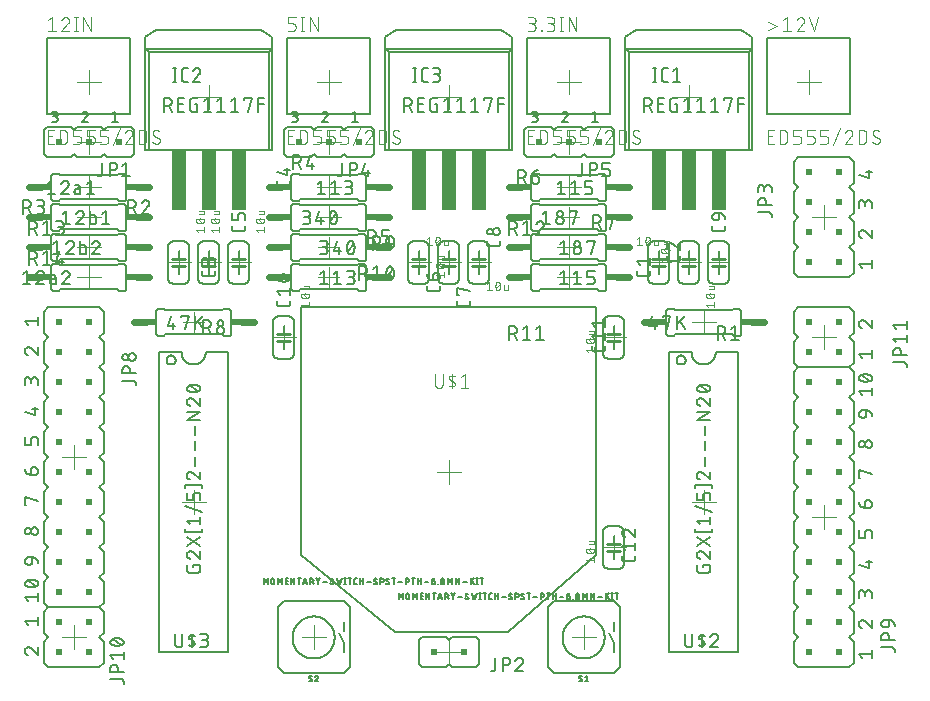
<source format=gto>
G04 EAGLE Gerber RS-274X export*
G75*
%MOMM*%
%FSLAX34Y34*%
%LPD*%
%INTop Silkscreen*%
%IPPOS*%
%AMOC8*
5,1,8,0,0,1.08239X$1,22.5*%
G01*
%ADD10C,0.609600*%
%ADD11C,0.152400*%
%ADD12R,0.863600X0.609600*%
%ADD13C,0.127000*%
%ADD14C,0.000000*%
%ADD15C,0.203200*%
%ADD16C,0.101600*%
%ADD17R,1.270000X5.080000*%
%ADD18C,0.254000*%
%ADD19C,0.177800*%
%ADD20C,0.076200*%
%ADD21R,0.609600X0.609600*%


D10*
X342900Y508000D02*
X353060Y508000D01*
X434340Y508000D02*
X444500Y508000D01*
D11*
X425450Y499110D02*
X425448Y499010D01*
X425442Y498911D01*
X425432Y498811D01*
X425419Y498713D01*
X425401Y498614D01*
X425380Y498517D01*
X425355Y498421D01*
X425326Y498325D01*
X425293Y498231D01*
X425257Y498138D01*
X425217Y498047D01*
X425173Y497957D01*
X425126Y497869D01*
X425076Y497783D01*
X425022Y497699D01*
X424965Y497617D01*
X424905Y497538D01*
X424841Y497460D01*
X424775Y497386D01*
X424706Y497314D01*
X424634Y497245D01*
X424560Y497179D01*
X424482Y497115D01*
X424403Y497055D01*
X424321Y496998D01*
X424237Y496944D01*
X424151Y496894D01*
X424063Y496847D01*
X423973Y496803D01*
X423882Y496763D01*
X423789Y496727D01*
X423695Y496694D01*
X423599Y496665D01*
X423503Y496640D01*
X423406Y496619D01*
X423307Y496601D01*
X423209Y496588D01*
X423109Y496578D01*
X423010Y496572D01*
X422910Y496570D01*
X425450Y516890D02*
X425448Y516990D01*
X425442Y517089D01*
X425432Y517189D01*
X425419Y517287D01*
X425401Y517386D01*
X425380Y517483D01*
X425355Y517579D01*
X425326Y517675D01*
X425293Y517769D01*
X425257Y517862D01*
X425217Y517953D01*
X425173Y518043D01*
X425126Y518131D01*
X425076Y518217D01*
X425022Y518301D01*
X424965Y518383D01*
X424905Y518462D01*
X424841Y518540D01*
X424775Y518614D01*
X424706Y518686D01*
X424634Y518755D01*
X424560Y518821D01*
X424482Y518885D01*
X424403Y518945D01*
X424321Y519002D01*
X424237Y519056D01*
X424151Y519106D01*
X424063Y519153D01*
X423973Y519197D01*
X423882Y519237D01*
X423789Y519273D01*
X423695Y519306D01*
X423599Y519335D01*
X423503Y519360D01*
X423406Y519381D01*
X423307Y519399D01*
X423209Y519412D01*
X423109Y519422D01*
X423010Y519428D01*
X422910Y519430D01*
X364490Y519430D02*
X364390Y519428D01*
X364291Y519422D01*
X364191Y519412D01*
X364093Y519399D01*
X363994Y519381D01*
X363897Y519360D01*
X363801Y519335D01*
X363705Y519306D01*
X363611Y519273D01*
X363518Y519237D01*
X363427Y519197D01*
X363337Y519153D01*
X363249Y519106D01*
X363163Y519056D01*
X363079Y519002D01*
X362997Y518945D01*
X362918Y518885D01*
X362840Y518821D01*
X362766Y518755D01*
X362694Y518686D01*
X362625Y518614D01*
X362559Y518540D01*
X362495Y518462D01*
X362435Y518383D01*
X362378Y518301D01*
X362324Y518217D01*
X362274Y518131D01*
X362227Y518043D01*
X362183Y517953D01*
X362143Y517862D01*
X362107Y517769D01*
X362074Y517675D01*
X362045Y517579D01*
X362020Y517483D01*
X361999Y517386D01*
X361981Y517287D01*
X361968Y517189D01*
X361958Y517089D01*
X361952Y516990D01*
X361950Y516890D01*
X361950Y499110D02*
X361952Y499010D01*
X361958Y498911D01*
X361968Y498811D01*
X361981Y498713D01*
X361999Y498614D01*
X362020Y498517D01*
X362045Y498421D01*
X362074Y498325D01*
X362107Y498231D01*
X362143Y498138D01*
X362183Y498047D01*
X362227Y497957D01*
X362274Y497869D01*
X362324Y497783D01*
X362378Y497699D01*
X362435Y497617D01*
X362495Y497538D01*
X362559Y497460D01*
X362625Y497386D01*
X362694Y497314D01*
X362766Y497245D01*
X362840Y497179D01*
X362918Y497115D01*
X362997Y497055D01*
X363079Y496998D01*
X363163Y496944D01*
X363249Y496894D01*
X363337Y496847D01*
X363427Y496803D01*
X363518Y496763D01*
X363611Y496727D01*
X363705Y496694D01*
X363801Y496665D01*
X363897Y496640D01*
X363994Y496619D01*
X364093Y496601D01*
X364191Y496588D01*
X364291Y496578D01*
X364390Y496572D01*
X364490Y496570D01*
X425450Y499110D02*
X425450Y516890D01*
X422910Y496570D02*
X419100Y496570D01*
X417830Y497840D01*
X419100Y519430D02*
X422910Y519430D01*
X419100Y519430D02*
X417830Y518160D01*
X369570Y497840D02*
X368300Y496570D01*
X369570Y497840D02*
X417830Y497840D01*
X369570Y518160D02*
X368300Y519430D01*
X369570Y518160D02*
X417830Y518160D01*
X368300Y496570D02*
X364490Y496570D01*
X364490Y519430D02*
X368300Y519430D01*
X361950Y516890D02*
X361950Y499110D01*
D12*
X357632Y508000D03*
X429768Y508000D03*
D13*
X405848Y504825D02*
X405848Y493395D01*
X405848Y504825D02*
X409023Y504825D01*
X409134Y504823D01*
X409244Y504817D01*
X409355Y504808D01*
X409465Y504794D01*
X409574Y504777D01*
X409683Y504756D01*
X409791Y504731D01*
X409898Y504702D01*
X410004Y504670D01*
X410109Y504634D01*
X410212Y504594D01*
X410314Y504551D01*
X410415Y504504D01*
X410514Y504453D01*
X410611Y504400D01*
X410705Y504343D01*
X410798Y504282D01*
X410889Y504219D01*
X410978Y504152D01*
X411064Y504082D01*
X411147Y504009D01*
X411229Y503934D01*
X411307Y503856D01*
X411382Y503774D01*
X411455Y503691D01*
X411525Y503605D01*
X411592Y503516D01*
X411655Y503425D01*
X411716Y503332D01*
X411773Y503237D01*
X411826Y503141D01*
X411877Y503042D01*
X411924Y502941D01*
X411967Y502839D01*
X412007Y502736D01*
X412043Y502631D01*
X412075Y502525D01*
X412104Y502418D01*
X412129Y502310D01*
X412150Y502201D01*
X412167Y502092D01*
X412181Y501982D01*
X412190Y501871D01*
X412196Y501761D01*
X412198Y501650D01*
X412196Y501539D01*
X412190Y501429D01*
X412181Y501318D01*
X412167Y501208D01*
X412150Y501099D01*
X412129Y500990D01*
X412104Y500882D01*
X412075Y500775D01*
X412043Y500669D01*
X412007Y500564D01*
X411967Y500461D01*
X411924Y500359D01*
X411877Y500258D01*
X411826Y500159D01*
X411773Y500062D01*
X411716Y499968D01*
X411655Y499875D01*
X411592Y499784D01*
X411525Y499695D01*
X411455Y499609D01*
X411382Y499526D01*
X411307Y499444D01*
X411229Y499366D01*
X411147Y499291D01*
X411064Y499218D01*
X410978Y499148D01*
X410889Y499081D01*
X410798Y499018D01*
X410705Y498957D01*
X410611Y498900D01*
X410514Y498847D01*
X410415Y498796D01*
X410314Y498749D01*
X410212Y498706D01*
X410109Y498666D01*
X410004Y498630D01*
X409898Y498598D01*
X409791Y498569D01*
X409683Y498544D01*
X409574Y498523D01*
X409465Y498506D01*
X409355Y498492D01*
X409244Y498483D01*
X409134Y498477D01*
X409023Y498475D01*
X405848Y498475D01*
X409658Y498475D02*
X412198Y493395D01*
X417195Y502285D02*
X420370Y504825D01*
X420370Y493395D01*
X417195Y493395D02*
X423545Y493395D01*
X350330Y513715D02*
X347790Y504825D01*
X354140Y504825D01*
X352235Y507365D02*
X352235Y502285D01*
X359220Y512445D02*
X359220Y513715D01*
X365570Y513715D01*
X362395Y502285D01*
X371221Y502285D02*
X371221Y513715D01*
X377571Y513715D02*
X371221Y506730D01*
X373761Y509270D02*
X377571Y502285D01*
D14*
X383540Y508000D02*
X403860Y508000D01*
X393700Y497840D02*
X393700Y518160D01*
D15*
X261620Y231140D02*
X261620Y215900D01*
X266700Y210820D01*
X261620Y266700D02*
X266700Y271780D01*
X261620Y266700D02*
X261620Y251460D01*
X317500Y210820D02*
X322580Y215900D01*
X322580Y231140D01*
X322580Y266700D02*
X317500Y271780D01*
X322580Y266700D02*
X322580Y251460D01*
X270510Y271780D02*
X266700Y271780D01*
X313690Y271780D02*
X317500Y271780D01*
X317500Y210820D02*
X313690Y210820D01*
X270510Y210820D02*
X266700Y210820D01*
X270510Y210820D02*
X313690Y210820D01*
X313690Y271780D02*
X270510Y271780D01*
X261620Y251460D02*
X261620Y231320D01*
X322580Y231020D02*
X322580Y251460D01*
X317500Y236220D02*
X317500Y228600D01*
X317500Y246380D02*
X317500Y254000D01*
X313690Y245110D02*
X317500Y236220D01*
X274320Y241300D02*
X274325Y241736D01*
X274341Y242172D01*
X274368Y242608D01*
X274406Y243043D01*
X274454Y243476D01*
X274512Y243909D01*
X274582Y244340D01*
X274662Y244769D01*
X274752Y245196D01*
X274853Y245620D01*
X274964Y246042D01*
X275086Y246461D01*
X275217Y246877D01*
X275359Y247290D01*
X275511Y247699D01*
X275673Y248104D01*
X275845Y248505D01*
X276027Y248902D01*
X276218Y249294D01*
X276419Y249681D01*
X276630Y250064D01*
X276850Y250441D01*
X277079Y250812D01*
X277316Y251178D01*
X277563Y251538D01*
X277819Y251892D01*
X278083Y252239D01*
X278356Y252580D01*
X278637Y252913D01*
X278926Y253240D01*
X279223Y253560D01*
X279528Y253872D01*
X279840Y254177D01*
X280160Y254474D01*
X280487Y254763D01*
X280820Y255044D01*
X281161Y255317D01*
X281508Y255581D01*
X281862Y255837D01*
X282222Y256084D01*
X282588Y256321D01*
X282959Y256550D01*
X283336Y256770D01*
X283719Y256981D01*
X284106Y257182D01*
X284498Y257373D01*
X284895Y257555D01*
X285296Y257727D01*
X285701Y257889D01*
X286110Y258041D01*
X286523Y258183D01*
X286939Y258314D01*
X287358Y258436D01*
X287780Y258547D01*
X288204Y258648D01*
X288631Y258738D01*
X289060Y258818D01*
X289491Y258888D01*
X289924Y258946D01*
X290357Y258994D01*
X290792Y259032D01*
X291228Y259059D01*
X291664Y259075D01*
X292100Y259080D01*
X292536Y259075D01*
X292972Y259059D01*
X293408Y259032D01*
X293843Y258994D01*
X294276Y258946D01*
X294709Y258888D01*
X295140Y258818D01*
X295569Y258738D01*
X295996Y258648D01*
X296420Y258547D01*
X296842Y258436D01*
X297261Y258314D01*
X297677Y258183D01*
X298090Y258041D01*
X298499Y257889D01*
X298904Y257727D01*
X299305Y257555D01*
X299702Y257373D01*
X300094Y257182D01*
X300481Y256981D01*
X300864Y256770D01*
X301241Y256550D01*
X301612Y256321D01*
X301978Y256084D01*
X302338Y255837D01*
X302692Y255581D01*
X303039Y255317D01*
X303380Y255044D01*
X303713Y254763D01*
X304040Y254474D01*
X304360Y254177D01*
X304672Y253872D01*
X304977Y253560D01*
X305274Y253240D01*
X305563Y252913D01*
X305844Y252580D01*
X306117Y252239D01*
X306381Y251892D01*
X306637Y251538D01*
X306884Y251178D01*
X307121Y250812D01*
X307350Y250441D01*
X307570Y250064D01*
X307781Y249681D01*
X307982Y249294D01*
X308173Y248902D01*
X308355Y248505D01*
X308527Y248104D01*
X308689Y247699D01*
X308841Y247290D01*
X308983Y246877D01*
X309114Y246461D01*
X309236Y246042D01*
X309347Y245620D01*
X309448Y245196D01*
X309538Y244769D01*
X309618Y244340D01*
X309688Y243909D01*
X309746Y243476D01*
X309794Y243043D01*
X309832Y242608D01*
X309859Y242172D01*
X309875Y241736D01*
X309880Y241300D01*
X309875Y240864D01*
X309859Y240428D01*
X309832Y239992D01*
X309794Y239557D01*
X309746Y239124D01*
X309688Y238691D01*
X309618Y238260D01*
X309538Y237831D01*
X309448Y237404D01*
X309347Y236980D01*
X309236Y236558D01*
X309114Y236139D01*
X308983Y235723D01*
X308841Y235310D01*
X308689Y234901D01*
X308527Y234496D01*
X308355Y234095D01*
X308173Y233698D01*
X307982Y233306D01*
X307781Y232919D01*
X307570Y232536D01*
X307350Y232159D01*
X307121Y231788D01*
X306884Y231422D01*
X306637Y231062D01*
X306381Y230708D01*
X306117Y230361D01*
X305844Y230020D01*
X305563Y229687D01*
X305274Y229360D01*
X304977Y229040D01*
X304672Y228728D01*
X304360Y228423D01*
X304040Y228126D01*
X303713Y227837D01*
X303380Y227556D01*
X303039Y227283D01*
X302692Y227019D01*
X302338Y226763D01*
X301978Y226516D01*
X301612Y226279D01*
X301241Y226050D01*
X300864Y225830D01*
X300481Y225619D01*
X300094Y225418D01*
X299702Y225227D01*
X299305Y225045D01*
X298904Y224873D01*
X298499Y224711D01*
X298090Y224559D01*
X297677Y224417D01*
X297261Y224286D01*
X296842Y224164D01*
X296420Y224053D01*
X295996Y223952D01*
X295569Y223862D01*
X295140Y223782D01*
X294709Y223712D01*
X294276Y223654D01*
X293843Y223606D01*
X293408Y223568D01*
X292972Y223541D01*
X292536Y223525D01*
X292100Y223520D01*
X291664Y223525D01*
X291228Y223541D01*
X290792Y223568D01*
X290357Y223606D01*
X289924Y223654D01*
X289491Y223712D01*
X289060Y223782D01*
X288631Y223862D01*
X288204Y223952D01*
X287780Y224053D01*
X287358Y224164D01*
X286939Y224286D01*
X286523Y224417D01*
X286110Y224559D01*
X285701Y224711D01*
X285296Y224873D01*
X284895Y225045D01*
X284498Y225227D01*
X284106Y225418D01*
X283719Y225619D01*
X283336Y225830D01*
X282959Y226050D01*
X282588Y226279D01*
X282222Y226516D01*
X281862Y226763D01*
X281508Y227019D01*
X281161Y227283D01*
X280820Y227556D01*
X280487Y227837D01*
X280160Y228126D01*
X279840Y228423D01*
X279528Y228728D01*
X279223Y229040D01*
X278926Y229360D01*
X278637Y229687D01*
X278356Y230020D01*
X278083Y230361D01*
X277819Y230708D01*
X277563Y231062D01*
X277316Y231422D01*
X277079Y231788D01*
X276850Y232159D01*
X276630Y232536D01*
X276419Y232919D01*
X276218Y233306D01*
X276027Y233698D01*
X275845Y234095D01*
X275673Y234496D01*
X275511Y234901D01*
X275359Y235310D01*
X275217Y235723D01*
X275086Y236139D01*
X274964Y236558D01*
X274853Y236980D01*
X274752Y237404D01*
X274662Y237831D01*
X274582Y238260D01*
X274512Y238691D01*
X274454Y239124D01*
X274406Y239557D01*
X274368Y239992D01*
X274341Y240428D01*
X274325Y240864D01*
X274320Y241300D01*
D13*
X290788Y205161D02*
X290786Y205096D01*
X290780Y205032D01*
X290770Y204968D01*
X290757Y204904D01*
X290739Y204842D01*
X290718Y204781D01*
X290694Y204721D01*
X290665Y204663D01*
X290633Y204606D01*
X290598Y204552D01*
X290560Y204500D01*
X290518Y204450D01*
X290474Y204403D01*
X290427Y204359D01*
X290377Y204317D01*
X290325Y204279D01*
X290271Y204244D01*
X290214Y204212D01*
X290156Y204183D01*
X290096Y204159D01*
X290035Y204138D01*
X289973Y204120D01*
X289909Y204107D01*
X289845Y204097D01*
X289781Y204091D01*
X289716Y204089D01*
X289622Y204091D01*
X289528Y204097D01*
X289434Y204107D01*
X289341Y204120D01*
X289249Y204138D01*
X289157Y204159D01*
X289066Y204184D01*
X288976Y204213D01*
X288888Y204246D01*
X288801Y204282D01*
X288716Y204322D01*
X288632Y204365D01*
X288551Y204412D01*
X288471Y204462D01*
X288393Y204515D01*
X288318Y204572D01*
X288245Y204631D01*
X288175Y204694D01*
X288107Y204759D01*
X288242Y207843D02*
X288244Y207908D01*
X288250Y207972D01*
X288260Y208036D01*
X288273Y208100D01*
X288291Y208162D01*
X288312Y208223D01*
X288336Y208283D01*
X288365Y208341D01*
X288397Y208398D01*
X288432Y208452D01*
X288470Y208504D01*
X288512Y208554D01*
X288556Y208601D01*
X288603Y208645D01*
X288653Y208687D01*
X288705Y208725D01*
X288759Y208760D01*
X288816Y208792D01*
X288874Y208821D01*
X288934Y208845D01*
X288995Y208866D01*
X289057Y208884D01*
X289121Y208897D01*
X289185Y208907D01*
X289249Y208913D01*
X289314Y208915D01*
X289400Y208913D01*
X289486Y208908D01*
X289572Y208898D01*
X289657Y208885D01*
X289742Y208869D01*
X289826Y208849D01*
X289909Y208825D01*
X289991Y208798D01*
X290071Y208767D01*
X290151Y208733D01*
X290228Y208695D01*
X290304Y208654D01*
X290378Y208610D01*
X290450Y208563D01*
X290521Y208513D01*
X288778Y206905D02*
X288725Y206938D01*
X288674Y206975D01*
X288625Y207014D01*
X288578Y207056D01*
X288534Y207101D01*
X288493Y207148D01*
X288454Y207197D01*
X288418Y207249D01*
X288385Y207303D01*
X288356Y207358D01*
X288330Y207415D01*
X288307Y207474D01*
X288287Y207533D01*
X288271Y207594D01*
X288258Y207655D01*
X288249Y207718D01*
X288244Y207780D01*
X288242Y207843D01*
X290253Y206099D02*
X290306Y206066D01*
X290357Y206029D01*
X290406Y205990D01*
X290453Y205948D01*
X290497Y205903D01*
X290538Y205856D01*
X290577Y205807D01*
X290613Y205755D01*
X290646Y205701D01*
X290675Y205646D01*
X290701Y205589D01*
X290724Y205530D01*
X290744Y205471D01*
X290760Y205410D01*
X290773Y205349D01*
X290782Y205286D01*
X290787Y205224D01*
X290789Y205161D01*
X290253Y206100D02*
X288778Y206904D01*
X293411Y207843D02*
X294752Y208915D01*
X294752Y204089D01*
X296092Y204089D02*
X293411Y204089D01*
X135594Y273685D02*
X135594Y278511D01*
X137203Y275830D01*
X138812Y278511D01*
X138812Y273685D01*
X141898Y275026D02*
X141898Y277170D01*
X141897Y277170D02*
X141899Y277241D01*
X141905Y277313D01*
X141914Y277383D01*
X141927Y277453D01*
X141944Y277523D01*
X141965Y277591D01*
X141989Y277658D01*
X142017Y277724D01*
X142048Y277788D01*
X142083Y277851D01*
X142121Y277911D01*
X142162Y277970D01*
X142206Y278026D01*
X142253Y278080D01*
X142302Y278131D01*
X142355Y278179D01*
X142410Y278225D01*
X142467Y278267D01*
X142527Y278307D01*
X142588Y278343D01*
X142652Y278376D01*
X142717Y278405D01*
X142783Y278431D01*
X142851Y278454D01*
X142920Y278473D01*
X142990Y278488D01*
X143060Y278499D01*
X143131Y278507D01*
X143202Y278511D01*
X143274Y278511D01*
X143345Y278507D01*
X143416Y278499D01*
X143486Y278488D01*
X143556Y278473D01*
X143625Y278454D01*
X143693Y278431D01*
X143759Y278405D01*
X143824Y278376D01*
X143888Y278343D01*
X143949Y278307D01*
X144009Y278267D01*
X144066Y278225D01*
X144121Y278179D01*
X144174Y278131D01*
X144223Y278080D01*
X144270Y278026D01*
X144314Y277970D01*
X144355Y277911D01*
X144393Y277851D01*
X144428Y277788D01*
X144459Y277724D01*
X144487Y277658D01*
X144511Y277591D01*
X144532Y277523D01*
X144549Y277453D01*
X144562Y277383D01*
X144571Y277313D01*
X144577Y277241D01*
X144579Y277170D01*
X144579Y275026D01*
X144577Y274955D01*
X144571Y274883D01*
X144562Y274813D01*
X144549Y274743D01*
X144532Y274673D01*
X144511Y274605D01*
X144487Y274538D01*
X144459Y274472D01*
X144428Y274408D01*
X144393Y274345D01*
X144355Y274285D01*
X144314Y274226D01*
X144270Y274170D01*
X144223Y274116D01*
X144174Y274065D01*
X144121Y274017D01*
X144066Y273971D01*
X144009Y273929D01*
X143949Y273889D01*
X143888Y273853D01*
X143824Y273820D01*
X143759Y273791D01*
X143693Y273765D01*
X143625Y273742D01*
X143556Y273723D01*
X143486Y273708D01*
X143416Y273697D01*
X143345Y273689D01*
X143274Y273685D01*
X143202Y273685D01*
X143131Y273689D01*
X143060Y273697D01*
X142990Y273708D01*
X142920Y273723D01*
X142851Y273742D01*
X142783Y273765D01*
X142717Y273791D01*
X142652Y273820D01*
X142588Y273853D01*
X142527Y273889D01*
X142467Y273929D01*
X142410Y273971D01*
X142355Y274017D01*
X142302Y274065D01*
X142253Y274116D01*
X142206Y274170D01*
X142162Y274226D01*
X142121Y274285D01*
X142083Y274345D01*
X142048Y274408D01*
X142017Y274472D01*
X141989Y274538D01*
X141965Y274605D01*
X141944Y274673D01*
X141927Y274743D01*
X141914Y274813D01*
X141905Y274883D01*
X141899Y274955D01*
X141897Y275026D01*
X147665Y273685D02*
X147665Y278511D01*
X149273Y275830D01*
X150882Y278511D01*
X150882Y273685D01*
X154170Y273685D02*
X156315Y273685D01*
X154170Y273685D02*
X154170Y278511D01*
X156315Y278511D01*
X155779Y276366D02*
X154170Y276366D01*
X158905Y278511D02*
X158905Y273685D01*
X161586Y273685D02*
X158905Y278511D01*
X161586Y278511D02*
X161586Y273685D01*
X165549Y273685D02*
X165549Y278511D01*
X164209Y278511D02*
X166890Y278511D01*
X170670Y278511D02*
X169061Y273685D01*
X172279Y273685D02*
X170670Y278511D01*
X171877Y274892D02*
X169464Y274892D01*
X175062Y273685D02*
X175062Y278511D01*
X176403Y278511D01*
X176474Y278509D01*
X176546Y278503D01*
X176616Y278494D01*
X176686Y278481D01*
X176756Y278464D01*
X176824Y278443D01*
X176891Y278419D01*
X176957Y278391D01*
X177021Y278360D01*
X177084Y278325D01*
X177144Y278287D01*
X177203Y278246D01*
X177259Y278202D01*
X177313Y278155D01*
X177364Y278106D01*
X177412Y278053D01*
X177458Y277998D01*
X177500Y277941D01*
X177540Y277881D01*
X177576Y277820D01*
X177609Y277756D01*
X177638Y277691D01*
X177664Y277625D01*
X177687Y277557D01*
X177706Y277488D01*
X177721Y277418D01*
X177732Y277348D01*
X177740Y277277D01*
X177744Y277206D01*
X177744Y277134D01*
X177740Y277063D01*
X177732Y276992D01*
X177721Y276922D01*
X177706Y276852D01*
X177687Y276783D01*
X177664Y276715D01*
X177638Y276649D01*
X177609Y276584D01*
X177576Y276520D01*
X177540Y276459D01*
X177500Y276399D01*
X177458Y276342D01*
X177412Y276287D01*
X177364Y276234D01*
X177313Y276185D01*
X177259Y276138D01*
X177203Y276094D01*
X177144Y276053D01*
X177084Y276015D01*
X177021Y275980D01*
X176957Y275949D01*
X176891Y275921D01*
X176824Y275897D01*
X176756Y275876D01*
X176686Y275859D01*
X176616Y275846D01*
X176546Y275837D01*
X176474Y275831D01*
X176403Y275829D01*
X176403Y275830D02*
X175062Y275830D01*
X176671Y275830D02*
X177744Y273685D01*
X181826Y276232D02*
X180217Y278511D01*
X181826Y276232D02*
X183434Y278511D01*
X181826Y276232D02*
X181826Y273685D01*
X186069Y275562D02*
X189286Y275562D01*
X193615Y273685D02*
X193680Y273687D01*
X193744Y273693D01*
X193808Y273703D01*
X193872Y273716D01*
X193934Y273734D01*
X193995Y273755D01*
X194055Y273779D01*
X194113Y273808D01*
X194170Y273840D01*
X194224Y273875D01*
X194276Y273913D01*
X194326Y273955D01*
X194373Y273999D01*
X194417Y274046D01*
X194459Y274096D01*
X194497Y274148D01*
X194532Y274202D01*
X194564Y274259D01*
X194593Y274317D01*
X194617Y274377D01*
X194638Y274438D01*
X194656Y274500D01*
X194669Y274564D01*
X194679Y274628D01*
X194685Y274692D01*
X194687Y274757D01*
X193615Y273685D02*
X193521Y273687D01*
X193427Y273693D01*
X193333Y273703D01*
X193240Y273716D01*
X193148Y273734D01*
X193056Y273755D01*
X192965Y273780D01*
X192875Y273809D01*
X192787Y273842D01*
X192700Y273878D01*
X192615Y273918D01*
X192531Y273961D01*
X192450Y274008D01*
X192370Y274058D01*
X192292Y274111D01*
X192217Y274168D01*
X192144Y274227D01*
X192074Y274290D01*
X192006Y274355D01*
X192141Y277439D02*
X192143Y277504D01*
X192149Y277568D01*
X192159Y277632D01*
X192172Y277696D01*
X192190Y277758D01*
X192211Y277819D01*
X192235Y277879D01*
X192264Y277937D01*
X192296Y277994D01*
X192331Y278048D01*
X192369Y278100D01*
X192411Y278150D01*
X192455Y278197D01*
X192502Y278241D01*
X192552Y278283D01*
X192604Y278321D01*
X192658Y278356D01*
X192715Y278388D01*
X192773Y278417D01*
X192833Y278441D01*
X192894Y278462D01*
X192956Y278480D01*
X193020Y278493D01*
X193084Y278503D01*
X193148Y278509D01*
X193213Y278511D01*
X193299Y278509D01*
X193385Y278504D01*
X193471Y278494D01*
X193556Y278481D01*
X193641Y278465D01*
X193725Y278445D01*
X193808Y278421D01*
X193890Y278394D01*
X193970Y278363D01*
X194050Y278329D01*
X194127Y278291D01*
X194203Y278250D01*
X194277Y278206D01*
X194349Y278159D01*
X194420Y278109D01*
X192677Y276501D02*
X192624Y276534D01*
X192573Y276571D01*
X192524Y276610D01*
X192477Y276652D01*
X192433Y276697D01*
X192392Y276744D01*
X192353Y276793D01*
X192317Y276845D01*
X192284Y276899D01*
X192255Y276954D01*
X192229Y277011D01*
X192206Y277070D01*
X192186Y277129D01*
X192170Y277190D01*
X192157Y277251D01*
X192148Y277314D01*
X192143Y277376D01*
X192141Y277439D01*
X194151Y275695D02*
X194204Y275662D01*
X194255Y275625D01*
X194304Y275586D01*
X194351Y275544D01*
X194395Y275499D01*
X194436Y275452D01*
X194475Y275403D01*
X194511Y275351D01*
X194544Y275297D01*
X194573Y275242D01*
X194599Y275185D01*
X194622Y275126D01*
X194642Y275067D01*
X194658Y275006D01*
X194671Y274945D01*
X194680Y274882D01*
X194685Y274820D01*
X194687Y274757D01*
X194151Y275696D02*
X192677Y276500D01*
X197237Y278511D02*
X198310Y273685D01*
X199382Y276902D01*
X200454Y273685D01*
X201527Y278511D01*
X204503Y278511D02*
X204503Y273685D01*
X205039Y273685D02*
X203966Y273685D01*
X203966Y278511D02*
X205039Y278511D01*
X208526Y278511D02*
X208526Y273685D01*
X207185Y278511D02*
X209867Y278511D01*
X213350Y273685D02*
X214422Y273685D01*
X213350Y273685D02*
X213285Y273687D01*
X213221Y273693D01*
X213157Y273703D01*
X213093Y273716D01*
X213031Y273734D01*
X212970Y273755D01*
X212910Y273779D01*
X212852Y273808D01*
X212795Y273840D01*
X212741Y273875D01*
X212689Y273913D01*
X212639Y273955D01*
X212592Y273999D01*
X212548Y274046D01*
X212506Y274096D01*
X212468Y274148D01*
X212433Y274202D01*
X212401Y274259D01*
X212372Y274317D01*
X212348Y274377D01*
X212327Y274438D01*
X212309Y274500D01*
X212296Y274564D01*
X212286Y274628D01*
X212280Y274692D01*
X212278Y274757D01*
X212277Y274757D02*
X212277Y277439D01*
X212278Y277439D02*
X212280Y277504D01*
X212286Y277568D01*
X212296Y277632D01*
X212309Y277696D01*
X212327Y277758D01*
X212348Y277819D01*
X212372Y277879D01*
X212401Y277937D01*
X212433Y277994D01*
X212468Y278048D01*
X212506Y278100D01*
X212548Y278150D01*
X212592Y278197D01*
X212639Y278241D01*
X212689Y278283D01*
X212741Y278321D01*
X212795Y278356D01*
X212852Y278388D01*
X212910Y278417D01*
X212970Y278441D01*
X213031Y278462D01*
X213093Y278480D01*
X213157Y278493D01*
X213221Y278503D01*
X213285Y278509D01*
X213350Y278511D01*
X214422Y278511D01*
X217061Y278511D02*
X217061Y273685D01*
X217061Y276366D02*
X219742Y276366D01*
X219742Y278511D02*
X219742Y273685D01*
X222828Y275562D02*
X226045Y275562D01*
X230374Y273685D02*
X230439Y273687D01*
X230503Y273693D01*
X230567Y273703D01*
X230631Y273716D01*
X230693Y273734D01*
X230754Y273755D01*
X230814Y273779D01*
X230872Y273808D01*
X230929Y273840D01*
X230983Y273875D01*
X231035Y273913D01*
X231085Y273955D01*
X231132Y273999D01*
X231176Y274046D01*
X231218Y274096D01*
X231256Y274148D01*
X231291Y274202D01*
X231323Y274259D01*
X231352Y274317D01*
X231376Y274377D01*
X231397Y274438D01*
X231415Y274500D01*
X231428Y274564D01*
X231438Y274628D01*
X231444Y274692D01*
X231446Y274757D01*
X230374Y273685D02*
X230280Y273687D01*
X230186Y273693D01*
X230092Y273703D01*
X229999Y273716D01*
X229907Y273734D01*
X229815Y273755D01*
X229724Y273780D01*
X229634Y273809D01*
X229546Y273842D01*
X229459Y273878D01*
X229374Y273918D01*
X229290Y273961D01*
X229209Y274008D01*
X229129Y274058D01*
X229051Y274111D01*
X228976Y274168D01*
X228903Y274227D01*
X228833Y274290D01*
X228765Y274355D01*
X228900Y277439D02*
X228902Y277504D01*
X228908Y277568D01*
X228918Y277632D01*
X228931Y277696D01*
X228949Y277758D01*
X228970Y277819D01*
X228994Y277879D01*
X229023Y277937D01*
X229055Y277994D01*
X229090Y278048D01*
X229128Y278100D01*
X229170Y278150D01*
X229214Y278197D01*
X229261Y278241D01*
X229311Y278283D01*
X229363Y278321D01*
X229417Y278356D01*
X229474Y278388D01*
X229532Y278417D01*
X229592Y278441D01*
X229653Y278462D01*
X229715Y278480D01*
X229779Y278493D01*
X229843Y278503D01*
X229907Y278509D01*
X229972Y278511D01*
X230058Y278509D01*
X230144Y278504D01*
X230230Y278494D01*
X230315Y278481D01*
X230400Y278465D01*
X230484Y278445D01*
X230567Y278421D01*
X230649Y278394D01*
X230729Y278363D01*
X230809Y278329D01*
X230886Y278291D01*
X230962Y278250D01*
X231036Y278206D01*
X231108Y278159D01*
X231179Y278109D01*
X229435Y276501D02*
X229382Y276534D01*
X229331Y276571D01*
X229282Y276610D01*
X229235Y276652D01*
X229191Y276697D01*
X229150Y276744D01*
X229111Y276793D01*
X229075Y276845D01*
X229042Y276899D01*
X229013Y276954D01*
X228987Y277011D01*
X228964Y277070D01*
X228944Y277129D01*
X228928Y277190D01*
X228915Y277251D01*
X228906Y277314D01*
X228901Y277376D01*
X228899Y277439D01*
X230910Y275695D02*
X230963Y275662D01*
X231014Y275625D01*
X231063Y275586D01*
X231110Y275544D01*
X231154Y275499D01*
X231195Y275452D01*
X231234Y275403D01*
X231270Y275351D01*
X231303Y275297D01*
X231332Y275242D01*
X231358Y275185D01*
X231381Y275126D01*
X231401Y275067D01*
X231417Y275006D01*
X231430Y274945D01*
X231439Y274882D01*
X231444Y274820D01*
X231446Y274757D01*
X230910Y275696D02*
X229435Y276500D01*
X234398Y278511D02*
X234398Y273685D01*
X234398Y278511D02*
X235739Y278511D01*
X235810Y278509D01*
X235882Y278503D01*
X235952Y278494D01*
X236022Y278481D01*
X236092Y278464D01*
X236160Y278443D01*
X236227Y278419D01*
X236293Y278391D01*
X236357Y278360D01*
X236420Y278325D01*
X236480Y278287D01*
X236539Y278246D01*
X236595Y278202D01*
X236649Y278155D01*
X236700Y278106D01*
X236748Y278053D01*
X236794Y277998D01*
X236836Y277941D01*
X236876Y277881D01*
X236912Y277820D01*
X236945Y277756D01*
X236974Y277691D01*
X237000Y277625D01*
X237023Y277557D01*
X237042Y277488D01*
X237057Y277418D01*
X237068Y277348D01*
X237076Y277277D01*
X237080Y277206D01*
X237080Y277134D01*
X237076Y277063D01*
X237068Y276992D01*
X237057Y276922D01*
X237042Y276852D01*
X237023Y276783D01*
X237000Y276715D01*
X236974Y276649D01*
X236945Y276584D01*
X236912Y276520D01*
X236876Y276459D01*
X236836Y276399D01*
X236794Y276342D01*
X236748Y276287D01*
X236700Y276234D01*
X236649Y276185D01*
X236595Y276138D01*
X236539Y276094D01*
X236480Y276053D01*
X236420Y276015D01*
X236357Y275980D01*
X236293Y275949D01*
X236227Y275921D01*
X236160Y275897D01*
X236092Y275876D01*
X236022Y275859D01*
X235952Y275846D01*
X235882Y275837D01*
X235810Y275831D01*
X235739Y275829D01*
X235739Y275830D02*
X234398Y275830D01*
X240981Y273685D02*
X241046Y273687D01*
X241110Y273693D01*
X241174Y273703D01*
X241238Y273716D01*
X241300Y273734D01*
X241361Y273755D01*
X241421Y273779D01*
X241479Y273808D01*
X241536Y273840D01*
X241590Y273875D01*
X241642Y273913D01*
X241692Y273955D01*
X241739Y273999D01*
X241783Y274046D01*
X241825Y274096D01*
X241863Y274148D01*
X241898Y274202D01*
X241930Y274259D01*
X241959Y274317D01*
X241983Y274377D01*
X242004Y274438D01*
X242022Y274500D01*
X242035Y274564D01*
X242045Y274628D01*
X242051Y274692D01*
X242053Y274757D01*
X240981Y273685D02*
X240887Y273687D01*
X240793Y273693D01*
X240699Y273703D01*
X240606Y273716D01*
X240514Y273734D01*
X240422Y273755D01*
X240331Y273780D01*
X240241Y273809D01*
X240153Y273842D01*
X240066Y273878D01*
X239981Y273918D01*
X239897Y273961D01*
X239816Y274008D01*
X239736Y274058D01*
X239658Y274111D01*
X239583Y274168D01*
X239510Y274227D01*
X239440Y274290D01*
X239372Y274355D01*
X239507Y277439D02*
X239509Y277504D01*
X239515Y277568D01*
X239525Y277632D01*
X239538Y277696D01*
X239556Y277758D01*
X239577Y277819D01*
X239601Y277879D01*
X239630Y277937D01*
X239662Y277994D01*
X239697Y278048D01*
X239735Y278100D01*
X239777Y278150D01*
X239821Y278197D01*
X239868Y278241D01*
X239918Y278283D01*
X239970Y278321D01*
X240024Y278356D01*
X240081Y278388D01*
X240139Y278417D01*
X240199Y278441D01*
X240260Y278462D01*
X240322Y278480D01*
X240386Y278493D01*
X240450Y278503D01*
X240514Y278509D01*
X240579Y278511D01*
X240665Y278509D01*
X240751Y278504D01*
X240837Y278494D01*
X240922Y278481D01*
X241007Y278465D01*
X241091Y278445D01*
X241174Y278421D01*
X241256Y278394D01*
X241336Y278363D01*
X241416Y278329D01*
X241493Y278291D01*
X241569Y278250D01*
X241643Y278206D01*
X241715Y278159D01*
X241786Y278109D01*
X240042Y276501D02*
X239989Y276534D01*
X239938Y276571D01*
X239889Y276610D01*
X239842Y276652D01*
X239798Y276697D01*
X239757Y276744D01*
X239718Y276793D01*
X239682Y276845D01*
X239649Y276899D01*
X239620Y276954D01*
X239594Y277011D01*
X239571Y277070D01*
X239551Y277129D01*
X239535Y277190D01*
X239522Y277251D01*
X239513Y277314D01*
X239508Y277376D01*
X239506Y277439D01*
X241517Y275695D02*
X241570Y275662D01*
X241621Y275625D01*
X241670Y275586D01*
X241717Y275544D01*
X241761Y275499D01*
X241802Y275452D01*
X241841Y275403D01*
X241877Y275351D01*
X241910Y275297D01*
X241939Y275242D01*
X241965Y275185D01*
X241988Y275126D01*
X242008Y275067D01*
X242024Y275006D01*
X242037Y274945D01*
X242046Y274882D01*
X242051Y274820D01*
X242053Y274757D01*
X241517Y275696D02*
X240042Y276500D01*
X245650Y278511D02*
X245650Y273685D01*
X244310Y278511D02*
X246991Y278511D01*
X249528Y275562D02*
X252745Y275562D01*
X255978Y273685D02*
X255978Y278511D01*
X257318Y278511D01*
X257389Y278509D01*
X257461Y278503D01*
X257531Y278494D01*
X257601Y278481D01*
X257671Y278464D01*
X257739Y278443D01*
X257806Y278419D01*
X257872Y278391D01*
X257936Y278360D01*
X257999Y278325D01*
X258059Y278287D01*
X258118Y278246D01*
X258174Y278202D01*
X258228Y278155D01*
X258279Y278106D01*
X258327Y278053D01*
X258373Y277998D01*
X258415Y277941D01*
X258455Y277881D01*
X258491Y277820D01*
X258524Y277756D01*
X258553Y277691D01*
X258579Y277625D01*
X258602Y277557D01*
X258621Y277488D01*
X258636Y277418D01*
X258647Y277348D01*
X258655Y277277D01*
X258659Y277206D01*
X258659Y277134D01*
X258655Y277063D01*
X258647Y276992D01*
X258636Y276922D01*
X258621Y276852D01*
X258602Y276783D01*
X258579Y276715D01*
X258553Y276649D01*
X258524Y276584D01*
X258491Y276520D01*
X258455Y276459D01*
X258415Y276399D01*
X258373Y276342D01*
X258327Y276287D01*
X258279Y276234D01*
X258228Y276185D01*
X258174Y276138D01*
X258118Y276094D01*
X258059Y276053D01*
X257999Y276015D01*
X257936Y275980D01*
X257872Y275949D01*
X257806Y275921D01*
X257739Y275897D01*
X257671Y275876D01*
X257601Y275859D01*
X257531Y275846D01*
X257461Y275837D01*
X257389Y275831D01*
X257318Y275829D01*
X257318Y275830D02*
X255978Y275830D01*
X262109Y273685D02*
X262109Y278511D01*
X260769Y278511D02*
X263450Y278511D01*
X266072Y278511D02*
X266072Y273685D01*
X266072Y276366D02*
X268754Y276366D01*
X268754Y278511D02*
X268754Y273685D01*
X271839Y275562D02*
X275057Y275562D01*
X277960Y276366D02*
X279568Y276366D01*
X279633Y276364D01*
X279697Y276358D01*
X279761Y276348D01*
X279825Y276335D01*
X279887Y276317D01*
X279948Y276296D01*
X280008Y276272D01*
X280066Y276243D01*
X280123Y276211D01*
X280177Y276176D01*
X280229Y276138D01*
X280279Y276096D01*
X280326Y276052D01*
X280370Y276005D01*
X280412Y275955D01*
X280450Y275903D01*
X280485Y275849D01*
X280517Y275792D01*
X280546Y275734D01*
X280570Y275674D01*
X280591Y275613D01*
X280609Y275551D01*
X280622Y275487D01*
X280632Y275423D01*
X280638Y275359D01*
X280640Y275294D01*
X280641Y275294D02*
X280641Y275026D01*
X280639Y274955D01*
X280633Y274883D01*
X280624Y274813D01*
X280611Y274743D01*
X280594Y274673D01*
X280573Y274605D01*
X280549Y274538D01*
X280521Y274472D01*
X280490Y274408D01*
X280455Y274345D01*
X280417Y274285D01*
X280376Y274226D01*
X280332Y274170D01*
X280285Y274116D01*
X280236Y274065D01*
X280183Y274017D01*
X280128Y273971D01*
X280071Y273929D01*
X280011Y273889D01*
X279950Y273853D01*
X279886Y273820D01*
X279821Y273791D01*
X279755Y273765D01*
X279687Y273742D01*
X279618Y273723D01*
X279548Y273708D01*
X279478Y273697D01*
X279407Y273689D01*
X279336Y273685D01*
X279264Y273685D01*
X279193Y273689D01*
X279122Y273697D01*
X279052Y273708D01*
X278982Y273723D01*
X278913Y273742D01*
X278845Y273765D01*
X278779Y273791D01*
X278714Y273820D01*
X278650Y273853D01*
X278589Y273889D01*
X278529Y273929D01*
X278472Y273971D01*
X278417Y274017D01*
X278364Y274065D01*
X278315Y274116D01*
X278268Y274170D01*
X278224Y274226D01*
X278183Y274285D01*
X278145Y274345D01*
X278110Y274408D01*
X278079Y274472D01*
X278051Y274538D01*
X278027Y274605D01*
X278006Y274673D01*
X277989Y274743D01*
X277976Y274813D01*
X277967Y274883D01*
X277961Y274955D01*
X277959Y275026D01*
X277960Y275026D02*
X277960Y276366D01*
X277959Y276366D02*
X277961Y276457D01*
X277967Y276548D01*
X277976Y276638D01*
X277990Y276729D01*
X278007Y276818D01*
X278028Y276906D01*
X278053Y276994D01*
X278082Y277081D01*
X278114Y277166D01*
X278149Y277250D01*
X278189Y277332D01*
X278231Y277412D01*
X278277Y277491D01*
X278327Y277567D01*
X278379Y277641D01*
X278435Y277714D01*
X278494Y277783D01*
X278555Y277850D01*
X278620Y277915D01*
X278687Y277976D01*
X278756Y278035D01*
X278828Y278091D01*
X278903Y278143D01*
X278979Y278193D01*
X279058Y278239D01*
X279138Y278281D01*
X279220Y278321D01*
X279304Y278356D01*
X279389Y278388D01*
X279476Y278417D01*
X279563Y278442D01*
X279652Y278463D01*
X279741Y278480D01*
X279832Y278494D01*
X279922Y278503D01*
X280013Y278509D01*
X280104Y278511D01*
X283006Y273953D02*
X283006Y273685D01*
X283006Y273953D02*
X283275Y273953D01*
X283275Y273685D01*
X283006Y273685D01*
X285640Y276098D02*
X285642Y276218D01*
X285647Y276338D01*
X285656Y276458D01*
X285669Y276578D01*
X285685Y276697D01*
X285705Y276816D01*
X285729Y276934D01*
X285756Y277051D01*
X285786Y277167D01*
X285820Y277282D01*
X285858Y277397D01*
X285899Y277510D01*
X285943Y277621D01*
X285991Y277732D01*
X286042Y277841D01*
X286043Y277841D02*
X286064Y277898D01*
X286090Y277954D01*
X286118Y278009D01*
X286150Y278061D01*
X286186Y278112D01*
X286224Y278160D01*
X286265Y278206D01*
X286309Y278249D01*
X286355Y278289D01*
X286404Y278326D01*
X286456Y278360D01*
X286509Y278391D01*
X286564Y278419D01*
X286620Y278443D01*
X286678Y278464D01*
X286737Y278481D01*
X286797Y278494D01*
X286858Y278503D01*
X286920Y278509D01*
X286981Y278511D01*
X287042Y278509D01*
X287104Y278503D01*
X287165Y278494D01*
X287225Y278481D01*
X287284Y278464D01*
X287342Y278443D01*
X287398Y278419D01*
X287453Y278391D01*
X287506Y278360D01*
X287558Y278326D01*
X287607Y278289D01*
X287653Y278249D01*
X287697Y278206D01*
X287738Y278160D01*
X287776Y278112D01*
X287812Y278061D01*
X287844Y278009D01*
X287872Y277954D01*
X287898Y277898D01*
X287919Y277841D01*
X287920Y277841D02*
X287971Y277732D01*
X288019Y277621D01*
X288063Y277510D01*
X288104Y277397D01*
X288142Y277282D01*
X288176Y277167D01*
X288206Y277051D01*
X288233Y276934D01*
X288257Y276816D01*
X288277Y276697D01*
X288293Y276578D01*
X288306Y276458D01*
X288315Y276338D01*
X288320Y276218D01*
X288322Y276098D01*
X285641Y276098D02*
X285643Y275978D01*
X285648Y275858D01*
X285657Y275738D01*
X285670Y275618D01*
X285686Y275499D01*
X285706Y275380D01*
X285730Y275262D01*
X285757Y275145D01*
X285787Y275029D01*
X285821Y274914D01*
X285859Y274799D01*
X285900Y274686D01*
X285944Y274575D01*
X285992Y274464D01*
X286043Y274355D01*
X286064Y274298D01*
X286090Y274242D01*
X286118Y274187D01*
X286150Y274135D01*
X286186Y274084D01*
X286224Y274036D01*
X286265Y273990D01*
X286309Y273947D01*
X286355Y273907D01*
X286404Y273870D01*
X286456Y273836D01*
X286509Y273805D01*
X286564Y273777D01*
X286620Y273753D01*
X286678Y273732D01*
X286737Y273715D01*
X286797Y273702D01*
X286858Y273693D01*
X286920Y273687D01*
X286981Y273685D01*
X287919Y274355D02*
X287970Y274464D01*
X288018Y274575D01*
X288062Y274686D01*
X288103Y274799D01*
X288141Y274914D01*
X288175Y275029D01*
X288205Y275145D01*
X288232Y275262D01*
X288256Y275380D01*
X288276Y275499D01*
X288292Y275618D01*
X288305Y275738D01*
X288314Y275858D01*
X288319Y275978D01*
X288321Y276098D01*
X287919Y274355D02*
X287898Y274298D01*
X287872Y274242D01*
X287844Y274187D01*
X287812Y274135D01*
X287776Y274084D01*
X287738Y274036D01*
X287697Y273990D01*
X287653Y273947D01*
X287606Y273907D01*
X287558Y273870D01*
X287506Y273836D01*
X287453Y273805D01*
X287398Y273777D01*
X287342Y273753D01*
X287284Y273732D01*
X287225Y273715D01*
X287165Y273702D01*
X287104Y273693D01*
X287042Y273687D01*
X286981Y273685D01*
X285909Y274757D02*
X288053Y277439D01*
X291407Y278511D02*
X291407Y273685D01*
X293016Y275830D02*
X291407Y278511D01*
X293016Y275830D02*
X294625Y278511D01*
X294625Y273685D01*
X297991Y273685D02*
X297991Y278511D01*
X299600Y275830D01*
X301208Y278511D01*
X301208Y273685D01*
X304392Y275562D02*
X307609Y275562D01*
X310841Y273685D02*
X310841Y278511D01*
X313522Y278511D02*
X310841Y275562D01*
X311914Y276634D02*
X313522Y273685D01*
X316242Y273685D02*
X316242Y278511D01*
X315705Y273685D02*
X316778Y273685D01*
X316778Y278511D02*
X315705Y278511D01*
X320265Y278511D02*
X320265Y273685D01*
X318924Y278511D02*
X321606Y278511D01*
D14*
X302260Y241300D02*
X281940Y241300D01*
X292100Y231140D02*
X292100Y251460D01*
D13*
X302800Y521000D02*
X52800Y521000D01*
X52800Y311000D01*
X132800Y246000D01*
X227800Y246000D01*
X302800Y311000D01*
X302800Y521000D01*
D16*
X166384Y464292D02*
X166384Y455854D01*
X166383Y455854D02*
X166385Y455741D01*
X166391Y455628D01*
X166401Y455515D01*
X166415Y455402D01*
X166432Y455290D01*
X166454Y455179D01*
X166479Y455069D01*
X166509Y454959D01*
X166542Y454851D01*
X166579Y454744D01*
X166619Y454638D01*
X166664Y454534D01*
X166712Y454431D01*
X166763Y454330D01*
X166818Y454231D01*
X166876Y454134D01*
X166938Y454039D01*
X167003Y453946D01*
X167071Y453856D01*
X167142Y453768D01*
X167217Y453682D01*
X167294Y453599D01*
X167374Y453519D01*
X167457Y453442D01*
X167543Y453367D01*
X167631Y453296D01*
X167721Y453228D01*
X167814Y453163D01*
X167909Y453101D01*
X168006Y453043D01*
X168105Y452988D01*
X168206Y452937D01*
X168309Y452889D01*
X168413Y452844D01*
X168519Y452804D01*
X168626Y452767D01*
X168734Y452734D01*
X168844Y452704D01*
X168954Y452679D01*
X169065Y452657D01*
X169177Y452640D01*
X169290Y452626D01*
X169403Y452616D01*
X169516Y452610D01*
X169629Y452608D01*
X169742Y452610D01*
X169855Y452616D01*
X169968Y452626D01*
X170081Y452640D01*
X170193Y452657D01*
X170304Y452679D01*
X170414Y452704D01*
X170524Y452734D01*
X170632Y452767D01*
X170739Y452804D01*
X170845Y452844D01*
X170949Y452889D01*
X171052Y452937D01*
X171153Y452988D01*
X171252Y453043D01*
X171349Y453101D01*
X171444Y453163D01*
X171537Y453228D01*
X171627Y453296D01*
X171715Y453367D01*
X171801Y453442D01*
X171884Y453519D01*
X171964Y453599D01*
X172041Y453682D01*
X172116Y453768D01*
X172187Y453856D01*
X172255Y453946D01*
X172320Y454039D01*
X172382Y454134D01*
X172440Y454231D01*
X172495Y454330D01*
X172546Y454431D01*
X172594Y454534D01*
X172639Y454638D01*
X172679Y454744D01*
X172716Y454851D01*
X172749Y454959D01*
X172779Y455069D01*
X172804Y455179D01*
X172826Y455290D01*
X172843Y455402D01*
X172857Y455515D01*
X172867Y455628D01*
X172873Y455741D01*
X172875Y455854D01*
X172875Y464292D01*
X180678Y464292D02*
X180678Y452608D01*
X180678Y458450D02*
X179056Y459424D01*
X179055Y459423D02*
X178982Y459470D01*
X178911Y459519D01*
X178841Y459572D01*
X178775Y459628D01*
X178711Y459687D01*
X178649Y459748D01*
X178591Y459812D01*
X178535Y459879D01*
X178483Y459948D01*
X178433Y460020D01*
X178387Y460094D01*
X178344Y460169D01*
X178305Y460247D01*
X178269Y460326D01*
X178237Y460407D01*
X178208Y460489D01*
X178183Y460572D01*
X178162Y460656D01*
X178145Y460741D01*
X178131Y460827D01*
X178122Y460913D01*
X178116Y461000D01*
X178114Y461087D01*
X178116Y461174D01*
X178122Y461261D01*
X178132Y461347D01*
X178145Y461433D01*
X178163Y461518D01*
X178184Y461602D01*
X178209Y461685D01*
X178238Y461768D01*
X178270Y461848D01*
X178306Y461927D01*
X178345Y462005D01*
X178388Y462080D01*
X178435Y462154D01*
X178484Y462225D01*
X178537Y462295D01*
X178592Y462361D01*
X178651Y462425D01*
X178712Y462487D01*
X178777Y462546D01*
X178843Y462601D01*
X178912Y462654D01*
X178984Y462704D01*
X179057Y462750D01*
X179133Y462793D01*
X179210Y462832D01*
X179289Y462868D01*
X179370Y462901D01*
X179452Y462929D01*
X179535Y462955D01*
X179619Y462976D01*
X179705Y462993D01*
X179705Y462994D02*
X179845Y463018D01*
X179987Y463038D01*
X180128Y463054D01*
X180270Y463065D01*
X180413Y463073D01*
X180555Y463077D01*
X180698Y463078D01*
X180841Y463074D01*
X180983Y463066D01*
X181125Y463054D01*
X181267Y463038D01*
X181408Y463019D01*
X181549Y462995D01*
X181689Y462968D01*
X181828Y462936D01*
X181966Y462901D01*
X182104Y462862D01*
X182240Y462819D01*
X182374Y462773D01*
X182508Y462722D01*
X182640Y462669D01*
X182770Y462611D01*
X182899Y462550D01*
X183026Y462485D01*
X183152Y462417D01*
X183275Y462345D01*
X180678Y458450D02*
X182301Y457476D01*
X182302Y457477D02*
X182375Y457430D01*
X182446Y457381D01*
X182516Y457328D01*
X182582Y457272D01*
X182646Y457213D01*
X182708Y457152D01*
X182766Y457088D01*
X182822Y457021D01*
X182874Y456952D01*
X182924Y456880D01*
X182970Y456806D01*
X183013Y456731D01*
X183052Y456653D01*
X183088Y456574D01*
X183120Y456493D01*
X183149Y456411D01*
X183174Y456328D01*
X183195Y456244D01*
X183212Y456159D01*
X183226Y456073D01*
X183235Y455987D01*
X183241Y455900D01*
X183243Y455813D01*
X183241Y455726D01*
X183235Y455639D01*
X183225Y455553D01*
X183212Y455467D01*
X183194Y455382D01*
X183173Y455298D01*
X183148Y455215D01*
X183119Y455132D01*
X183087Y455052D01*
X183051Y454973D01*
X183012Y454895D01*
X182969Y454820D01*
X182922Y454746D01*
X182873Y454675D01*
X182820Y454605D01*
X182765Y454539D01*
X182706Y454475D01*
X182645Y454413D01*
X182580Y454354D01*
X182514Y454299D01*
X182445Y454246D01*
X182373Y454196D01*
X182300Y454150D01*
X182224Y454107D01*
X182147Y454068D01*
X182068Y454032D01*
X181987Y453999D01*
X181905Y453971D01*
X181822Y453945D01*
X181738Y453924D01*
X181653Y453907D01*
X181652Y453906D02*
X181512Y453882D01*
X181370Y453862D01*
X181229Y453846D01*
X181087Y453835D01*
X180944Y453827D01*
X180802Y453823D01*
X180659Y453822D01*
X180516Y453826D01*
X180374Y453834D01*
X180232Y453846D01*
X180090Y453862D01*
X179949Y453881D01*
X179808Y453905D01*
X179668Y453932D01*
X179529Y453964D01*
X179391Y453999D01*
X179253Y454038D01*
X179117Y454081D01*
X178983Y454127D01*
X178849Y454178D01*
X178717Y454231D01*
X178587Y454289D01*
X178458Y454350D01*
X178331Y454415D01*
X178205Y454483D01*
X178082Y454555D01*
X188101Y461696D02*
X191346Y464292D01*
X191346Y452608D01*
X188101Y452608D02*
X194592Y452608D01*
D14*
X187960Y381000D02*
X167640Y381000D01*
X177800Y370840D02*
X177800Y391160D01*
D11*
X422910Y482650D02*
X422910Y228650D01*
X364490Y228650D02*
X364490Y482650D01*
X364490Y228650D02*
X422910Y228650D01*
X422910Y482650D02*
X403860Y482650D01*
X383540Y482650D02*
X364490Y482650D01*
X383540Y482650D02*
X383543Y482403D01*
X383552Y482155D01*
X383567Y481908D01*
X383588Y481662D01*
X383615Y481416D01*
X383648Y481171D01*
X383687Y480926D01*
X383732Y480683D01*
X383783Y480441D01*
X383840Y480200D01*
X383902Y479961D01*
X383971Y479723D01*
X384045Y479487D01*
X384125Y479253D01*
X384210Y479021D01*
X384302Y478791D01*
X384398Y478563D01*
X384501Y478338D01*
X384608Y478115D01*
X384722Y477895D01*
X384840Y477678D01*
X384964Y477463D01*
X385093Y477252D01*
X385227Y477044D01*
X385366Y476839D01*
X385510Y476638D01*
X385658Y476440D01*
X385812Y476246D01*
X385970Y476056D01*
X386133Y475870D01*
X386300Y475688D01*
X386472Y475510D01*
X386648Y475336D01*
X386828Y475166D01*
X387013Y475001D01*
X387201Y474841D01*
X387393Y474685D01*
X387589Y474533D01*
X387788Y474387D01*
X387991Y474245D01*
X388198Y474109D01*
X388407Y473977D01*
X388620Y473851D01*
X388836Y473730D01*
X389054Y473614D01*
X389276Y473504D01*
X389500Y473399D01*
X389726Y473299D01*
X389955Y473205D01*
X390186Y473117D01*
X390420Y473034D01*
X390655Y472957D01*
X390892Y472886D01*
X391130Y472820D01*
X391370Y472761D01*
X391612Y472707D01*
X391855Y472659D01*
X392098Y472617D01*
X392343Y472581D01*
X392589Y472551D01*
X392835Y472527D01*
X393082Y472509D01*
X393329Y472497D01*
X393576Y472491D01*
X393824Y472491D01*
X394071Y472497D01*
X394318Y472509D01*
X394565Y472527D01*
X394811Y472551D01*
X395057Y472581D01*
X395302Y472617D01*
X395545Y472659D01*
X395788Y472707D01*
X396030Y472761D01*
X396270Y472820D01*
X396508Y472886D01*
X396745Y472957D01*
X396980Y473034D01*
X397214Y473117D01*
X397445Y473205D01*
X397674Y473299D01*
X397900Y473399D01*
X398124Y473504D01*
X398346Y473614D01*
X398564Y473730D01*
X398780Y473851D01*
X398993Y473977D01*
X399202Y474109D01*
X399409Y474245D01*
X399612Y474387D01*
X399811Y474533D01*
X400007Y474685D01*
X400199Y474841D01*
X400387Y475001D01*
X400572Y475166D01*
X400752Y475336D01*
X400928Y475510D01*
X401100Y475688D01*
X401267Y475870D01*
X401430Y476056D01*
X401588Y476246D01*
X401742Y476440D01*
X401890Y476638D01*
X402034Y476839D01*
X402173Y477044D01*
X402307Y477252D01*
X402436Y477463D01*
X402560Y477678D01*
X402678Y477895D01*
X402792Y478115D01*
X402899Y478338D01*
X403002Y478563D01*
X403098Y478791D01*
X403190Y479021D01*
X403275Y479253D01*
X403355Y479487D01*
X403429Y479723D01*
X403498Y479961D01*
X403560Y480200D01*
X403617Y480441D01*
X403668Y480683D01*
X403713Y480926D01*
X403752Y481171D01*
X403785Y481416D01*
X403812Y481662D01*
X403833Y481908D01*
X403848Y482155D01*
X403857Y482403D01*
X403860Y482650D01*
D13*
X370840Y476250D02*
X370842Y476373D01*
X370848Y476497D01*
X370858Y476620D01*
X370872Y476742D01*
X370890Y476864D01*
X370912Y476986D01*
X370937Y477106D01*
X370967Y477226D01*
X371001Y477345D01*
X371038Y477463D01*
X371079Y477579D01*
X371124Y477694D01*
X371173Y477807D01*
X371225Y477919D01*
X371281Y478029D01*
X371340Y478137D01*
X371403Y478243D01*
X371469Y478347D01*
X371539Y478449D01*
X371612Y478549D01*
X371688Y478646D01*
X371767Y478741D01*
X371849Y478833D01*
X371934Y478922D01*
X372022Y479009D01*
X372113Y479092D01*
X372206Y479173D01*
X372302Y479251D01*
X372401Y479325D01*
X372501Y479396D01*
X372604Y479464D01*
X372709Y479529D01*
X372817Y479590D01*
X372926Y479648D01*
X373037Y479702D01*
X373149Y479752D01*
X373264Y479799D01*
X373379Y479842D01*
X373496Y479881D01*
X373614Y479917D01*
X373734Y479948D01*
X373854Y479976D01*
X373975Y480000D01*
X374097Y480020D01*
X374219Y480036D01*
X374342Y480048D01*
X374465Y480056D01*
X374588Y480060D01*
X374712Y480060D01*
X374835Y480056D01*
X374958Y480048D01*
X375081Y480036D01*
X375203Y480020D01*
X375325Y480000D01*
X375446Y479976D01*
X375566Y479948D01*
X375686Y479917D01*
X375804Y479881D01*
X375921Y479842D01*
X376036Y479799D01*
X376151Y479752D01*
X376263Y479702D01*
X376374Y479648D01*
X376483Y479590D01*
X376591Y479529D01*
X376696Y479464D01*
X376799Y479396D01*
X376899Y479325D01*
X376998Y479251D01*
X377094Y479173D01*
X377187Y479092D01*
X377278Y479009D01*
X377366Y478922D01*
X377451Y478833D01*
X377533Y478741D01*
X377612Y478646D01*
X377688Y478549D01*
X377761Y478449D01*
X377831Y478347D01*
X377897Y478243D01*
X377960Y478137D01*
X378019Y478029D01*
X378075Y477919D01*
X378127Y477807D01*
X378176Y477694D01*
X378221Y477579D01*
X378262Y477463D01*
X378299Y477345D01*
X378333Y477226D01*
X378363Y477106D01*
X378388Y476986D01*
X378410Y476864D01*
X378428Y476742D01*
X378442Y476620D01*
X378452Y476497D01*
X378458Y476373D01*
X378460Y476250D01*
X378458Y476127D01*
X378452Y476003D01*
X378442Y475880D01*
X378428Y475758D01*
X378410Y475636D01*
X378388Y475514D01*
X378363Y475394D01*
X378333Y475274D01*
X378299Y475155D01*
X378262Y475037D01*
X378221Y474921D01*
X378176Y474806D01*
X378127Y474693D01*
X378075Y474581D01*
X378019Y474471D01*
X377960Y474363D01*
X377897Y474257D01*
X377831Y474153D01*
X377761Y474051D01*
X377688Y473951D01*
X377612Y473854D01*
X377533Y473759D01*
X377451Y473667D01*
X377366Y473578D01*
X377278Y473491D01*
X377187Y473408D01*
X377094Y473327D01*
X376998Y473249D01*
X376899Y473175D01*
X376799Y473104D01*
X376696Y473036D01*
X376591Y472971D01*
X376483Y472910D01*
X376374Y472852D01*
X376263Y472798D01*
X376151Y472748D01*
X376036Y472701D01*
X375921Y472658D01*
X375804Y472619D01*
X375686Y472583D01*
X375566Y472552D01*
X375446Y472524D01*
X375325Y472500D01*
X375203Y472480D01*
X375081Y472464D01*
X374958Y472452D01*
X374835Y472444D01*
X374712Y472440D01*
X374588Y472440D01*
X374465Y472444D01*
X374342Y472452D01*
X374219Y472464D01*
X374097Y472480D01*
X373975Y472500D01*
X373854Y472524D01*
X373734Y472552D01*
X373614Y472583D01*
X373496Y472619D01*
X373379Y472658D01*
X373264Y472701D01*
X373149Y472748D01*
X373037Y472798D01*
X372926Y472852D01*
X372817Y472910D01*
X372709Y472971D01*
X372604Y473036D01*
X372501Y473104D01*
X372401Y473175D01*
X372302Y473249D01*
X372206Y473327D01*
X372113Y473408D01*
X372022Y473491D01*
X371934Y473578D01*
X371849Y473667D01*
X371767Y473759D01*
X371688Y473854D01*
X371612Y473951D01*
X371539Y474051D01*
X371469Y474153D01*
X371403Y474257D01*
X371340Y474363D01*
X371281Y474471D01*
X371225Y474581D01*
X371173Y474693D01*
X371124Y474806D01*
X371079Y474921D01*
X371038Y475037D01*
X371001Y475155D01*
X370967Y475274D01*
X370937Y475394D01*
X370912Y475514D01*
X370890Y475636D01*
X370872Y475758D01*
X370858Y475880D01*
X370848Y476003D01*
X370842Y476127D01*
X370840Y476250D01*
X377825Y244525D02*
X377825Y236270D01*
X377827Y236159D01*
X377833Y236049D01*
X377842Y235938D01*
X377856Y235828D01*
X377873Y235719D01*
X377894Y235610D01*
X377919Y235502D01*
X377948Y235395D01*
X377980Y235289D01*
X378016Y235184D01*
X378056Y235081D01*
X378099Y234979D01*
X378146Y234878D01*
X378197Y234779D01*
X378250Y234683D01*
X378307Y234588D01*
X378368Y234495D01*
X378431Y234404D01*
X378498Y234315D01*
X378568Y234229D01*
X378641Y234146D01*
X378716Y234064D01*
X378794Y233986D01*
X378876Y233911D01*
X378959Y233838D01*
X379045Y233768D01*
X379134Y233701D01*
X379225Y233638D01*
X379318Y233577D01*
X379413Y233520D01*
X379509Y233467D01*
X379608Y233416D01*
X379709Y233369D01*
X379811Y233326D01*
X379914Y233286D01*
X380019Y233250D01*
X380125Y233218D01*
X380232Y233189D01*
X380340Y233164D01*
X380449Y233143D01*
X380558Y233126D01*
X380668Y233112D01*
X380779Y233103D01*
X380889Y233097D01*
X381000Y233095D01*
X381111Y233097D01*
X381221Y233103D01*
X381332Y233112D01*
X381442Y233126D01*
X381551Y233143D01*
X381660Y233164D01*
X381768Y233189D01*
X381875Y233218D01*
X381981Y233250D01*
X382086Y233286D01*
X382189Y233326D01*
X382291Y233369D01*
X382392Y233416D01*
X382491Y233467D01*
X382587Y233520D01*
X382682Y233577D01*
X382775Y233638D01*
X382866Y233701D01*
X382955Y233768D01*
X383041Y233838D01*
X383124Y233911D01*
X383206Y233986D01*
X383284Y234064D01*
X383359Y234146D01*
X383432Y234229D01*
X383502Y234315D01*
X383569Y234404D01*
X383632Y234495D01*
X383693Y234588D01*
X383750Y234682D01*
X383803Y234779D01*
X383854Y234878D01*
X383901Y234979D01*
X383944Y235081D01*
X383984Y235184D01*
X384020Y235289D01*
X384052Y235395D01*
X384081Y235502D01*
X384106Y235610D01*
X384127Y235719D01*
X384144Y235828D01*
X384158Y235938D01*
X384167Y236049D01*
X384173Y236159D01*
X384175Y236270D01*
X384175Y244525D01*
X392049Y244525D02*
X392049Y233095D01*
X392049Y238810D02*
X390462Y239763D01*
X390461Y239762D02*
X390388Y239809D01*
X390317Y239858D01*
X390248Y239911D01*
X390182Y239967D01*
X390118Y240026D01*
X390057Y240087D01*
X389999Y240151D01*
X389944Y240218D01*
X389892Y240288D01*
X389844Y240359D01*
X389798Y240433D01*
X389756Y240509D01*
X389718Y240587D01*
X389683Y240666D01*
X389652Y240747D01*
X389625Y240829D01*
X389601Y240912D01*
X389581Y240997D01*
X389565Y241082D01*
X389553Y241168D01*
X389545Y241254D01*
X389541Y241340D01*
X389540Y241427D01*
X389544Y241514D01*
X389552Y241600D01*
X389563Y241686D01*
X389579Y241771D01*
X389598Y241855D01*
X389621Y241939D01*
X389648Y242021D01*
X389679Y242102D01*
X389714Y242182D01*
X389751Y242259D01*
X389793Y242335D01*
X389838Y242410D01*
X389886Y242481D01*
X389938Y242551D01*
X389992Y242618D01*
X390050Y242683D01*
X390110Y242745D01*
X390174Y242804D01*
X390240Y242860D01*
X390308Y242914D01*
X390379Y242963D01*
X390452Y243010D01*
X390527Y243053D01*
X390604Y243093D01*
X390682Y243129D01*
X390763Y243162D01*
X390844Y243191D01*
X390927Y243216D01*
X391011Y243238D01*
X391096Y243255D01*
X391097Y243255D02*
X391234Y243278D01*
X391373Y243298D01*
X391511Y243313D01*
X391650Y243325D01*
X391790Y243333D01*
X391929Y243336D01*
X392069Y243337D01*
X392208Y243333D01*
X392347Y243325D01*
X392486Y243314D01*
X392625Y243298D01*
X392763Y243279D01*
X392901Y243256D01*
X393038Y243229D01*
X393174Y243198D01*
X393309Y243164D01*
X393443Y243126D01*
X393577Y243084D01*
X393708Y243038D01*
X393839Y242989D01*
X393968Y242936D01*
X394096Y242880D01*
X394222Y242820D01*
X394346Y242757D01*
X394469Y242690D01*
X394589Y242620D01*
X392049Y238810D02*
X393637Y237858D01*
X393710Y237811D01*
X393781Y237762D01*
X393850Y237709D01*
X393916Y237653D01*
X393980Y237594D01*
X394041Y237533D01*
X394099Y237469D01*
X394154Y237402D01*
X394206Y237332D01*
X394254Y237261D01*
X394300Y237187D01*
X394342Y237111D01*
X394380Y237033D01*
X394415Y236954D01*
X394446Y236873D01*
X394473Y236791D01*
X394497Y236708D01*
X394517Y236623D01*
X394533Y236538D01*
X394545Y236452D01*
X394553Y236366D01*
X394557Y236280D01*
X394558Y236193D01*
X394554Y236106D01*
X394546Y236020D01*
X394535Y235934D01*
X394519Y235849D01*
X394500Y235765D01*
X394477Y235681D01*
X394450Y235599D01*
X394419Y235518D01*
X394384Y235438D01*
X394347Y235361D01*
X394305Y235285D01*
X394260Y235210D01*
X394212Y235139D01*
X394160Y235069D01*
X394106Y235002D01*
X394048Y234937D01*
X393988Y234875D01*
X393924Y234816D01*
X393858Y234760D01*
X393790Y234706D01*
X393719Y234657D01*
X393646Y234610D01*
X393571Y234567D01*
X393494Y234527D01*
X393416Y234491D01*
X393335Y234458D01*
X393254Y234429D01*
X393171Y234404D01*
X393087Y234382D01*
X393002Y234365D01*
X393001Y234365D02*
X392864Y234342D01*
X392725Y234322D01*
X392587Y234307D01*
X392448Y234295D01*
X392308Y234287D01*
X392169Y234284D01*
X392029Y234283D01*
X391890Y234287D01*
X391751Y234295D01*
X391612Y234306D01*
X391473Y234322D01*
X391335Y234341D01*
X391197Y234364D01*
X391060Y234391D01*
X390924Y234422D01*
X390789Y234456D01*
X390655Y234494D01*
X390521Y234536D01*
X390390Y234582D01*
X390259Y234631D01*
X390130Y234684D01*
X390002Y234740D01*
X389876Y234800D01*
X389752Y234863D01*
X389629Y234930D01*
X389509Y235000D01*
X403035Y244526D02*
X403139Y244524D01*
X403244Y244518D01*
X403348Y244509D01*
X403451Y244496D01*
X403554Y244478D01*
X403656Y244458D01*
X403758Y244433D01*
X403858Y244405D01*
X403958Y244373D01*
X404056Y244337D01*
X404153Y244298D01*
X404248Y244256D01*
X404342Y244210D01*
X404434Y244160D01*
X404524Y244108D01*
X404612Y244052D01*
X404698Y243992D01*
X404782Y243930D01*
X404863Y243865D01*
X404942Y243797D01*
X405019Y243725D01*
X405092Y243652D01*
X405164Y243575D01*
X405232Y243496D01*
X405297Y243415D01*
X405359Y243331D01*
X405419Y243245D01*
X405475Y243157D01*
X405527Y243067D01*
X405577Y242975D01*
X405623Y242881D01*
X405665Y242786D01*
X405704Y242689D01*
X405740Y242591D01*
X405772Y242491D01*
X405800Y242391D01*
X405825Y242289D01*
X405845Y242187D01*
X405863Y242084D01*
X405876Y241981D01*
X405885Y241877D01*
X405891Y241772D01*
X405893Y241668D01*
X403035Y244525D02*
X402917Y244523D01*
X402798Y244517D01*
X402680Y244508D01*
X402563Y244495D01*
X402446Y244477D01*
X402329Y244457D01*
X402213Y244432D01*
X402098Y244404D01*
X401985Y244371D01*
X401872Y244336D01*
X401760Y244296D01*
X401650Y244254D01*
X401541Y244207D01*
X401433Y244157D01*
X401328Y244104D01*
X401224Y244047D01*
X401122Y243987D01*
X401022Y243924D01*
X400924Y243857D01*
X400828Y243788D01*
X400735Y243715D01*
X400644Y243639D01*
X400555Y243561D01*
X400469Y243479D01*
X400386Y243395D01*
X400305Y243309D01*
X400228Y243219D01*
X400153Y243128D01*
X400081Y243034D01*
X400012Y242937D01*
X399947Y242839D01*
X399884Y242738D01*
X399825Y242635D01*
X399769Y242531D01*
X399717Y242425D01*
X399668Y242317D01*
X399623Y242208D01*
X399581Y242097D01*
X399543Y241985D01*
X404940Y239446D02*
X405016Y239521D01*
X405091Y239600D01*
X405162Y239681D01*
X405231Y239765D01*
X405296Y239851D01*
X405358Y239939D01*
X405418Y240029D01*
X405474Y240121D01*
X405527Y240216D01*
X405576Y240312D01*
X405622Y240410D01*
X405665Y240509D01*
X405704Y240610D01*
X405739Y240712D01*
X405771Y240815D01*
X405799Y240919D01*
X405824Y241024D01*
X405845Y241131D01*
X405862Y241237D01*
X405875Y241344D01*
X405884Y241452D01*
X405890Y241560D01*
X405892Y241668D01*
X404940Y239445D02*
X399542Y233095D01*
X405892Y233095D01*
X393065Y300659D02*
X393065Y302564D01*
X399415Y302564D01*
X399415Y298754D01*
X399413Y298654D01*
X399407Y298555D01*
X399397Y298455D01*
X399384Y298357D01*
X399366Y298258D01*
X399345Y298161D01*
X399320Y298065D01*
X399291Y297969D01*
X399258Y297875D01*
X399222Y297782D01*
X399182Y297691D01*
X399138Y297601D01*
X399091Y297513D01*
X399041Y297427D01*
X398987Y297343D01*
X398930Y297261D01*
X398870Y297182D01*
X398806Y297104D01*
X398740Y297030D01*
X398671Y296958D01*
X398599Y296889D01*
X398525Y296823D01*
X398447Y296759D01*
X398368Y296699D01*
X398286Y296642D01*
X398202Y296588D01*
X398116Y296538D01*
X398028Y296491D01*
X397938Y296447D01*
X397847Y296407D01*
X397754Y296371D01*
X397660Y296338D01*
X397564Y296309D01*
X397468Y296284D01*
X397371Y296263D01*
X397272Y296245D01*
X397174Y296232D01*
X397074Y296222D01*
X396975Y296216D01*
X396875Y296214D01*
X390525Y296214D01*
X390425Y296216D01*
X390326Y296222D01*
X390226Y296232D01*
X390128Y296245D01*
X390029Y296263D01*
X389932Y296284D01*
X389836Y296309D01*
X389740Y296338D01*
X389646Y296371D01*
X389553Y296407D01*
X389462Y296447D01*
X389372Y296491D01*
X389284Y296538D01*
X389198Y296588D01*
X389114Y296642D01*
X389032Y296699D01*
X388953Y296759D01*
X388875Y296823D01*
X388801Y296889D01*
X388729Y296958D01*
X388660Y297030D01*
X388594Y297104D01*
X388530Y297182D01*
X388470Y297261D01*
X388413Y297343D01*
X388359Y297427D01*
X388309Y297513D01*
X388262Y297601D01*
X388218Y297691D01*
X388178Y297782D01*
X388142Y297875D01*
X388109Y297969D01*
X388080Y298065D01*
X388055Y298161D01*
X388034Y298258D01*
X388016Y298357D01*
X388003Y298455D01*
X387993Y298555D01*
X387987Y298654D01*
X387985Y298754D01*
X387985Y302564D01*
X387985Y311518D02*
X387987Y311622D01*
X387993Y311727D01*
X388002Y311831D01*
X388015Y311934D01*
X388033Y312037D01*
X388053Y312139D01*
X388078Y312241D01*
X388106Y312341D01*
X388138Y312441D01*
X388174Y312539D01*
X388213Y312636D01*
X388255Y312731D01*
X388301Y312825D01*
X388351Y312917D01*
X388403Y313007D01*
X388459Y313095D01*
X388519Y313181D01*
X388581Y313265D01*
X388646Y313346D01*
X388714Y313425D01*
X388786Y313502D01*
X388859Y313575D01*
X388936Y313647D01*
X389015Y313715D01*
X389096Y313780D01*
X389180Y313842D01*
X389266Y313902D01*
X389354Y313958D01*
X389444Y314010D01*
X389536Y314060D01*
X389630Y314106D01*
X389725Y314148D01*
X389822Y314187D01*
X389920Y314223D01*
X390020Y314255D01*
X390120Y314283D01*
X390222Y314308D01*
X390324Y314328D01*
X390427Y314346D01*
X390530Y314359D01*
X390634Y314368D01*
X390739Y314374D01*
X390843Y314376D01*
X387985Y311518D02*
X387987Y311400D01*
X387993Y311281D01*
X388002Y311163D01*
X388015Y311046D01*
X388033Y310929D01*
X388053Y310812D01*
X388078Y310696D01*
X388106Y310581D01*
X388139Y310468D01*
X388174Y310355D01*
X388214Y310243D01*
X388256Y310133D01*
X388303Y310024D01*
X388353Y309916D01*
X388406Y309811D01*
X388463Y309707D01*
X388523Y309605D01*
X388586Y309505D01*
X388653Y309407D01*
X388722Y309311D01*
X388795Y309218D01*
X388871Y309127D01*
X388949Y309038D01*
X389031Y308952D01*
X389115Y308869D01*
X389201Y308788D01*
X389291Y308711D01*
X389382Y308636D01*
X389476Y308564D01*
X389573Y308495D01*
X389671Y308430D01*
X389772Y308367D01*
X389875Y308308D01*
X389979Y308252D01*
X390085Y308200D01*
X390193Y308151D01*
X390302Y308106D01*
X390413Y308064D01*
X390525Y308026D01*
X393065Y313423D02*
X392990Y313499D01*
X392911Y313574D01*
X392830Y313645D01*
X392746Y313714D01*
X392660Y313779D01*
X392572Y313841D01*
X392482Y313901D01*
X392390Y313957D01*
X392295Y314010D01*
X392199Y314059D01*
X392101Y314105D01*
X392002Y314148D01*
X391901Y314187D01*
X391799Y314222D01*
X391696Y314254D01*
X391592Y314282D01*
X391487Y314307D01*
X391380Y314328D01*
X391274Y314345D01*
X391167Y314358D01*
X391059Y314367D01*
X390951Y314373D01*
X390843Y314375D01*
X393065Y313423D02*
X399415Y308025D01*
X399415Y314375D01*
X399415Y318820D02*
X387985Y326440D01*
X387985Y318820D02*
X399415Y326440D01*
X400685Y330879D02*
X400685Y332784D01*
X400685Y330879D02*
X386715Y330879D01*
X386715Y332784D01*
X390525Y336981D02*
X387985Y340156D01*
X399415Y340156D01*
X399415Y336981D02*
X399415Y343331D01*
X400685Y347903D02*
X386715Y352983D01*
X399415Y357555D02*
X399415Y361365D01*
X399413Y361465D01*
X399407Y361564D01*
X399397Y361664D01*
X399384Y361762D01*
X399366Y361861D01*
X399345Y361958D01*
X399320Y362054D01*
X399291Y362150D01*
X399258Y362244D01*
X399222Y362337D01*
X399182Y362428D01*
X399138Y362518D01*
X399091Y362606D01*
X399041Y362692D01*
X398987Y362776D01*
X398930Y362858D01*
X398870Y362937D01*
X398806Y363015D01*
X398740Y363089D01*
X398671Y363161D01*
X398599Y363230D01*
X398525Y363296D01*
X398447Y363360D01*
X398368Y363420D01*
X398286Y363477D01*
X398202Y363531D01*
X398116Y363581D01*
X398028Y363628D01*
X397938Y363672D01*
X397847Y363712D01*
X397754Y363748D01*
X397660Y363781D01*
X397564Y363810D01*
X397468Y363835D01*
X397371Y363856D01*
X397272Y363874D01*
X397174Y363887D01*
X397074Y363897D01*
X396975Y363903D01*
X396875Y363905D01*
X395605Y363905D01*
X395505Y363903D01*
X395406Y363897D01*
X395306Y363887D01*
X395208Y363874D01*
X395109Y363856D01*
X395012Y363835D01*
X394916Y363810D01*
X394820Y363781D01*
X394726Y363748D01*
X394633Y363712D01*
X394542Y363672D01*
X394452Y363628D01*
X394364Y363581D01*
X394278Y363531D01*
X394194Y363477D01*
X394112Y363420D01*
X394033Y363360D01*
X393955Y363296D01*
X393881Y363230D01*
X393809Y363161D01*
X393740Y363089D01*
X393674Y363015D01*
X393610Y362937D01*
X393550Y362858D01*
X393493Y362776D01*
X393439Y362692D01*
X393389Y362606D01*
X393342Y362518D01*
X393298Y362428D01*
X393258Y362337D01*
X393222Y362244D01*
X393189Y362150D01*
X393160Y362054D01*
X393135Y361958D01*
X393114Y361861D01*
X393096Y361762D01*
X393083Y361664D01*
X393073Y361564D01*
X393067Y361465D01*
X393065Y361365D01*
X393065Y357555D01*
X387985Y357555D01*
X387985Y363905D01*
X386715Y368102D02*
X386715Y370007D01*
X400685Y370007D01*
X400685Y368102D01*
X387985Y378574D02*
X387987Y378678D01*
X387993Y378783D01*
X388002Y378887D01*
X388015Y378990D01*
X388033Y379093D01*
X388053Y379195D01*
X388078Y379297D01*
X388106Y379397D01*
X388138Y379497D01*
X388174Y379595D01*
X388213Y379692D01*
X388255Y379787D01*
X388301Y379881D01*
X388351Y379973D01*
X388403Y380063D01*
X388459Y380151D01*
X388519Y380237D01*
X388581Y380321D01*
X388646Y380402D01*
X388714Y380481D01*
X388786Y380558D01*
X388859Y380631D01*
X388936Y380703D01*
X389015Y380771D01*
X389096Y380836D01*
X389180Y380898D01*
X389266Y380958D01*
X389354Y381014D01*
X389444Y381066D01*
X389536Y381116D01*
X389630Y381162D01*
X389725Y381204D01*
X389822Y381243D01*
X389920Y381279D01*
X390020Y381311D01*
X390120Y381339D01*
X390222Y381364D01*
X390324Y381384D01*
X390427Y381402D01*
X390530Y381415D01*
X390634Y381424D01*
X390739Y381430D01*
X390843Y381432D01*
X387985Y378574D02*
X387987Y378456D01*
X387993Y378337D01*
X388002Y378219D01*
X388015Y378102D01*
X388033Y377985D01*
X388053Y377868D01*
X388078Y377752D01*
X388106Y377637D01*
X388139Y377524D01*
X388174Y377411D01*
X388214Y377299D01*
X388256Y377189D01*
X388303Y377080D01*
X388353Y376972D01*
X388406Y376867D01*
X388463Y376763D01*
X388523Y376661D01*
X388586Y376561D01*
X388653Y376463D01*
X388722Y376367D01*
X388795Y376274D01*
X388871Y376183D01*
X388949Y376094D01*
X389031Y376008D01*
X389115Y375925D01*
X389201Y375844D01*
X389291Y375767D01*
X389382Y375692D01*
X389476Y375620D01*
X389573Y375551D01*
X389671Y375486D01*
X389772Y375423D01*
X389875Y375364D01*
X389979Y375308D01*
X390085Y375256D01*
X390193Y375207D01*
X390302Y375162D01*
X390413Y375120D01*
X390525Y375082D01*
X393065Y380479D02*
X392990Y380555D01*
X392911Y380630D01*
X392830Y380701D01*
X392746Y380770D01*
X392660Y380835D01*
X392572Y380897D01*
X392482Y380957D01*
X392390Y381013D01*
X392295Y381066D01*
X392199Y381115D01*
X392101Y381161D01*
X392002Y381204D01*
X391901Y381243D01*
X391799Y381278D01*
X391696Y381310D01*
X391592Y381338D01*
X391487Y381363D01*
X391380Y381384D01*
X391274Y381401D01*
X391167Y381414D01*
X391059Y381423D01*
X390951Y381429D01*
X390843Y381431D01*
X393065Y380479D02*
X399415Y375081D01*
X399415Y381431D01*
X394970Y386638D02*
X394970Y394258D01*
X394970Y399592D02*
X394970Y407212D01*
X394970Y412546D02*
X394970Y420166D01*
X399415Y425754D02*
X387985Y425754D01*
X399415Y432104D01*
X387985Y432104D01*
X387985Y441058D02*
X387987Y441162D01*
X387993Y441267D01*
X388002Y441371D01*
X388015Y441474D01*
X388033Y441577D01*
X388053Y441679D01*
X388078Y441781D01*
X388106Y441881D01*
X388138Y441981D01*
X388174Y442079D01*
X388213Y442176D01*
X388255Y442271D01*
X388301Y442365D01*
X388351Y442457D01*
X388403Y442547D01*
X388459Y442635D01*
X388519Y442721D01*
X388581Y442805D01*
X388646Y442886D01*
X388714Y442965D01*
X388786Y443042D01*
X388859Y443115D01*
X388936Y443187D01*
X389015Y443255D01*
X389096Y443320D01*
X389180Y443382D01*
X389266Y443442D01*
X389354Y443498D01*
X389444Y443550D01*
X389536Y443600D01*
X389630Y443646D01*
X389725Y443688D01*
X389822Y443727D01*
X389920Y443763D01*
X390020Y443795D01*
X390120Y443823D01*
X390222Y443848D01*
X390324Y443868D01*
X390427Y443886D01*
X390530Y443899D01*
X390634Y443908D01*
X390739Y443914D01*
X390843Y443916D01*
X387985Y441058D02*
X387987Y440940D01*
X387993Y440821D01*
X388002Y440703D01*
X388015Y440586D01*
X388033Y440469D01*
X388053Y440352D01*
X388078Y440236D01*
X388106Y440121D01*
X388139Y440008D01*
X388174Y439895D01*
X388214Y439783D01*
X388256Y439673D01*
X388303Y439564D01*
X388353Y439456D01*
X388406Y439351D01*
X388463Y439247D01*
X388523Y439145D01*
X388586Y439045D01*
X388653Y438947D01*
X388722Y438851D01*
X388795Y438758D01*
X388871Y438667D01*
X388949Y438578D01*
X389031Y438492D01*
X389115Y438409D01*
X389201Y438328D01*
X389291Y438251D01*
X389382Y438176D01*
X389476Y438104D01*
X389573Y438035D01*
X389671Y437970D01*
X389772Y437907D01*
X389875Y437848D01*
X389979Y437792D01*
X390085Y437740D01*
X390193Y437691D01*
X390302Y437646D01*
X390413Y437604D01*
X390525Y437566D01*
X393065Y442963D02*
X392990Y443039D01*
X392911Y443114D01*
X392830Y443185D01*
X392746Y443254D01*
X392660Y443319D01*
X392572Y443381D01*
X392482Y443441D01*
X392390Y443497D01*
X392295Y443550D01*
X392199Y443599D01*
X392101Y443645D01*
X392002Y443688D01*
X391901Y443727D01*
X391799Y443762D01*
X391696Y443794D01*
X391592Y443822D01*
X391487Y443847D01*
X391380Y443868D01*
X391274Y443885D01*
X391167Y443898D01*
X391059Y443907D01*
X390951Y443913D01*
X390843Y443915D01*
X393065Y442963D02*
X399415Y437565D01*
X399415Y443915D01*
X393700Y448995D02*
X393475Y448998D01*
X393250Y449006D01*
X393026Y449019D01*
X392802Y449038D01*
X392578Y449062D01*
X392355Y449091D01*
X392133Y449126D01*
X391912Y449166D01*
X391692Y449212D01*
X391473Y449262D01*
X391255Y449318D01*
X391038Y449379D01*
X390823Y449445D01*
X390610Y449516D01*
X390399Y449593D01*
X390189Y449674D01*
X389981Y449760D01*
X389776Y449851D01*
X389573Y449947D01*
X389485Y449979D01*
X389398Y450015D01*
X389312Y450054D01*
X389228Y450097D01*
X389146Y450143D01*
X389066Y450192D01*
X388988Y450244D01*
X388912Y450300D01*
X388838Y450358D01*
X388767Y450420D01*
X388698Y450484D01*
X388632Y450551D01*
X388569Y450620D01*
X388508Y450692D01*
X388450Y450766D01*
X388396Y450843D01*
X388344Y450921D01*
X388296Y451002D01*
X388251Y451084D01*
X388209Y451169D01*
X388171Y451255D01*
X388136Y451342D01*
X388104Y451430D01*
X388077Y451520D01*
X388052Y451611D01*
X388032Y451703D01*
X388015Y451795D01*
X388002Y451889D01*
X387993Y451982D01*
X387987Y452076D01*
X387985Y452170D01*
X387987Y452264D01*
X387993Y452358D01*
X388002Y452451D01*
X388015Y452545D01*
X388032Y452637D01*
X388052Y452729D01*
X388077Y452820D01*
X388104Y452910D01*
X388136Y452998D01*
X388171Y453085D01*
X388209Y453171D01*
X388251Y453256D01*
X388296Y453338D01*
X388344Y453419D01*
X388396Y453497D01*
X388450Y453574D01*
X388508Y453648D01*
X388569Y453720D01*
X388632Y453789D01*
X388698Y453856D01*
X388767Y453920D01*
X388838Y453982D01*
X388912Y454040D01*
X388988Y454096D01*
X389066Y454148D01*
X389146Y454197D01*
X389228Y454243D01*
X389312Y454286D01*
X389398Y454325D01*
X389485Y454361D01*
X389573Y454393D01*
X389776Y454489D01*
X389981Y454580D01*
X390189Y454666D01*
X390399Y454747D01*
X390610Y454824D01*
X390823Y454895D01*
X391038Y454961D01*
X391255Y455022D01*
X391473Y455078D01*
X391692Y455128D01*
X391912Y455174D01*
X392133Y455214D01*
X392355Y455249D01*
X392578Y455278D01*
X392802Y455302D01*
X393026Y455321D01*
X393250Y455334D01*
X393475Y455342D01*
X393700Y455345D01*
X393700Y448995D02*
X393925Y448998D01*
X394150Y449006D01*
X394374Y449019D01*
X394598Y449038D01*
X394822Y449062D01*
X395045Y449091D01*
X395267Y449126D01*
X395488Y449166D01*
X395708Y449212D01*
X395927Y449262D01*
X396145Y449318D01*
X396362Y449379D01*
X396577Y449445D01*
X396790Y449516D01*
X397001Y449593D01*
X397211Y449674D01*
X397419Y449760D01*
X397624Y449851D01*
X397827Y449947D01*
X397828Y449947D02*
X397916Y449979D01*
X398003Y450015D01*
X398089Y450054D01*
X398173Y450097D01*
X398255Y450143D01*
X398335Y450192D01*
X398413Y450244D01*
X398489Y450300D01*
X398563Y450358D01*
X398634Y450420D01*
X398703Y450484D01*
X398769Y450551D01*
X398832Y450620D01*
X398893Y450692D01*
X398951Y450766D01*
X399005Y450843D01*
X399057Y450921D01*
X399105Y451002D01*
X399150Y451084D01*
X399192Y451169D01*
X399230Y451255D01*
X399265Y451342D01*
X399297Y451430D01*
X399324Y451520D01*
X399349Y451611D01*
X399369Y451703D01*
X399386Y451795D01*
X399399Y451889D01*
X399408Y451982D01*
X399414Y452076D01*
X399416Y452170D01*
X397827Y454393D02*
X397624Y454489D01*
X397419Y454580D01*
X397211Y454666D01*
X397001Y454747D01*
X396790Y454824D01*
X396577Y454895D01*
X396362Y454961D01*
X396145Y455022D01*
X395927Y455078D01*
X395708Y455128D01*
X395488Y455174D01*
X395267Y455214D01*
X395045Y455249D01*
X394822Y455278D01*
X394598Y455302D01*
X394374Y455321D01*
X394150Y455334D01*
X393925Y455342D01*
X393700Y455345D01*
X397828Y454393D02*
X397916Y454361D01*
X398003Y454325D01*
X398089Y454286D01*
X398173Y454243D01*
X398255Y454197D01*
X398335Y454148D01*
X398413Y454096D01*
X398489Y454040D01*
X398563Y453982D01*
X398634Y453920D01*
X398703Y453856D01*
X398769Y453789D01*
X398832Y453720D01*
X398893Y453648D01*
X398951Y453574D01*
X399005Y453497D01*
X399057Y453419D01*
X399105Y453338D01*
X399150Y453256D01*
X399192Y453171D01*
X399230Y453085D01*
X399265Y452998D01*
X399297Y452910D01*
X399324Y452820D01*
X399349Y452729D01*
X399369Y452637D01*
X399386Y452545D01*
X399399Y452451D01*
X399408Y452358D01*
X399414Y452264D01*
X399416Y452170D01*
X396875Y449630D02*
X390525Y454710D01*
D14*
X383540Y355600D02*
X403860Y355600D01*
X393700Y345440D02*
X393700Y365760D01*
D11*
X-76240Y654050D02*
X-79380Y654050D01*
X-76240Y654050D02*
X25360Y654050D01*
X28580Y654050D01*
X28580Y739780D01*
X-79380Y739780D01*
X-79380Y654050D01*
X-76240Y736600D02*
X25360Y736600D01*
X25360Y654050D01*
X-76240Y654050D02*
X-76240Y736600D01*
X-79380Y739780D01*
X25360Y736600D02*
X28580Y739780D01*
X-79380Y739780D02*
X-79380Y749300D01*
X-69850Y755650D01*
X19050Y755650D01*
X28580Y749300D01*
X28580Y739780D01*
D17*
X-50800Y628650D03*
X-25400Y628650D03*
X0Y628650D03*
D13*
X-54229Y711835D02*
X-54229Y723265D01*
X-55499Y711835D02*
X-52959Y711835D01*
X-52959Y723265D02*
X-55499Y723265D01*
X-45757Y711835D02*
X-43217Y711835D01*
X-45757Y711835D02*
X-45857Y711837D01*
X-45956Y711843D01*
X-46056Y711853D01*
X-46154Y711866D01*
X-46253Y711884D01*
X-46350Y711905D01*
X-46446Y711930D01*
X-46542Y711959D01*
X-46636Y711992D01*
X-46729Y712028D01*
X-46820Y712068D01*
X-46910Y712112D01*
X-46998Y712159D01*
X-47084Y712209D01*
X-47168Y712263D01*
X-47250Y712320D01*
X-47329Y712380D01*
X-47407Y712444D01*
X-47481Y712510D01*
X-47553Y712579D01*
X-47622Y712651D01*
X-47688Y712725D01*
X-47752Y712803D01*
X-47812Y712882D01*
X-47869Y712964D01*
X-47923Y713048D01*
X-47973Y713134D01*
X-48020Y713222D01*
X-48064Y713312D01*
X-48104Y713403D01*
X-48140Y713496D01*
X-48173Y713590D01*
X-48202Y713686D01*
X-48227Y713782D01*
X-48248Y713879D01*
X-48266Y713978D01*
X-48279Y714076D01*
X-48289Y714176D01*
X-48295Y714275D01*
X-48297Y714375D01*
X-48297Y720725D01*
X-48295Y720825D01*
X-48289Y720924D01*
X-48279Y721024D01*
X-48266Y721122D01*
X-48248Y721221D01*
X-48227Y721318D01*
X-48202Y721414D01*
X-48173Y721510D01*
X-48140Y721604D01*
X-48104Y721697D01*
X-48064Y721788D01*
X-48020Y721878D01*
X-47973Y721966D01*
X-47923Y722052D01*
X-47869Y722136D01*
X-47812Y722218D01*
X-47752Y722297D01*
X-47688Y722375D01*
X-47622Y722449D01*
X-47553Y722521D01*
X-47481Y722590D01*
X-47407Y722656D01*
X-47329Y722720D01*
X-47250Y722780D01*
X-47168Y722837D01*
X-47084Y722891D01*
X-46998Y722941D01*
X-46910Y722988D01*
X-46820Y723032D01*
X-46729Y723072D01*
X-46636Y723108D01*
X-46542Y723141D01*
X-46446Y723170D01*
X-46350Y723195D01*
X-46253Y723216D01*
X-46154Y723234D01*
X-46056Y723247D01*
X-45956Y723257D01*
X-45857Y723263D01*
X-45757Y723265D01*
X-43217Y723265D01*
X-35243Y723266D02*
X-35139Y723264D01*
X-35034Y723258D01*
X-34930Y723249D01*
X-34827Y723236D01*
X-34724Y723218D01*
X-34622Y723198D01*
X-34520Y723173D01*
X-34420Y723145D01*
X-34320Y723113D01*
X-34222Y723077D01*
X-34125Y723038D01*
X-34030Y722996D01*
X-33936Y722950D01*
X-33844Y722900D01*
X-33754Y722848D01*
X-33666Y722792D01*
X-33580Y722732D01*
X-33496Y722670D01*
X-33415Y722605D01*
X-33336Y722537D01*
X-33259Y722465D01*
X-33186Y722392D01*
X-33114Y722315D01*
X-33046Y722236D01*
X-32981Y722155D01*
X-32919Y722071D01*
X-32859Y721985D01*
X-32803Y721897D01*
X-32751Y721807D01*
X-32701Y721715D01*
X-32655Y721621D01*
X-32613Y721526D01*
X-32574Y721429D01*
X-32538Y721331D01*
X-32506Y721231D01*
X-32478Y721131D01*
X-32453Y721029D01*
X-32433Y720927D01*
X-32415Y720824D01*
X-32402Y720721D01*
X-32393Y720617D01*
X-32387Y720512D01*
X-32385Y720408D01*
X-35243Y723265D02*
X-35361Y723263D01*
X-35480Y723257D01*
X-35598Y723248D01*
X-35715Y723235D01*
X-35832Y723217D01*
X-35949Y723197D01*
X-36065Y723172D01*
X-36180Y723144D01*
X-36293Y723111D01*
X-36406Y723076D01*
X-36518Y723036D01*
X-36628Y722994D01*
X-36737Y722947D01*
X-36845Y722897D01*
X-36950Y722844D01*
X-37054Y722787D01*
X-37156Y722727D01*
X-37256Y722664D01*
X-37354Y722597D01*
X-37450Y722528D01*
X-37543Y722455D01*
X-37634Y722379D01*
X-37723Y722301D01*
X-37809Y722219D01*
X-37892Y722135D01*
X-37973Y722049D01*
X-38050Y721959D01*
X-38125Y721868D01*
X-38197Y721774D01*
X-38266Y721677D01*
X-38331Y721579D01*
X-38394Y721478D01*
X-38453Y721375D01*
X-38509Y721271D01*
X-38561Y721165D01*
X-38610Y721057D01*
X-38655Y720948D01*
X-38697Y720837D01*
X-38735Y720725D01*
X-33337Y718186D02*
X-33261Y718261D01*
X-33186Y718340D01*
X-33115Y718421D01*
X-33046Y718505D01*
X-32981Y718591D01*
X-32919Y718679D01*
X-32859Y718769D01*
X-32803Y718861D01*
X-32750Y718956D01*
X-32701Y719052D01*
X-32655Y719150D01*
X-32612Y719249D01*
X-32573Y719350D01*
X-32538Y719452D01*
X-32506Y719555D01*
X-32478Y719659D01*
X-32453Y719764D01*
X-32432Y719871D01*
X-32415Y719977D01*
X-32402Y720084D01*
X-32393Y720192D01*
X-32387Y720300D01*
X-32385Y720408D01*
X-33338Y718185D02*
X-38735Y711835D01*
X-32385Y711835D01*
X-62865Y697865D02*
X-62865Y686435D01*
X-62865Y697865D02*
X-59690Y697865D01*
X-59579Y697863D01*
X-59469Y697857D01*
X-59358Y697848D01*
X-59248Y697834D01*
X-59139Y697817D01*
X-59030Y697796D01*
X-58922Y697771D01*
X-58815Y697742D01*
X-58709Y697710D01*
X-58604Y697674D01*
X-58501Y697634D01*
X-58399Y697591D01*
X-58298Y697544D01*
X-58199Y697493D01*
X-58102Y697440D01*
X-58008Y697383D01*
X-57915Y697322D01*
X-57824Y697259D01*
X-57735Y697192D01*
X-57649Y697122D01*
X-57566Y697049D01*
X-57484Y696974D01*
X-57406Y696896D01*
X-57331Y696814D01*
X-57258Y696731D01*
X-57188Y696645D01*
X-57121Y696556D01*
X-57058Y696465D01*
X-56997Y696372D01*
X-56940Y696277D01*
X-56887Y696181D01*
X-56836Y696082D01*
X-56789Y695981D01*
X-56746Y695879D01*
X-56706Y695776D01*
X-56670Y695671D01*
X-56638Y695565D01*
X-56609Y695458D01*
X-56584Y695350D01*
X-56563Y695241D01*
X-56546Y695132D01*
X-56532Y695022D01*
X-56523Y694911D01*
X-56517Y694801D01*
X-56515Y694690D01*
X-56517Y694579D01*
X-56523Y694469D01*
X-56532Y694358D01*
X-56546Y694248D01*
X-56563Y694139D01*
X-56584Y694030D01*
X-56609Y693922D01*
X-56638Y693815D01*
X-56670Y693709D01*
X-56706Y693604D01*
X-56746Y693501D01*
X-56789Y693399D01*
X-56836Y693298D01*
X-56887Y693199D01*
X-56940Y693103D01*
X-56997Y693008D01*
X-57058Y692915D01*
X-57121Y692824D01*
X-57188Y692735D01*
X-57258Y692649D01*
X-57331Y692566D01*
X-57406Y692484D01*
X-57484Y692406D01*
X-57566Y692331D01*
X-57649Y692258D01*
X-57735Y692188D01*
X-57824Y692121D01*
X-57915Y692058D01*
X-58008Y691997D01*
X-58103Y691940D01*
X-58199Y691887D01*
X-58298Y691836D01*
X-58399Y691789D01*
X-58501Y691746D01*
X-58604Y691706D01*
X-58709Y691670D01*
X-58815Y691638D01*
X-58922Y691609D01*
X-59030Y691584D01*
X-59139Y691563D01*
X-59248Y691546D01*
X-59358Y691532D01*
X-59469Y691523D01*
X-59579Y691517D01*
X-59690Y691515D01*
X-62865Y691515D01*
X-59055Y691515D02*
X-56515Y686435D01*
X-51111Y686435D02*
X-46031Y686435D01*
X-51111Y686435D02*
X-51111Y697865D01*
X-46031Y697865D01*
X-47301Y692785D02*
X-51111Y692785D01*
X-36786Y692785D02*
X-34881Y692785D01*
X-34881Y686435D01*
X-38691Y686435D01*
X-38791Y686437D01*
X-38890Y686443D01*
X-38990Y686453D01*
X-39088Y686466D01*
X-39187Y686484D01*
X-39284Y686505D01*
X-39380Y686530D01*
X-39476Y686559D01*
X-39570Y686592D01*
X-39663Y686628D01*
X-39754Y686668D01*
X-39844Y686712D01*
X-39932Y686759D01*
X-40018Y686809D01*
X-40102Y686863D01*
X-40184Y686920D01*
X-40263Y686980D01*
X-40341Y687044D01*
X-40415Y687110D01*
X-40487Y687179D01*
X-40556Y687251D01*
X-40622Y687325D01*
X-40686Y687403D01*
X-40746Y687482D01*
X-40803Y687564D01*
X-40857Y687648D01*
X-40907Y687734D01*
X-40954Y687822D01*
X-40998Y687912D01*
X-41038Y688003D01*
X-41074Y688096D01*
X-41107Y688190D01*
X-41136Y688286D01*
X-41161Y688382D01*
X-41182Y688479D01*
X-41200Y688578D01*
X-41213Y688676D01*
X-41223Y688776D01*
X-41229Y688875D01*
X-41231Y688975D01*
X-41231Y695325D01*
X-41229Y695425D01*
X-41223Y695524D01*
X-41213Y695624D01*
X-41200Y695722D01*
X-41182Y695821D01*
X-41161Y695918D01*
X-41136Y696014D01*
X-41107Y696110D01*
X-41074Y696204D01*
X-41038Y696297D01*
X-40998Y696388D01*
X-40954Y696478D01*
X-40907Y696566D01*
X-40857Y696652D01*
X-40803Y696736D01*
X-40746Y696818D01*
X-40686Y696897D01*
X-40622Y696975D01*
X-40556Y697049D01*
X-40487Y697121D01*
X-40415Y697190D01*
X-40341Y697256D01*
X-40263Y697320D01*
X-40184Y697380D01*
X-40102Y697437D01*
X-40018Y697491D01*
X-39932Y697541D01*
X-39844Y697588D01*
X-39754Y697632D01*
X-39663Y697672D01*
X-39570Y697708D01*
X-39476Y697741D01*
X-39380Y697770D01*
X-39284Y697795D01*
X-39187Y697816D01*
X-39088Y697834D01*
X-38990Y697847D01*
X-38890Y697857D01*
X-38791Y697863D01*
X-38691Y697865D01*
X-34881Y697865D01*
X-29420Y695325D02*
X-26245Y697865D01*
X-26245Y686435D01*
X-29420Y686435D02*
X-23070Y686435D01*
X-17990Y695325D02*
X-14815Y697865D01*
X-14815Y686435D01*
X-17990Y686435D02*
X-11640Y686435D01*
X-6560Y695325D02*
X-3385Y697865D01*
X-3385Y686435D01*
X-6560Y686435D02*
X-210Y686435D01*
X4870Y696595D02*
X4870Y697865D01*
X11220Y697865D01*
X8045Y686435D01*
X16707Y686435D02*
X16707Y697865D01*
X21787Y697865D01*
X21787Y692785D02*
X16707Y692785D01*
D14*
X-15240Y698500D02*
X-35560Y698500D01*
X-25400Y688340D02*
X-25400Y708660D01*
D10*
X-76200Y622300D02*
X-86360Y622300D01*
X-167640Y622300D02*
X-177800Y622300D01*
D11*
X-158750Y631190D02*
X-158748Y631290D01*
X-158742Y631389D01*
X-158732Y631489D01*
X-158719Y631587D01*
X-158701Y631686D01*
X-158680Y631783D01*
X-158655Y631879D01*
X-158626Y631975D01*
X-158593Y632069D01*
X-158557Y632162D01*
X-158517Y632253D01*
X-158473Y632343D01*
X-158426Y632431D01*
X-158376Y632517D01*
X-158322Y632601D01*
X-158265Y632683D01*
X-158205Y632762D01*
X-158141Y632840D01*
X-158075Y632914D01*
X-158006Y632986D01*
X-157934Y633055D01*
X-157860Y633121D01*
X-157782Y633185D01*
X-157703Y633245D01*
X-157621Y633302D01*
X-157537Y633356D01*
X-157451Y633406D01*
X-157363Y633453D01*
X-157273Y633497D01*
X-157182Y633537D01*
X-157089Y633573D01*
X-156995Y633606D01*
X-156899Y633635D01*
X-156803Y633660D01*
X-156706Y633681D01*
X-156607Y633699D01*
X-156509Y633712D01*
X-156409Y633722D01*
X-156310Y633728D01*
X-156210Y633730D01*
X-158750Y613410D02*
X-158748Y613310D01*
X-158742Y613211D01*
X-158732Y613111D01*
X-158719Y613013D01*
X-158701Y612914D01*
X-158680Y612817D01*
X-158655Y612721D01*
X-158626Y612625D01*
X-158593Y612531D01*
X-158557Y612438D01*
X-158517Y612347D01*
X-158473Y612257D01*
X-158426Y612169D01*
X-158376Y612083D01*
X-158322Y611999D01*
X-158265Y611917D01*
X-158205Y611838D01*
X-158141Y611760D01*
X-158075Y611686D01*
X-158006Y611614D01*
X-157934Y611545D01*
X-157860Y611479D01*
X-157782Y611415D01*
X-157703Y611355D01*
X-157621Y611298D01*
X-157537Y611244D01*
X-157451Y611194D01*
X-157363Y611147D01*
X-157273Y611103D01*
X-157182Y611063D01*
X-157089Y611027D01*
X-156995Y610994D01*
X-156899Y610965D01*
X-156803Y610940D01*
X-156706Y610919D01*
X-156607Y610901D01*
X-156509Y610888D01*
X-156409Y610878D01*
X-156310Y610872D01*
X-156210Y610870D01*
X-97790Y610870D02*
X-97690Y610872D01*
X-97591Y610878D01*
X-97491Y610888D01*
X-97393Y610901D01*
X-97294Y610919D01*
X-97197Y610940D01*
X-97101Y610965D01*
X-97005Y610994D01*
X-96911Y611027D01*
X-96818Y611063D01*
X-96727Y611103D01*
X-96637Y611147D01*
X-96549Y611194D01*
X-96463Y611244D01*
X-96379Y611298D01*
X-96297Y611355D01*
X-96218Y611415D01*
X-96140Y611479D01*
X-96066Y611545D01*
X-95994Y611614D01*
X-95925Y611686D01*
X-95859Y611760D01*
X-95795Y611838D01*
X-95735Y611917D01*
X-95678Y611999D01*
X-95624Y612083D01*
X-95574Y612169D01*
X-95527Y612257D01*
X-95483Y612347D01*
X-95443Y612438D01*
X-95407Y612531D01*
X-95374Y612625D01*
X-95345Y612721D01*
X-95320Y612817D01*
X-95299Y612914D01*
X-95281Y613013D01*
X-95268Y613111D01*
X-95258Y613211D01*
X-95252Y613310D01*
X-95250Y613410D01*
X-95250Y631190D02*
X-95252Y631290D01*
X-95258Y631389D01*
X-95268Y631489D01*
X-95281Y631587D01*
X-95299Y631686D01*
X-95320Y631783D01*
X-95345Y631879D01*
X-95374Y631975D01*
X-95407Y632069D01*
X-95443Y632162D01*
X-95483Y632253D01*
X-95527Y632343D01*
X-95574Y632431D01*
X-95624Y632517D01*
X-95678Y632601D01*
X-95735Y632683D01*
X-95795Y632762D01*
X-95859Y632840D01*
X-95925Y632914D01*
X-95994Y632986D01*
X-96066Y633055D01*
X-96140Y633121D01*
X-96218Y633185D01*
X-96297Y633245D01*
X-96379Y633302D01*
X-96463Y633356D01*
X-96549Y633406D01*
X-96637Y633453D01*
X-96727Y633497D01*
X-96818Y633537D01*
X-96911Y633573D01*
X-97005Y633606D01*
X-97101Y633635D01*
X-97197Y633660D01*
X-97294Y633681D01*
X-97393Y633699D01*
X-97491Y633712D01*
X-97591Y633722D01*
X-97690Y633728D01*
X-97790Y633730D01*
X-158750Y631190D02*
X-158750Y613410D01*
X-156210Y633730D02*
X-152400Y633730D01*
X-151130Y632460D01*
X-152400Y610870D02*
X-156210Y610870D01*
X-152400Y610870D02*
X-151130Y612140D01*
X-102870Y632460D02*
X-101600Y633730D01*
X-102870Y632460D02*
X-151130Y632460D01*
X-102870Y612140D02*
X-101600Y610870D01*
X-102870Y612140D02*
X-151130Y612140D01*
X-101600Y633730D02*
X-97790Y633730D01*
X-97790Y610870D02*
X-101600Y610870D01*
X-95250Y613410D02*
X-95250Y631190D01*
D12*
X-90932Y622300D03*
X-163068Y622300D03*
D13*
X-93345Y611505D02*
X-93345Y600075D01*
X-93345Y611505D02*
X-90170Y611505D01*
X-90059Y611503D01*
X-89949Y611497D01*
X-89838Y611488D01*
X-89728Y611474D01*
X-89619Y611457D01*
X-89510Y611436D01*
X-89402Y611411D01*
X-89295Y611382D01*
X-89189Y611350D01*
X-89084Y611314D01*
X-88981Y611274D01*
X-88879Y611231D01*
X-88778Y611184D01*
X-88679Y611133D01*
X-88582Y611080D01*
X-88488Y611023D01*
X-88395Y610962D01*
X-88304Y610899D01*
X-88215Y610832D01*
X-88129Y610762D01*
X-88046Y610689D01*
X-87964Y610614D01*
X-87886Y610536D01*
X-87811Y610454D01*
X-87738Y610371D01*
X-87668Y610285D01*
X-87601Y610196D01*
X-87538Y610105D01*
X-87477Y610012D01*
X-87420Y609917D01*
X-87367Y609821D01*
X-87316Y609722D01*
X-87269Y609621D01*
X-87226Y609519D01*
X-87186Y609416D01*
X-87150Y609311D01*
X-87118Y609205D01*
X-87089Y609098D01*
X-87064Y608990D01*
X-87043Y608881D01*
X-87026Y608772D01*
X-87012Y608662D01*
X-87003Y608551D01*
X-86997Y608441D01*
X-86995Y608330D01*
X-86997Y608219D01*
X-87003Y608109D01*
X-87012Y607998D01*
X-87026Y607888D01*
X-87043Y607779D01*
X-87064Y607670D01*
X-87089Y607562D01*
X-87118Y607455D01*
X-87150Y607349D01*
X-87186Y607244D01*
X-87226Y607141D01*
X-87269Y607039D01*
X-87316Y606938D01*
X-87367Y606839D01*
X-87420Y606743D01*
X-87477Y606648D01*
X-87538Y606555D01*
X-87601Y606464D01*
X-87668Y606375D01*
X-87738Y606289D01*
X-87811Y606206D01*
X-87886Y606124D01*
X-87964Y606046D01*
X-88046Y605971D01*
X-88129Y605898D01*
X-88215Y605828D01*
X-88304Y605761D01*
X-88395Y605698D01*
X-88488Y605637D01*
X-88583Y605580D01*
X-88679Y605527D01*
X-88778Y605476D01*
X-88879Y605429D01*
X-88981Y605386D01*
X-89084Y605346D01*
X-89189Y605310D01*
X-89295Y605278D01*
X-89402Y605249D01*
X-89510Y605224D01*
X-89619Y605203D01*
X-89728Y605186D01*
X-89838Y605172D01*
X-89949Y605163D01*
X-90059Y605157D01*
X-90170Y605155D01*
X-93345Y605155D01*
X-89535Y605155D02*
X-86995Y600075D01*
X-75647Y608648D02*
X-75649Y608752D01*
X-75655Y608857D01*
X-75664Y608961D01*
X-75677Y609064D01*
X-75695Y609167D01*
X-75715Y609269D01*
X-75740Y609371D01*
X-75768Y609471D01*
X-75800Y609571D01*
X-75836Y609669D01*
X-75875Y609766D01*
X-75917Y609861D01*
X-75963Y609955D01*
X-76013Y610047D01*
X-76065Y610137D01*
X-76121Y610225D01*
X-76181Y610311D01*
X-76243Y610395D01*
X-76308Y610476D01*
X-76376Y610555D01*
X-76448Y610632D01*
X-76521Y610705D01*
X-76598Y610777D01*
X-76677Y610845D01*
X-76758Y610910D01*
X-76842Y610972D01*
X-76928Y611032D01*
X-77016Y611088D01*
X-77106Y611140D01*
X-77198Y611190D01*
X-77292Y611236D01*
X-77387Y611278D01*
X-77484Y611317D01*
X-77582Y611353D01*
X-77682Y611385D01*
X-77782Y611413D01*
X-77884Y611438D01*
X-77986Y611458D01*
X-78089Y611476D01*
X-78192Y611489D01*
X-78296Y611498D01*
X-78401Y611504D01*
X-78505Y611506D01*
X-78505Y611505D02*
X-78623Y611503D01*
X-78742Y611497D01*
X-78860Y611488D01*
X-78977Y611475D01*
X-79094Y611457D01*
X-79211Y611437D01*
X-79327Y611412D01*
X-79442Y611384D01*
X-79555Y611351D01*
X-79668Y611316D01*
X-79780Y611276D01*
X-79890Y611234D01*
X-79999Y611187D01*
X-80107Y611137D01*
X-80212Y611084D01*
X-80316Y611027D01*
X-80418Y610967D01*
X-80518Y610904D01*
X-80616Y610837D01*
X-80712Y610768D01*
X-80805Y610695D01*
X-80896Y610619D01*
X-80985Y610541D01*
X-81071Y610459D01*
X-81154Y610375D01*
X-81235Y610289D01*
X-81312Y610199D01*
X-81387Y610108D01*
X-81459Y610014D01*
X-81528Y609917D01*
X-81593Y609819D01*
X-81656Y609718D01*
X-81715Y609615D01*
X-81771Y609511D01*
X-81823Y609405D01*
X-81872Y609297D01*
X-81917Y609188D01*
X-81959Y609077D01*
X-81997Y608965D01*
X-76600Y606426D02*
X-76524Y606501D01*
X-76449Y606580D01*
X-76378Y606661D01*
X-76309Y606745D01*
X-76244Y606831D01*
X-76182Y606919D01*
X-76122Y607009D01*
X-76066Y607101D01*
X-76013Y607196D01*
X-75964Y607292D01*
X-75918Y607390D01*
X-75875Y607489D01*
X-75836Y607590D01*
X-75801Y607692D01*
X-75769Y607795D01*
X-75741Y607899D01*
X-75716Y608004D01*
X-75695Y608111D01*
X-75678Y608217D01*
X-75665Y608324D01*
X-75656Y608432D01*
X-75650Y608540D01*
X-75648Y608648D01*
X-76600Y606425D02*
X-81998Y600075D01*
X-75648Y600075D01*
X-158496Y628015D02*
X-161671Y625475D01*
X-158496Y628015D02*
X-158496Y616585D01*
X-161671Y616585D02*
X-155321Y616585D01*
X-143891Y625158D02*
X-143893Y625262D01*
X-143899Y625367D01*
X-143908Y625471D01*
X-143921Y625574D01*
X-143939Y625677D01*
X-143959Y625779D01*
X-143984Y625881D01*
X-144012Y625981D01*
X-144044Y626081D01*
X-144080Y626179D01*
X-144119Y626276D01*
X-144161Y626371D01*
X-144207Y626465D01*
X-144257Y626557D01*
X-144309Y626647D01*
X-144365Y626735D01*
X-144425Y626821D01*
X-144487Y626905D01*
X-144552Y626986D01*
X-144620Y627065D01*
X-144692Y627142D01*
X-144765Y627215D01*
X-144842Y627287D01*
X-144921Y627355D01*
X-145002Y627420D01*
X-145086Y627482D01*
X-145172Y627542D01*
X-145260Y627598D01*
X-145350Y627650D01*
X-145442Y627700D01*
X-145536Y627746D01*
X-145631Y627788D01*
X-145728Y627827D01*
X-145826Y627863D01*
X-145926Y627895D01*
X-146026Y627923D01*
X-146128Y627948D01*
X-146230Y627968D01*
X-146333Y627986D01*
X-146436Y627999D01*
X-146540Y628008D01*
X-146645Y628014D01*
X-146749Y628016D01*
X-146749Y628015D02*
X-146867Y628013D01*
X-146986Y628007D01*
X-147104Y627998D01*
X-147221Y627985D01*
X-147338Y627967D01*
X-147455Y627947D01*
X-147571Y627922D01*
X-147686Y627894D01*
X-147799Y627861D01*
X-147912Y627826D01*
X-148024Y627786D01*
X-148134Y627744D01*
X-148243Y627697D01*
X-148351Y627647D01*
X-148456Y627594D01*
X-148560Y627537D01*
X-148662Y627477D01*
X-148762Y627414D01*
X-148860Y627347D01*
X-148956Y627278D01*
X-149049Y627205D01*
X-149140Y627129D01*
X-149229Y627051D01*
X-149315Y626969D01*
X-149398Y626885D01*
X-149479Y626799D01*
X-149556Y626709D01*
X-149631Y626618D01*
X-149703Y626524D01*
X-149772Y626427D01*
X-149837Y626329D01*
X-149900Y626228D01*
X-149959Y626125D01*
X-150015Y626021D01*
X-150067Y625915D01*
X-150116Y625807D01*
X-150161Y625698D01*
X-150203Y625587D01*
X-150241Y625475D01*
X-144843Y622936D02*
X-144767Y623011D01*
X-144692Y623090D01*
X-144621Y623171D01*
X-144552Y623255D01*
X-144487Y623341D01*
X-144425Y623429D01*
X-144365Y623519D01*
X-144309Y623611D01*
X-144256Y623706D01*
X-144207Y623802D01*
X-144161Y623900D01*
X-144118Y623999D01*
X-144079Y624100D01*
X-144044Y624202D01*
X-144012Y624305D01*
X-143984Y624409D01*
X-143959Y624514D01*
X-143938Y624621D01*
X-143921Y624727D01*
X-143908Y624834D01*
X-143899Y624942D01*
X-143893Y625050D01*
X-143891Y625158D01*
X-144844Y622935D02*
X-150241Y616585D01*
X-143891Y616585D01*
X-136782Y621030D02*
X-133924Y621030D01*
X-136782Y621031D02*
X-136875Y621029D01*
X-136968Y621023D01*
X-137061Y621013D01*
X-137153Y621000D01*
X-137244Y620982D01*
X-137335Y620961D01*
X-137425Y620936D01*
X-137513Y620907D01*
X-137600Y620875D01*
X-137686Y620839D01*
X-137770Y620799D01*
X-137853Y620756D01*
X-137934Y620709D01*
X-138012Y620660D01*
X-138089Y620606D01*
X-138163Y620550D01*
X-138235Y620491D01*
X-138304Y620428D01*
X-138370Y620363D01*
X-138434Y620295D01*
X-138495Y620225D01*
X-138553Y620152D01*
X-138607Y620077D01*
X-138659Y619999D01*
X-138707Y619920D01*
X-138752Y619838D01*
X-138793Y619755D01*
X-138831Y619669D01*
X-138866Y619583D01*
X-138896Y619495D01*
X-138923Y619406D01*
X-138946Y619316D01*
X-138966Y619225D01*
X-138981Y619133D01*
X-138993Y619040D01*
X-139001Y618948D01*
X-139005Y618855D01*
X-139005Y618761D01*
X-139001Y618668D01*
X-138993Y618576D01*
X-138981Y618483D01*
X-138966Y618391D01*
X-138946Y618300D01*
X-138923Y618210D01*
X-138896Y618121D01*
X-138866Y618033D01*
X-138831Y617947D01*
X-138793Y617861D01*
X-138752Y617778D01*
X-138707Y617697D01*
X-138659Y617617D01*
X-138607Y617539D01*
X-138553Y617464D01*
X-138495Y617391D01*
X-138434Y617321D01*
X-138370Y617253D01*
X-138304Y617188D01*
X-138235Y617125D01*
X-138163Y617066D01*
X-138089Y617010D01*
X-138012Y616956D01*
X-137934Y616907D01*
X-137853Y616860D01*
X-137770Y616817D01*
X-137686Y616777D01*
X-137600Y616741D01*
X-137513Y616709D01*
X-137425Y616680D01*
X-137335Y616655D01*
X-137244Y616634D01*
X-137153Y616616D01*
X-137061Y616603D01*
X-136968Y616593D01*
X-136875Y616587D01*
X-136782Y616585D01*
X-133924Y616585D01*
X-133924Y622300D01*
X-133926Y622385D01*
X-133932Y622471D01*
X-133941Y622556D01*
X-133955Y622640D01*
X-133972Y622724D01*
X-133993Y622807D01*
X-134017Y622889D01*
X-134045Y622969D01*
X-134077Y623049D01*
X-134113Y623127D01*
X-134151Y623203D01*
X-134194Y623277D01*
X-134239Y623349D01*
X-134288Y623420D01*
X-134340Y623488D01*
X-134394Y623553D01*
X-134452Y623616D01*
X-134513Y623677D01*
X-134576Y623735D01*
X-134641Y623789D01*
X-134709Y623841D01*
X-134780Y623890D01*
X-134852Y623935D01*
X-134926Y623978D01*
X-135002Y624016D01*
X-135080Y624052D01*
X-135160Y624084D01*
X-135240Y624112D01*
X-135322Y624136D01*
X-135405Y624157D01*
X-135489Y624174D01*
X-135573Y624188D01*
X-135658Y624197D01*
X-135744Y624203D01*
X-135829Y624205D01*
X-138369Y624205D01*
X-128524Y625475D02*
X-125349Y628015D01*
X-125349Y616585D01*
X-128524Y616585D02*
X-122174Y616585D01*
D14*
X-116840Y622300D02*
X-137160Y622300D01*
X-127000Y612140D02*
X-127000Y632460D01*
D10*
X-86360Y596900D02*
X-76200Y596900D01*
X-167640Y596900D02*
X-177800Y596900D01*
D11*
X-158750Y605790D02*
X-158748Y605890D01*
X-158742Y605989D01*
X-158732Y606089D01*
X-158719Y606187D01*
X-158701Y606286D01*
X-158680Y606383D01*
X-158655Y606479D01*
X-158626Y606575D01*
X-158593Y606669D01*
X-158557Y606762D01*
X-158517Y606853D01*
X-158473Y606943D01*
X-158426Y607031D01*
X-158376Y607117D01*
X-158322Y607201D01*
X-158265Y607283D01*
X-158205Y607362D01*
X-158141Y607440D01*
X-158075Y607514D01*
X-158006Y607586D01*
X-157934Y607655D01*
X-157860Y607721D01*
X-157782Y607785D01*
X-157703Y607845D01*
X-157621Y607902D01*
X-157537Y607956D01*
X-157451Y608006D01*
X-157363Y608053D01*
X-157273Y608097D01*
X-157182Y608137D01*
X-157089Y608173D01*
X-156995Y608206D01*
X-156899Y608235D01*
X-156803Y608260D01*
X-156706Y608281D01*
X-156607Y608299D01*
X-156509Y608312D01*
X-156409Y608322D01*
X-156310Y608328D01*
X-156210Y608330D01*
X-158750Y588010D02*
X-158748Y587910D01*
X-158742Y587811D01*
X-158732Y587711D01*
X-158719Y587613D01*
X-158701Y587514D01*
X-158680Y587417D01*
X-158655Y587321D01*
X-158626Y587225D01*
X-158593Y587131D01*
X-158557Y587038D01*
X-158517Y586947D01*
X-158473Y586857D01*
X-158426Y586769D01*
X-158376Y586683D01*
X-158322Y586599D01*
X-158265Y586517D01*
X-158205Y586438D01*
X-158141Y586360D01*
X-158075Y586286D01*
X-158006Y586214D01*
X-157934Y586145D01*
X-157860Y586079D01*
X-157782Y586015D01*
X-157703Y585955D01*
X-157621Y585898D01*
X-157537Y585844D01*
X-157451Y585794D01*
X-157363Y585747D01*
X-157273Y585703D01*
X-157182Y585663D01*
X-157089Y585627D01*
X-156995Y585594D01*
X-156899Y585565D01*
X-156803Y585540D01*
X-156706Y585519D01*
X-156607Y585501D01*
X-156509Y585488D01*
X-156409Y585478D01*
X-156310Y585472D01*
X-156210Y585470D01*
X-97790Y585470D02*
X-97690Y585472D01*
X-97591Y585478D01*
X-97491Y585488D01*
X-97393Y585501D01*
X-97294Y585519D01*
X-97197Y585540D01*
X-97101Y585565D01*
X-97005Y585594D01*
X-96911Y585627D01*
X-96818Y585663D01*
X-96727Y585703D01*
X-96637Y585747D01*
X-96549Y585794D01*
X-96463Y585844D01*
X-96379Y585898D01*
X-96297Y585955D01*
X-96218Y586015D01*
X-96140Y586079D01*
X-96066Y586145D01*
X-95994Y586214D01*
X-95925Y586286D01*
X-95859Y586360D01*
X-95795Y586438D01*
X-95735Y586517D01*
X-95678Y586599D01*
X-95624Y586683D01*
X-95574Y586769D01*
X-95527Y586857D01*
X-95483Y586947D01*
X-95443Y587038D01*
X-95407Y587131D01*
X-95374Y587225D01*
X-95345Y587321D01*
X-95320Y587417D01*
X-95299Y587514D01*
X-95281Y587613D01*
X-95268Y587711D01*
X-95258Y587811D01*
X-95252Y587910D01*
X-95250Y588010D01*
X-95250Y605790D02*
X-95252Y605890D01*
X-95258Y605989D01*
X-95268Y606089D01*
X-95281Y606187D01*
X-95299Y606286D01*
X-95320Y606383D01*
X-95345Y606479D01*
X-95374Y606575D01*
X-95407Y606669D01*
X-95443Y606762D01*
X-95483Y606853D01*
X-95527Y606943D01*
X-95574Y607031D01*
X-95624Y607117D01*
X-95678Y607201D01*
X-95735Y607283D01*
X-95795Y607362D01*
X-95859Y607440D01*
X-95925Y607514D01*
X-95994Y607586D01*
X-96066Y607655D01*
X-96140Y607721D01*
X-96218Y607785D01*
X-96297Y607845D01*
X-96379Y607902D01*
X-96463Y607956D01*
X-96549Y608006D01*
X-96637Y608053D01*
X-96727Y608097D01*
X-96818Y608137D01*
X-96911Y608173D01*
X-97005Y608206D01*
X-97101Y608235D01*
X-97197Y608260D01*
X-97294Y608281D01*
X-97393Y608299D01*
X-97491Y608312D01*
X-97591Y608322D01*
X-97690Y608328D01*
X-97790Y608330D01*
X-158750Y605790D02*
X-158750Y588010D01*
X-156210Y608330D02*
X-152400Y608330D01*
X-151130Y607060D01*
X-152400Y585470D02*
X-156210Y585470D01*
X-152400Y585470D02*
X-151130Y586740D01*
X-102870Y607060D02*
X-101600Y608330D01*
X-102870Y607060D02*
X-151130Y607060D01*
X-102870Y586740D02*
X-101600Y585470D01*
X-102870Y586740D02*
X-151130Y586740D01*
X-101600Y608330D02*
X-97790Y608330D01*
X-97790Y585470D02*
X-101600Y585470D01*
X-95250Y588010D02*
X-95250Y605790D01*
D12*
X-90932Y596900D03*
X-163068Y596900D03*
D13*
X-182245Y600075D02*
X-182245Y611505D01*
X-179070Y611505D01*
X-178959Y611503D01*
X-178849Y611497D01*
X-178738Y611488D01*
X-178628Y611474D01*
X-178519Y611457D01*
X-178410Y611436D01*
X-178302Y611411D01*
X-178195Y611382D01*
X-178089Y611350D01*
X-177984Y611314D01*
X-177881Y611274D01*
X-177779Y611231D01*
X-177678Y611184D01*
X-177579Y611133D01*
X-177482Y611080D01*
X-177388Y611023D01*
X-177295Y610962D01*
X-177204Y610899D01*
X-177115Y610832D01*
X-177029Y610762D01*
X-176946Y610689D01*
X-176864Y610614D01*
X-176786Y610536D01*
X-176711Y610454D01*
X-176638Y610371D01*
X-176568Y610285D01*
X-176501Y610196D01*
X-176438Y610105D01*
X-176377Y610012D01*
X-176320Y609917D01*
X-176267Y609821D01*
X-176216Y609722D01*
X-176169Y609621D01*
X-176126Y609519D01*
X-176086Y609416D01*
X-176050Y609311D01*
X-176018Y609205D01*
X-175989Y609098D01*
X-175964Y608990D01*
X-175943Y608881D01*
X-175926Y608772D01*
X-175912Y608662D01*
X-175903Y608551D01*
X-175897Y608441D01*
X-175895Y608330D01*
X-175897Y608219D01*
X-175903Y608109D01*
X-175912Y607998D01*
X-175926Y607888D01*
X-175943Y607779D01*
X-175964Y607670D01*
X-175989Y607562D01*
X-176018Y607455D01*
X-176050Y607349D01*
X-176086Y607244D01*
X-176126Y607141D01*
X-176169Y607039D01*
X-176216Y606938D01*
X-176267Y606839D01*
X-176320Y606743D01*
X-176377Y606648D01*
X-176438Y606555D01*
X-176501Y606464D01*
X-176568Y606375D01*
X-176638Y606289D01*
X-176711Y606206D01*
X-176786Y606124D01*
X-176864Y606046D01*
X-176946Y605971D01*
X-177029Y605898D01*
X-177115Y605828D01*
X-177204Y605761D01*
X-177295Y605698D01*
X-177388Y605637D01*
X-177483Y605580D01*
X-177579Y605527D01*
X-177678Y605476D01*
X-177779Y605429D01*
X-177881Y605386D01*
X-177984Y605346D01*
X-178089Y605310D01*
X-178195Y605278D01*
X-178302Y605249D01*
X-178410Y605224D01*
X-178519Y605203D01*
X-178628Y605186D01*
X-178738Y605172D01*
X-178849Y605163D01*
X-178959Y605157D01*
X-179070Y605155D01*
X-182245Y605155D01*
X-178435Y605155D02*
X-175895Y600075D01*
X-170898Y600075D02*
X-167723Y600075D01*
X-167612Y600077D01*
X-167502Y600083D01*
X-167391Y600092D01*
X-167281Y600106D01*
X-167172Y600123D01*
X-167063Y600144D01*
X-166955Y600169D01*
X-166848Y600198D01*
X-166742Y600230D01*
X-166637Y600266D01*
X-166534Y600306D01*
X-166432Y600349D01*
X-166331Y600396D01*
X-166232Y600447D01*
X-166136Y600500D01*
X-166041Y600557D01*
X-165948Y600618D01*
X-165857Y600681D01*
X-165768Y600748D01*
X-165682Y600818D01*
X-165599Y600891D01*
X-165517Y600966D01*
X-165439Y601044D01*
X-165364Y601126D01*
X-165291Y601209D01*
X-165221Y601295D01*
X-165154Y601384D01*
X-165091Y601475D01*
X-165030Y601568D01*
X-164973Y601663D01*
X-164920Y601759D01*
X-164869Y601858D01*
X-164822Y601959D01*
X-164779Y602061D01*
X-164739Y602164D01*
X-164703Y602269D01*
X-164671Y602375D01*
X-164642Y602482D01*
X-164617Y602590D01*
X-164596Y602699D01*
X-164579Y602808D01*
X-164565Y602918D01*
X-164556Y603029D01*
X-164550Y603139D01*
X-164548Y603250D01*
X-164550Y603361D01*
X-164556Y603471D01*
X-164565Y603582D01*
X-164579Y603692D01*
X-164596Y603801D01*
X-164617Y603910D01*
X-164642Y604018D01*
X-164671Y604125D01*
X-164703Y604231D01*
X-164739Y604336D01*
X-164779Y604439D01*
X-164822Y604541D01*
X-164869Y604642D01*
X-164920Y604741D01*
X-164973Y604837D01*
X-165030Y604932D01*
X-165091Y605025D01*
X-165154Y605116D01*
X-165221Y605205D01*
X-165291Y605291D01*
X-165364Y605374D01*
X-165439Y605456D01*
X-165517Y605534D01*
X-165599Y605609D01*
X-165682Y605682D01*
X-165768Y605752D01*
X-165857Y605819D01*
X-165948Y605882D01*
X-166041Y605943D01*
X-166135Y606000D01*
X-166232Y606053D01*
X-166331Y606104D01*
X-166432Y606151D01*
X-166534Y606194D01*
X-166637Y606234D01*
X-166742Y606270D01*
X-166848Y606302D01*
X-166955Y606331D01*
X-167063Y606356D01*
X-167172Y606377D01*
X-167281Y606394D01*
X-167391Y606408D01*
X-167502Y606417D01*
X-167612Y606423D01*
X-167723Y606425D01*
X-167088Y611505D02*
X-170898Y611505D01*
X-167088Y611505D02*
X-166988Y611503D01*
X-166889Y611497D01*
X-166789Y611487D01*
X-166691Y611474D01*
X-166592Y611456D01*
X-166495Y611435D01*
X-166399Y611410D01*
X-166303Y611381D01*
X-166209Y611348D01*
X-166116Y611312D01*
X-166025Y611272D01*
X-165935Y611228D01*
X-165847Y611181D01*
X-165761Y611131D01*
X-165677Y611077D01*
X-165595Y611020D01*
X-165516Y610960D01*
X-165438Y610896D01*
X-165364Y610830D01*
X-165292Y610761D01*
X-165223Y610689D01*
X-165157Y610615D01*
X-165093Y610537D01*
X-165033Y610458D01*
X-164976Y610376D01*
X-164922Y610292D01*
X-164872Y610206D01*
X-164825Y610118D01*
X-164781Y610028D01*
X-164741Y609937D01*
X-164705Y609844D01*
X-164672Y609750D01*
X-164643Y609654D01*
X-164618Y609558D01*
X-164597Y609461D01*
X-164579Y609362D01*
X-164566Y609264D01*
X-164556Y609164D01*
X-164550Y609065D01*
X-164548Y608965D01*
X-164550Y608865D01*
X-164556Y608766D01*
X-164566Y608666D01*
X-164579Y608568D01*
X-164597Y608469D01*
X-164618Y608372D01*
X-164643Y608276D01*
X-164672Y608180D01*
X-164705Y608086D01*
X-164741Y607993D01*
X-164781Y607902D01*
X-164825Y607812D01*
X-164872Y607724D01*
X-164922Y607638D01*
X-164976Y607554D01*
X-165033Y607472D01*
X-165093Y607393D01*
X-165157Y607315D01*
X-165223Y607241D01*
X-165292Y607169D01*
X-165364Y607100D01*
X-165438Y607034D01*
X-165516Y606970D01*
X-165595Y606910D01*
X-165677Y606853D01*
X-165761Y606799D01*
X-165847Y606749D01*
X-165935Y606702D01*
X-166025Y606658D01*
X-166116Y606618D01*
X-166209Y606582D01*
X-166303Y606549D01*
X-166399Y606520D01*
X-166495Y606495D01*
X-166592Y606474D01*
X-166691Y606456D01*
X-166789Y606443D01*
X-166889Y606433D01*
X-166988Y606427D01*
X-167088Y606425D01*
X-169628Y606425D01*
X-148971Y600075D02*
X-145796Y602615D01*
X-145796Y591185D01*
X-148971Y591185D02*
X-142621Y591185D01*
X-131191Y599758D02*
X-131193Y599862D01*
X-131199Y599967D01*
X-131208Y600071D01*
X-131221Y600174D01*
X-131239Y600277D01*
X-131259Y600379D01*
X-131284Y600481D01*
X-131312Y600581D01*
X-131344Y600681D01*
X-131380Y600779D01*
X-131419Y600876D01*
X-131461Y600971D01*
X-131507Y601065D01*
X-131557Y601157D01*
X-131609Y601247D01*
X-131665Y601335D01*
X-131725Y601421D01*
X-131787Y601505D01*
X-131852Y601586D01*
X-131920Y601665D01*
X-131992Y601742D01*
X-132065Y601815D01*
X-132142Y601887D01*
X-132221Y601955D01*
X-132302Y602020D01*
X-132386Y602082D01*
X-132472Y602142D01*
X-132560Y602198D01*
X-132650Y602250D01*
X-132742Y602300D01*
X-132836Y602346D01*
X-132931Y602388D01*
X-133028Y602427D01*
X-133126Y602463D01*
X-133226Y602495D01*
X-133326Y602523D01*
X-133428Y602548D01*
X-133530Y602568D01*
X-133633Y602586D01*
X-133736Y602599D01*
X-133840Y602608D01*
X-133945Y602614D01*
X-134049Y602616D01*
X-134049Y602615D02*
X-134167Y602613D01*
X-134286Y602607D01*
X-134404Y602598D01*
X-134521Y602585D01*
X-134638Y602567D01*
X-134755Y602547D01*
X-134871Y602522D01*
X-134986Y602494D01*
X-135099Y602461D01*
X-135212Y602426D01*
X-135324Y602386D01*
X-135434Y602344D01*
X-135543Y602297D01*
X-135651Y602247D01*
X-135756Y602194D01*
X-135860Y602137D01*
X-135962Y602077D01*
X-136062Y602014D01*
X-136160Y601947D01*
X-136256Y601878D01*
X-136349Y601805D01*
X-136440Y601729D01*
X-136529Y601651D01*
X-136615Y601569D01*
X-136698Y601485D01*
X-136779Y601399D01*
X-136856Y601309D01*
X-136931Y601218D01*
X-137003Y601124D01*
X-137072Y601027D01*
X-137137Y600929D01*
X-137200Y600828D01*
X-137259Y600725D01*
X-137315Y600621D01*
X-137367Y600515D01*
X-137416Y600407D01*
X-137461Y600298D01*
X-137503Y600187D01*
X-137541Y600075D01*
X-132143Y597536D02*
X-132067Y597611D01*
X-131992Y597690D01*
X-131921Y597771D01*
X-131852Y597855D01*
X-131787Y597941D01*
X-131725Y598029D01*
X-131665Y598119D01*
X-131609Y598211D01*
X-131556Y598306D01*
X-131507Y598402D01*
X-131461Y598500D01*
X-131418Y598599D01*
X-131379Y598700D01*
X-131344Y598802D01*
X-131312Y598905D01*
X-131284Y599009D01*
X-131259Y599114D01*
X-131238Y599221D01*
X-131221Y599327D01*
X-131208Y599434D01*
X-131199Y599542D01*
X-131193Y599650D01*
X-131191Y599758D01*
X-132144Y597535D02*
X-137541Y591185D01*
X-131191Y591185D01*
X-125791Y591185D02*
X-125791Y602615D01*
X-125791Y591185D02*
X-122616Y591185D01*
X-122531Y591187D01*
X-122445Y591193D01*
X-122360Y591202D01*
X-122276Y591216D01*
X-122192Y591233D01*
X-122109Y591254D01*
X-122027Y591278D01*
X-121947Y591306D01*
X-121867Y591338D01*
X-121789Y591374D01*
X-121713Y591412D01*
X-121639Y591455D01*
X-121567Y591500D01*
X-121496Y591549D01*
X-121428Y591601D01*
X-121363Y591655D01*
X-121300Y591713D01*
X-121239Y591774D01*
X-121181Y591837D01*
X-121127Y591902D01*
X-121075Y591970D01*
X-121026Y592041D01*
X-120981Y592113D01*
X-120938Y592187D01*
X-120900Y592263D01*
X-120864Y592341D01*
X-120832Y592421D01*
X-120804Y592501D01*
X-120780Y592583D01*
X-120759Y592666D01*
X-120742Y592750D01*
X-120728Y592834D01*
X-120719Y592919D01*
X-120713Y593005D01*
X-120711Y593090D01*
X-120711Y596900D01*
X-120713Y596985D01*
X-120719Y597071D01*
X-120728Y597156D01*
X-120742Y597240D01*
X-120759Y597324D01*
X-120780Y597407D01*
X-120804Y597489D01*
X-120832Y597569D01*
X-120864Y597649D01*
X-120900Y597727D01*
X-120938Y597803D01*
X-120981Y597877D01*
X-121026Y597949D01*
X-121075Y598020D01*
X-121127Y598088D01*
X-121181Y598153D01*
X-121239Y598216D01*
X-121300Y598277D01*
X-121363Y598335D01*
X-121428Y598389D01*
X-121496Y598441D01*
X-121567Y598490D01*
X-121639Y598535D01*
X-121713Y598578D01*
X-121789Y598616D01*
X-121867Y598652D01*
X-121947Y598684D01*
X-122027Y598712D01*
X-122109Y598736D01*
X-122192Y598757D01*
X-122276Y598774D01*
X-122360Y598788D01*
X-122445Y598797D01*
X-122531Y598803D01*
X-122616Y598805D01*
X-125791Y598805D01*
X-115824Y600075D02*
X-112649Y602615D01*
X-112649Y591185D01*
X-115824Y591185D02*
X-109474Y591185D01*
D14*
X-116840Y596900D02*
X-137160Y596900D01*
X-127000Y586740D02*
X-127000Y607060D01*
D18*
X-56150Y555625D02*
X-50800Y555625D01*
X-45450Y555625D01*
X-50800Y561975D02*
X-56150Y561975D01*
X-50800Y561975D02*
X-45450Y561975D01*
D15*
X-50800Y555625D02*
X-50800Y549275D01*
X-50800Y561975D02*
X-50800Y568325D01*
X-59800Y545800D02*
X-59798Y545660D01*
X-59792Y545520D01*
X-59782Y545380D01*
X-59769Y545240D01*
X-59751Y545101D01*
X-59729Y544962D01*
X-59704Y544825D01*
X-59675Y544687D01*
X-59642Y544551D01*
X-59605Y544416D01*
X-59564Y544282D01*
X-59519Y544149D01*
X-59471Y544017D01*
X-59419Y543887D01*
X-59364Y543758D01*
X-59305Y543631D01*
X-59242Y543505D01*
X-59176Y543381D01*
X-59107Y543260D01*
X-59034Y543140D01*
X-58957Y543022D01*
X-58878Y542907D01*
X-58795Y542793D01*
X-58709Y542683D01*
X-58620Y542574D01*
X-58528Y542468D01*
X-58433Y542365D01*
X-58336Y542264D01*
X-58235Y542167D01*
X-58132Y542072D01*
X-58026Y541980D01*
X-57917Y541891D01*
X-57807Y541805D01*
X-57693Y541722D01*
X-57578Y541643D01*
X-57460Y541566D01*
X-57340Y541493D01*
X-57219Y541424D01*
X-57095Y541358D01*
X-56969Y541295D01*
X-56842Y541236D01*
X-56713Y541181D01*
X-56583Y541129D01*
X-56451Y541081D01*
X-56318Y541036D01*
X-56184Y540995D01*
X-56049Y540958D01*
X-55913Y540925D01*
X-55775Y540896D01*
X-55638Y540871D01*
X-55499Y540849D01*
X-55360Y540831D01*
X-55220Y540818D01*
X-55080Y540808D01*
X-54940Y540802D01*
X-54800Y540800D01*
X-46800Y540800D01*
X-46660Y540802D01*
X-46520Y540808D01*
X-46380Y540818D01*
X-46240Y540831D01*
X-46101Y540849D01*
X-45962Y540871D01*
X-45825Y540896D01*
X-45687Y540925D01*
X-45551Y540958D01*
X-45416Y540995D01*
X-45282Y541036D01*
X-45149Y541081D01*
X-45017Y541129D01*
X-44887Y541181D01*
X-44758Y541236D01*
X-44631Y541295D01*
X-44505Y541358D01*
X-44381Y541424D01*
X-44260Y541493D01*
X-44140Y541566D01*
X-44022Y541643D01*
X-43907Y541722D01*
X-43793Y541805D01*
X-43683Y541891D01*
X-43574Y541980D01*
X-43468Y542072D01*
X-43365Y542167D01*
X-43264Y542264D01*
X-43167Y542365D01*
X-43072Y542468D01*
X-42980Y542574D01*
X-42891Y542683D01*
X-42805Y542793D01*
X-42722Y542907D01*
X-42643Y543022D01*
X-42566Y543140D01*
X-42493Y543260D01*
X-42424Y543381D01*
X-42358Y543505D01*
X-42295Y543631D01*
X-42236Y543758D01*
X-42181Y543887D01*
X-42129Y544017D01*
X-42081Y544149D01*
X-42036Y544282D01*
X-41995Y544416D01*
X-41958Y544551D01*
X-41925Y544687D01*
X-41896Y544825D01*
X-41871Y544962D01*
X-41849Y545101D01*
X-41831Y545240D01*
X-41818Y545380D01*
X-41808Y545520D01*
X-41802Y545660D01*
X-41800Y545800D01*
X-41800Y571800D01*
X-41802Y571940D01*
X-41808Y572080D01*
X-41818Y572220D01*
X-41831Y572360D01*
X-41849Y572499D01*
X-41871Y572638D01*
X-41896Y572775D01*
X-41925Y572913D01*
X-41958Y573049D01*
X-41995Y573184D01*
X-42036Y573318D01*
X-42081Y573451D01*
X-42129Y573583D01*
X-42181Y573713D01*
X-42236Y573842D01*
X-42295Y573969D01*
X-42358Y574095D01*
X-42424Y574219D01*
X-42493Y574340D01*
X-42566Y574460D01*
X-42643Y574578D01*
X-42722Y574693D01*
X-42805Y574807D01*
X-42891Y574917D01*
X-42980Y575026D01*
X-43072Y575132D01*
X-43167Y575235D01*
X-43264Y575336D01*
X-43365Y575433D01*
X-43468Y575528D01*
X-43574Y575620D01*
X-43683Y575709D01*
X-43793Y575795D01*
X-43907Y575878D01*
X-44022Y575957D01*
X-44140Y576034D01*
X-44260Y576107D01*
X-44381Y576176D01*
X-44505Y576242D01*
X-44631Y576305D01*
X-44758Y576364D01*
X-44887Y576419D01*
X-45017Y576471D01*
X-45149Y576519D01*
X-45282Y576564D01*
X-45416Y576605D01*
X-45551Y576642D01*
X-45687Y576675D01*
X-45825Y576704D01*
X-45962Y576729D01*
X-46101Y576751D01*
X-46240Y576769D01*
X-46380Y576782D01*
X-46520Y576792D01*
X-46660Y576798D01*
X-46800Y576800D01*
X-54800Y576800D01*
X-54940Y576798D01*
X-55080Y576792D01*
X-55220Y576782D01*
X-55360Y576769D01*
X-55499Y576751D01*
X-55638Y576729D01*
X-55775Y576704D01*
X-55913Y576675D01*
X-56049Y576642D01*
X-56184Y576605D01*
X-56318Y576564D01*
X-56451Y576519D01*
X-56583Y576471D01*
X-56713Y576419D01*
X-56842Y576364D01*
X-56969Y576305D01*
X-57095Y576242D01*
X-57219Y576176D01*
X-57340Y576107D01*
X-57460Y576034D01*
X-57578Y575957D01*
X-57693Y575878D01*
X-57807Y575795D01*
X-57917Y575709D01*
X-58026Y575620D01*
X-58132Y575528D01*
X-58235Y575433D01*
X-58336Y575336D01*
X-58433Y575235D01*
X-58528Y575132D01*
X-58620Y575026D01*
X-58709Y574917D01*
X-58795Y574807D01*
X-58878Y574693D01*
X-58957Y574578D01*
X-59034Y574460D01*
X-59107Y574340D01*
X-59176Y574219D01*
X-59242Y574095D01*
X-59305Y573969D01*
X-59364Y573842D01*
X-59419Y573713D01*
X-59471Y573583D01*
X-59519Y573451D01*
X-59564Y573318D01*
X-59605Y573184D01*
X-59642Y573049D01*
X-59675Y572913D01*
X-59704Y572775D01*
X-59729Y572638D01*
X-59751Y572499D01*
X-59769Y572360D01*
X-59782Y572220D01*
X-59792Y572080D01*
X-59798Y571940D01*
X-59800Y571800D01*
X-59800Y545800D01*
D19*
X-19939Y549416D02*
X-19939Y551843D01*
X-19939Y549416D02*
X-19941Y549318D01*
X-19947Y549221D01*
X-19957Y549123D01*
X-19970Y549027D01*
X-19988Y548931D01*
X-20010Y548835D01*
X-20035Y548741D01*
X-20064Y548647D01*
X-20097Y548555D01*
X-20133Y548465D01*
X-20173Y548376D01*
X-20217Y548288D01*
X-20264Y548203D01*
X-20315Y548119D01*
X-20369Y548037D01*
X-20426Y547958D01*
X-20486Y547881D01*
X-20549Y547807D01*
X-20616Y547735D01*
X-20685Y547666D01*
X-20757Y547599D01*
X-20831Y547536D01*
X-20908Y547476D01*
X-20987Y547419D01*
X-21069Y547365D01*
X-21153Y547314D01*
X-21238Y547267D01*
X-21326Y547223D01*
X-21415Y547183D01*
X-21505Y547147D01*
X-21597Y547114D01*
X-21691Y547085D01*
X-21785Y547060D01*
X-21881Y547038D01*
X-21977Y547020D01*
X-22073Y547007D01*
X-22171Y546997D01*
X-22268Y546991D01*
X-22366Y546989D01*
X-28434Y546989D01*
X-28532Y546991D01*
X-28629Y546997D01*
X-28727Y547007D01*
X-28823Y547020D01*
X-28919Y547038D01*
X-29015Y547060D01*
X-29109Y547085D01*
X-29203Y547114D01*
X-29295Y547147D01*
X-29385Y547183D01*
X-29474Y547223D01*
X-29562Y547267D01*
X-29647Y547314D01*
X-29731Y547365D01*
X-29813Y547419D01*
X-29892Y547476D01*
X-29969Y547536D01*
X-30043Y547599D01*
X-30115Y547666D01*
X-30184Y547735D01*
X-30251Y547807D01*
X-30314Y547881D01*
X-30374Y547958D01*
X-30431Y548037D01*
X-30485Y548119D01*
X-30536Y548202D01*
X-30583Y548288D01*
X-30627Y548376D01*
X-30667Y548465D01*
X-30703Y548555D01*
X-30736Y548647D01*
X-30765Y548741D01*
X-30790Y548835D01*
X-30812Y548931D01*
X-30830Y549027D01*
X-30843Y549123D01*
X-30853Y549221D01*
X-30859Y549318D01*
X-30861Y549416D01*
X-30861Y551843D01*
X-19939Y556560D02*
X-19939Y559594D01*
X-19941Y559702D01*
X-19947Y559810D01*
X-19956Y559918D01*
X-19970Y560026D01*
X-19987Y560133D01*
X-20008Y560239D01*
X-20033Y560344D01*
X-20062Y560449D01*
X-20094Y560552D01*
X-20130Y560654D01*
X-20170Y560755D01*
X-20213Y560854D01*
X-20260Y560952D01*
X-20310Y561048D01*
X-20364Y561142D01*
X-20421Y561234D01*
X-20481Y561324D01*
X-20544Y561412D01*
X-20611Y561498D01*
X-20680Y561581D01*
X-20752Y561661D01*
X-20828Y561739D01*
X-20906Y561815D01*
X-20986Y561887D01*
X-21069Y561956D01*
X-21155Y562023D01*
X-21243Y562086D01*
X-21333Y562146D01*
X-21425Y562203D01*
X-21519Y562257D01*
X-21615Y562307D01*
X-21713Y562354D01*
X-21812Y562397D01*
X-21913Y562437D01*
X-22015Y562473D01*
X-22118Y562505D01*
X-22223Y562534D01*
X-22328Y562559D01*
X-22434Y562580D01*
X-22541Y562597D01*
X-22649Y562611D01*
X-22757Y562620D01*
X-22865Y562626D01*
X-22973Y562628D01*
X-23081Y562626D01*
X-23189Y562620D01*
X-23297Y562611D01*
X-23405Y562597D01*
X-23512Y562580D01*
X-23618Y562559D01*
X-23723Y562534D01*
X-23828Y562505D01*
X-23931Y562473D01*
X-24033Y562437D01*
X-24134Y562397D01*
X-24233Y562354D01*
X-24331Y562307D01*
X-24427Y562257D01*
X-24521Y562203D01*
X-24613Y562146D01*
X-24703Y562086D01*
X-24791Y562023D01*
X-24877Y561956D01*
X-24960Y561887D01*
X-25040Y561815D01*
X-25118Y561739D01*
X-25194Y561661D01*
X-25266Y561581D01*
X-25335Y561498D01*
X-25402Y561412D01*
X-25465Y561324D01*
X-25525Y561234D01*
X-25582Y561142D01*
X-25636Y561048D01*
X-25686Y560952D01*
X-25733Y560854D01*
X-25776Y560755D01*
X-25816Y560654D01*
X-25852Y560552D01*
X-25884Y560449D01*
X-25913Y560344D01*
X-25938Y560239D01*
X-25959Y560133D01*
X-25976Y560026D01*
X-25990Y559918D01*
X-25999Y559810D01*
X-26005Y559702D01*
X-26007Y559594D01*
X-30861Y560200D02*
X-30861Y556560D01*
X-30861Y560200D02*
X-30859Y560298D01*
X-30853Y560395D01*
X-30843Y560493D01*
X-30830Y560589D01*
X-30812Y560685D01*
X-30790Y560781D01*
X-30765Y560875D01*
X-30736Y560969D01*
X-30703Y561061D01*
X-30667Y561151D01*
X-30627Y561240D01*
X-30583Y561328D01*
X-30536Y561414D01*
X-30485Y561497D01*
X-30431Y561579D01*
X-30374Y561658D01*
X-30314Y561735D01*
X-30251Y561809D01*
X-30184Y561881D01*
X-30115Y561950D01*
X-30043Y562017D01*
X-29969Y562080D01*
X-29892Y562140D01*
X-29813Y562197D01*
X-29731Y562251D01*
X-29648Y562302D01*
X-29562Y562349D01*
X-29474Y562393D01*
X-29385Y562433D01*
X-29295Y562469D01*
X-29203Y562502D01*
X-29109Y562531D01*
X-29015Y562556D01*
X-28919Y562578D01*
X-28823Y562596D01*
X-28727Y562609D01*
X-28629Y562619D01*
X-28532Y562625D01*
X-28434Y562627D01*
X-28336Y562625D01*
X-28239Y562619D01*
X-28141Y562609D01*
X-28045Y562596D01*
X-27949Y562578D01*
X-27853Y562556D01*
X-27759Y562531D01*
X-27665Y562502D01*
X-27573Y562469D01*
X-27483Y562433D01*
X-27394Y562393D01*
X-27306Y562349D01*
X-27221Y562302D01*
X-27137Y562251D01*
X-27055Y562197D01*
X-26976Y562140D01*
X-26899Y562080D01*
X-26825Y562017D01*
X-26753Y561950D01*
X-26684Y561881D01*
X-26617Y561809D01*
X-26554Y561735D01*
X-26494Y561658D01*
X-26437Y561579D01*
X-26383Y561497D01*
X-26332Y561414D01*
X-26285Y561328D01*
X-26241Y561240D01*
X-26201Y561151D01*
X-26165Y561061D01*
X-26132Y560969D01*
X-26103Y560875D01*
X-26078Y560781D01*
X-26056Y560685D01*
X-26038Y560589D01*
X-26025Y560493D01*
X-26015Y560395D01*
X-26009Y560298D01*
X-26007Y560200D01*
X-26007Y557773D01*
D20*
X-34685Y584581D02*
X-36322Y586627D01*
X-28956Y586627D01*
X-28956Y584581D02*
X-28956Y588673D01*
X-32639Y591897D02*
X-32792Y591899D01*
X-32945Y591905D01*
X-33097Y591914D01*
X-33250Y591928D01*
X-33402Y591945D01*
X-33553Y591966D01*
X-33704Y591991D01*
X-33854Y592020D01*
X-34004Y592052D01*
X-34152Y592089D01*
X-34300Y592129D01*
X-34447Y592172D01*
X-34592Y592220D01*
X-34736Y592271D01*
X-34879Y592325D01*
X-35021Y592384D01*
X-35160Y592445D01*
X-35299Y592511D01*
X-35299Y592510D02*
X-35369Y592536D01*
X-35439Y592566D01*
X-35506Y592599D01*
X-35572Y592635D01*
X-35636Y592674D01*
X-35698Y592717D01*
X-35757Y592763D01*
X-35815Y592811D01*
X-35869Y592862D01*
X-35922Y592916D01*
X-35971Y592973D01*
X-36018Y593032D01*
X-36061Y593093D01*
X-36102Y593156D01*
X-36139Y593221D01*
X-36174Y593288D01*
X-36204Y593357D01*
X-36232Y593427D01*
X-36255Y593498D01*
X-36276Y593570D01*
X-36292Y593643D01*
X-36305Y593717D01*
X-36315Y593792D01*
X-36320Y593867D01*
X-36322Y593942D01*
X-36320Y594017D01*
X-36315Y594092D01*
X-36305Y594167D01*
X-36292Y594241D01*
X-36276Y594314D01*
X-36255Y594386D01*
X-36232Y594457D01*
X-36204Y594527D01*
X-36174Y594596D01*
X-36139Y594663D01*
X-36102Y594728D01*
X-36061Y594791D01*
X-36018Y594852D01*
X-35971Y594911D01*
X-35922Y594968D01*
X-35869Y595022D01*
X-35815Y595073D01*
X-35757Y595122D01*
X-35698Y595167D01*
X-35636Y595210D01*
X-35572Y595249D01*
X-35506Y595286D01*
X-35438Y595318D01*
X-35369Y595348D01*
X-35299Y595374D01*
X-35161Y595439D01*
X-35021Y595501D01*
X-34879Y595559D01*
X-34736Y595614D01*
X-34592Y595665D01*
X-34447Y595713D01*
X-34300Y595756D01*
X-34153Y595796D01*
X-34004Y595833D01*
X-33854Y595865D01*
X-33704Y595894D01*
X-33553Y595919D01*
X-33402Y595940D01*
X-33250Y595957D01*
X-33097Y595971D01*
X-32945Y595980D01*
X-32792Y595986D01*
X-32639Y595988D01*
X-32639Y591896D02*
X-32486Y591898D01*
X-32333Y591904D01*
X-32180Y591913D01*
X-32028Y591927D01*
X-31876Y591944D01*
X-31725Y591965D01*
X-31574Y591990D01*
X-31423Y592019D01*
X-31274Y592051D01*
X-31125Y592088D01*
X-30978Y592128D01*
X-30831Y592171D01*
X-30686Y592219D01*
X-30541Y592270D01*
X-30399Y592325D01*
X-30257Y592383D01*
X-30117Y592445D01*
X-29979Y592510D01*
X-29908Y592536D01*
X-29839Y592566D01*
X-29772Y592599D01*
X-29706Y592635D01*
X-29642Y592674D01*
X-29580Y592717D01*
X-29521Y592763D01*
X-29463Y592811D01*
X-29409Y592862D01*
X-29356Y592916D01*
X-29307Y592973D01*
X-29260Y593032D01*
X-29217Y593093D01*
X-29176Y593156D01*
X-29139Y593221D01*
X-29104Y593288D01*
X-29074Y593357D01*
X-29046Y593427D01*
X-29023Y593498D01*
X-29002Y593570D01*
X-28986Y593643D01*
X-28973Y593717D01*
X-28963Y593792D01*
X-28958Y593867D01*
X-28956Y593942D01*
X-29979Y595374D02*
X-30117Y595439D01*
X-30257Y595501D01*
X-30399Y595559D01*
X-30542Y595614D01*
X-30686Y595665D01*
X-30831Y595713D01*
X-30978Y595756D01*
X-31126Y595796D01*
X-31274Y595833D01*
X-31424Y595865D01*
X-31574Y595894D01*
X-31725Y595919D01*
X-31876Y595940D01*
X-32028Y595957D01*
X-32181Y595971D01*
X-32333Y595980D01*
X-32486Y595986D01*
X-32639Y595988D01*
X-29979Y595374D02*
X-29909Y595348D01*
X-29839Y595318D01*
X-29772Y595286D01*
X-29706Y595249D01*
X-29642Y595210D01*
X-29580Y595167D01*
X-29521Y595121D01*
X-29463Y595073D01*
X-29409Y595022D01*
X-29356Y594968D01*
X-29307Y594911D01*
X-29260Y594852D01*
X-29217Y594791D01*
X-29176Y594728D01*
X-29139Y594663D01*
X-29104Y594596D01*
X-29074Y594527D01*
X-29046Y594457D01*
X-29023Y594386D01*
X-29002Y594314D01*
X-28986Y594241D01*
X-28973Y594167D01*
X-28963Y594092D01*
X-28958Y594017D01*
X-28956Y593942D01*
X-30593Y592305D02*
X-34685Y595579D01*
X-33867Y599377D02*
X-30184Y599377D01*
X-30184Y599376D02*
X-30115Y599378D01*
X-30047Y599384D01*
X-29978Y599393D01*
X-29911Y599407D01*
X-29844Y599424D01*
X-29778Y599445D01*
X-29714Y599469D01*
X-29651Y599498D01*
X-29590Y599529D01*
X-29531Y599564D01*
X-29473Y599602D01*
X-29418Y599644D01*
X-29366Y599688D01*
X-29316Y599736D01*
X-29268Y599786D01*
X-29224Y599838D01*
X-29182Y599893D01*
X-29144Y599951D01*
X-29109Y600010D01*
X-29078Y600071D01*
X-29049Y600134D01*
X-29025Y600198D01*
X-29004Y600264D01*
X-28987Y600331D01*
X-28973Y600398D01*
X-28964Y600467D01*
X-28958Y600535D01*
X-28956Y600604D01*
X-28956Y602651D01*
X-33867Y602651D01*
D14*
X-40640Y558800D02*
X-60960Y558800D01*
X-50800Y548640D02*
X-50800Y568960D01*
D18*
X-30750Y555625D02*
X-25400Y555625D01*
X-20050Y555625D01*
X-25400Y561975D02*
X-30750Y561975D01*
X-25400Y561975D02*
X-20050Y561975D01*
D15*
X-25400Y555625D02*
X-25400Y549275D01*
X-25400Y561975D02*
X-25400Y568325D01*
X-34400Y545800D02*
X-34398Y545660D01*
X-34392Y545520D01*
X-34382Y545380D01*
X-34369Y545240D01*
X-34351Y545101D01*
X-34329Y544962D01*
X-34304Y544825D01*
X-34275Y544687D01*
X-34242Y544551D01*
X-34205Y544416D01*
X-34164Y544282D01*
X-34119Y544149D01*
X-34071Y544017D01*
X-34019Y543887D01*
X-33964Y543758D01*
X-33905Y543631D01*
X-33842Y543505D01*
X-33776Y543381D01*
X-33707Y543260D01*
X-33634Y543140D01*
X-33557Y543022D01*
X-33478Y542907D01*
X-33395Y542793D01*
X-33309Y542683D01*
X-33220Y542574D01*
X-33128Y542468D01*
X-33033Y542365D01*
X-32936Y542264D01*
X-32835Y542167D01*
X-32732Y542072D01*
X-32626Y541980D01*
X-32517Y541891D01*
X-32407Y541805D01*
X-32293Y541722D01*
X-32178Y541643D01*
X-32060Y541566D01*
X-31940Y541493D01*
X-31819Y541424D01*
X-31695Y541358D01*
X-31569Y541295D01*
X-31442Y541236D01*
X-31313Y541181D01*
X-31183Y541129D01*
X-31051Y541081D01*
X-30918Y541036D01*
X-30784Y540995D01*
X-30649Y540958D01*
X-30513Y540925D01*
X-30375Y540896D01*
X-30238Y540871D01*
X-30099Y540849D01*
X-29960Y540831D01*
X-29820Y540818D01*
X-29680Y540808D01*
X-29540Y540802D01*
X-29400Y540800D01*
X-21400Y540800D01*
X-21260Y540802D01*
X-21120Y540808D01*
X-20980Y540818D01*
X-20840Y540831D01*
X-20701Y540849D01*
X-20562Y540871D01*
X-20425Y540896D01*
X-20287Y540925D01*
X-20151Y540958D01*
X-20016Y540995D01*
X-19882Y541036D01*
X-19749Y541081D01*
X-19617Y541129D01*
X-19487Y541181D01*
X-19358Y541236D01*
X-19231Y541295D01*
X-19105Y541358D01*
X-18981Y541424D01*
X-18860Y541493D01*
X-18740Y541566D01*
X-18622Y541643D01*
X-18507Y541722D01*
X-18393Y541805D01*
X-18283Y541891D01*
X-18174Y541980D01*
X-18068Y542072D01*
X-17965Y542167D01*
X-17864Y542264D01*
X-17767Y542365D01*
X-17672Y542468D01*
X-17580Y542574D01*
X-17491Y542683D01*
X-17405Y542793D01*
X-17322Y542907D01*
X-17243Y543022D01*
X-17166Y543140D01*
X-17093Y543260D01*
X-17024Y543381D01*
X-16958Y543505D01*
X-16895Y543631D01*
X-16836Y543758D01*
X-16781Y543887D01*
X-16729Y544017D01*
X-16681Y544149D01*
X-16636Y544282D01*
X-16595Y544416D01*
X-16558Y544551D01*
X-16525Y544687D01*
X-16496Y544825D01*
X-16471Y544962D01*
X-16449Y545101D01*
X-16431Y545240D01*
X-16418Y545380D01*
X-16408Y545520D01*
X-16402Y545660D01*
X-16400Y545800D01*
X-16400Y571800D01*
X-16402Y571940D01*
X-16408Y572080D01*
X-16418Y572220D01*
X-16431Y572360D01*
X-16449Y572499D01*
X-16471Y572638D01*
X-16496Y572775D01*
X-16525Y572913D01*
X-16558Y573049D01*
X-16595Y573184D01*
X-16636Y573318D01*
X-16681Y573451D01*
X-16729Y573583D01*
X-16781Y573713D01*
X-16836Y573842D01*
X-16895Y573969D01*
X-16958Y574095D01*
X-17024Y574219D01*
X-17093Y574340D01*
X-17166Y574460D01*
X-17243Y574578D01*
X-17322Y574693D01*
X-17405Y574807D01*
X-17491Y574917D01*
X-17580Y575026D01*
X-17672Y575132D01*
X-17767Y575235D01*
X-17864Y575336D01*
X-17965Y575433D01*
X-18068Y575528D01*
X-18174Y575620D01*
X-18283Y575709D01*
X-18393Y575795D01*
X-18507Y575878D01*
X-18622Y575957D01*
X-18740Y576034D01*
X-18860Y576107D01*
X-18981Y576176D01*
X-19105Y576242D01*
X-19231Y576305D01*
X-19358Y576364D01*
X-19487Y576419D01*
X-19617Y576471D01*
X-19749Y576519D01*
X-19882Y576564D01*
X-20016Y576605D01*
X-20151Y576642D01*
X-20287Y576675D01*
X-20425Y576704D01*
X-20562Y576729D01*
X-20701Y576751D01*
X-20840Y576769D01*
X-20980Y576782D01*
X-21120Y576792D01*
X-21260Y576798D01*
X-21400Y576800D01*
X-29400Y576800D01*
X-29540Y576798D01*
X-29680Y576792D01*
X-29820Y576782D01*
X-29960Y576769D01*
X-30099Y576751D01*
X-30238Y576729D01*
X-30375Y576704D01*
X-30513Y576675D01*
X-30649Y576642D01*
X-30784Y576605D01*
X-30918Y576564D01*
X-31051Y576519D01*
X-31183Y576471D01*
X-31313Y576419D01*
X-31442Y576364D01*
X-31569Y576305D01*
X-31695Y576242D01*
X-31819Y576176D01*
X-31940Y576107D01*
X-32060Y576034D01*
X-32178Y575957D01*
X-32293Y575878D01*
X-32407Y575795D01*
X-32517Y575709D01*
X-32626Y575620D01*
X-32732Y575528D01*
X-32835Y575433D01*
X-32936Y575336D01*
X-33033Y575235D01*
X-33128Y575132D01*
X-33220Y575026D01*
X-33309Y574917D01*
X-33395Y574807D01*
X-33478Y574693D01*
X-33557Y574578D01*
X-33634Y574460D01*
X-33707Y574340D01*
X-33776Y574219D01*
X-33842Y574095D01*
X-33905Y573969D01*
X-33964Y573842D01*
X-34019Y573713D01*
X-34071Y573583D01*
X-34119Y573451D01*
X-34164Y573318D01*
X-34205Y573184D01*
X-34242Y573049D01*
X-34275Y572913D01*
X-34304Y572775D01*
X-34329Y572638D01*
X-34351Y572499D01*
X-34369Y572360D01*
X-34382Y572220D01*
X-34392Y572080D01*
X-34398Y571940D01*
X-34400Y571800D01*
X-34400Y545800D01*
D19*
X43561Y625616D02*
X43561Y628043D01*
X43561Y625616D02*
X43559Y625518D01*
X43553Y625421D01*
X43543Y625323D01*
X43530Y625227D01*
X43512Y625131D01*
X43490Y625035D01*
X43465Y624941D01*
X43436Y624847D01*
X43403Y624755D01*
X43367Y624665D01*
X43327Y624576D01*
X43283Y624488D01*
X43236Y624403D01*
X43185Y624319D01*
X43131Y624237D01*
X43074Y624158D01*
X43014Y624081D01*
X42951Y624007D01*
X42884Y623935D01*
X42815Y623866D01*
X42743Y623799D01*
X42669Y623736D01*
X42592Y623676D01*
X42513Y623619D01*
X42431Y623565D01*
X42348Y623514D01*
X42262Y623467D01*
X42174Y623423D01*
X42085Y623383D01*
X41995Y623347D01*
X41903Y623314D01*
X41809Y623285D01*
X41715Y623260D01*
X41619Y623238D01*
X41523Y623220D01*
X41427Y623207D01*
X41329Y623197D01*
X41232Y623191D01*
X41134Y623189D01*
X35066Y623189D01*
X34968Y623191D01*
X34871Y623197D01*
X34773Y623207D01*
X34677Y623220D01*
X34581Y623238D01*
X34485Y623260D01*
X34391Y623285D01*
X34297Y623314D01*
X34205Y623347D01*
X34115Y623383D01*
X34026Y623423D01*
X33938Y623467D01*
X33853Y623514D01*
X33769Y623565D01*
X33687Y623619D01*
X33608Y623676D01*
X33531Y623736D01*
X33457Y623799D01*
X33385Y623866D01*
X33316Y623935D01*
X33249Y624007D01*
X33186Y624081D01*
X33126Y624158D01*
X33069Y624237D01*
X33015Y624319D01*
X32964Y624402D01*
X32917Y624488D01*
X32873Y624576D01*
X32833Y624665D01*
X32797Y624755D01*
X32764Y624847D01*
X32735Y624941D01*
X32710Y625035D01*
X32688Y625131D01*
X32670Y625227D01*
X32657Y625323D01*
X32647Y625421D01*
X32641Y625518D01*
X32639Y625616D01*
X32639Y628043D01*
X32639Y635187D02*
X41134Y632760D01*
X41134Y638827D01*
X38707Y637007D02*
X43561Y637007D01*
D20*
X-21985Y584581D02*
X-23622Y586627D01*
X-16256Y586627D01*
X-16256Y584581D02*
X-16256Y588673D01*
X-19939Y591897D02*
X-20092Y591899D01*
X-20245Y591905D01*
X-20397Y591914D01*
X-20550Y591928D01*
X-20702Y591945D01*
X-20853Y591966D01*
X-21004Y591991D01*
X-21154Y592020D01*
X-21304Y592052D01*
X-21452Y592089D01*
X-21600Y592129D01*
X-21747Y592172D01*
X-21892Y592220D01*
X-22036Y592271D01*
X-22179Y592325D01*
X-22321Y592384D01*
X-22460Y592445D01*
X-22599Y592511D01*
X-22599Y592510D02*
X-22669Y592536D01*
X-22739Y592566D01*
X-22806Y592599D01*
X-22872Y592635D01*
X-22936Y592674D01*
X-22998Y592717D01*
X-23057Y592763D01*
X-23115Y592811D01*
X-23169Y592862D01*
X-23222Y592916D01*
X-23271Y592973D01*
X-23318Y593032D01*
X-23361Y593093D01*
X-23402Y593156D01*
X-23439Y593221D01*
X-23474Y593288D01*
X-23504Y593357D01*
X-23532Y593427D01*
X-23555Y593498D01*
X-23576Y593570D01*
X-23592Y593643D01*
X-23605Y593717D01*
X-23615Y593792D01*
X-23620Y593867D01*
X-23622Y593942D01*
X-23620Y594017D01*
X-23615Y594092D01*
X-23605Y594167D01*
X-23592Y594241D01*
X-23576Y594314D01*
X-23555Y594386D01*
X-23532Y594457D01*
X-23504Y594527D01*
X-23474Y594596D01*
X-23439Y594663D01*
X-23402Y594728D01*
X-23361Y594791D01*
X-23318Y594852D01*
X-23271Y594911D01*
X-23222Y594968D01*
X-23169Y595022D01*
X-23115Y595073D01*
X-23057Y595122D01*
X-22998Y595167D01*
X-22936Y595210D01*
X-22872Y595249D01*
X-22806Y595286D01*
X-22738Y595318D01*
X-22669Y595348D01*
X-22599Y595374D01*
X-22461Y595439D01*
X-22321Y595501D01*
X-22179Y595559D01*
X-22036Y595614D01*
X-21892Y595665D01*
X-21747Y595713D01*
X-21600Y595756D01*
X-21453Y595796D01*
X-21304Y595833D01*
X-21154Y595865D01*
X-21004Y595894D01*
X-20853Y595919D01*
X-20702Y595940D01*
X-20550Y595957D01*
X-20397Y595971D01*
X-20245Y595980D01*
X-20092Y595986D01*
X-19939Y595988D01*
X-19939Y591896D02*
X-19786Y591898D01*
X-19633Y591904D01*
X-19480Y591913D01*
X-19328Y591927D01*
X-19176Y591944D01*
X-19025Y591965D01*
X-18874Y591990D01*
X-18723Y592019D01*
X-18574Y592051D01*
X-18425Y592088D01*
X-18278Y592128D01*
X-18131Y592171D01*
X-17986Y592219D01*
X-17841Y592270D01*
X-17699Y592325D01*
X-17557Y592383D01*
X-17417Y592445D01*
X-17279Y592510D01*
X-17208Y592536D01*
X-17139Y592566D01*
X-17072Y592599D01*
X-17006Y592635D01*
X-16942Y592674D01*
X-16880Y592717D01*
X-16821Y592763D01*
X-16763Y592811D01*
X-16709Y592862D01*
X-16656Y592916D01*
X-16607Y592973D01*
X-16560Y593032D01*
X-16517Y593093D01*
X-16476Y593156D01*
X-16439Y593221D01*
X-16404Y593288D01*
X-16374Y593357D01*
X-16346Y593427D01*
X-16323Y593498D01*
X-16302Y593570D01*
X-16286Y593643D01*
X-16273Y593717D01*
X-16263Y593792D01*
X-16258Y593867D01*
X-16256Y593942D01*
X-17279Y595374D02*
X-17417Y595439D01*
X-17557Y595501D01*
X-17699Y595559D01*
X-17842Y595614D01*
X-17986Y595665D01*
X-18131Y595713D01*
X-18278Y595756D01*
X-18426Y595796D01*
X-18574Y595833D01*
X-18724Y595865D01*
X-18874Y595894D01*
X-19025Y595919D01*
X-19176Y595940D01*
X-19328Y595957D01*
X-19481Y595971D01*
X-19633Y595980D01*
X-19786Y595986D01*
X-19939Y595988D01*
X-17279Y595374D02*
X-17209Y595348D01*
X-17139Y595318D01*
X-17072Y595286D01*
X-17006Y595249D01*
X-16942Y595210D01*
X-16880Y595167D01*
X-16821Y595121D01*
X-16763Y595073D01*
X-16709Y595022D01*
X-16656Y594968D01*
X-16607Y594911D01*
X-16560Y594852D01*
X-16517Y594791D01*
X-16476Y594728D01*
X-16439Y594663D01*
X-16404Y594596D01*
X-16374Y594527D01*
X-16346Y594457D01*
X-16323Y594386D01*
X-16302Y594314D01*
X-16286Y594241D01*
X-16273Y594167D01*
X-16263Y594092D01*
X-16258Y594017D01*
X-16256Y593942D01*
X-17893Y592305D02*
X-21985Y595579D01*
X-21167Y599377D02*
X-17484Y599377D01*
X-17484Y599376D02*
X-17415Y599378D01*
X-17347Y599384D01*
X-17278Y599393D01*
X-17211Y599407D01*
X-17144Y599424D01*
X-17078Y599445D01*
X-17014Y599469D01*
X-16951Y599498D01*
X-16890Y599529D01*
X-16831Y599564D01*
X-16773Y599602D01*
X-16718Y599644D01*
X-16666Y599688D01*
X-16616Y599736D01*
X-16568Y599786D01*
X-16524Y599838D01*
X-16482Y599893D01*
X-16444Y599951D01*
X-16409Y600010D01*
X-16378Y600071D01*
X-16349Y600134D01*
X-16325Y600198D01*
X-16304Y600264D01*
X-16287Y600331D01*
X-16273Y600398D01*
X-16264Y600467D01*
X-16258Y600535D01*
X-16256Y600604D01*
X-16256Y602651D01*
X-21167Y602651D01*
D14*
X-15240Y558800D02*
X-35560Y558800D01*
X-25400Y548640D02*
X-25400Y568960D01*
D18*
X-5350Y555625D02*
X0Y555625D01*
X5350Y555625D01*
X0Y561975D02*
X-5350Y561975D01*
X0Y561975D02*
X5350Y561975D01*
D15*
X0Y555625D02*
X0Y549275D01*
X0Y561975D02*
X0Y568325D01*
X-9000Y545800D02*
X-8998Y545660D01*
X-8992Y545520D01*
X-8982Y545380D01*
X-8969Y545240D01*
X-8951Y545101D01*
X-8929Y544962D01*
X-8904Y544825D01*
X-8875Y544687D01*
X-8842Y544551D01*
X-8805Y544416D01*
X-8764Y544282D01*
X-8719Y544149D01*
X-8671Y544017D01*
X-8619Y543887D01*
X-8564Y543758D01*
X-8505Y543631D01*
X-8442Y543505D01*
X-8376Y543381D01*
X-8307Y543260D01*
X-8234Y543140D01*
X-8157Y543022D01*
X-8078Y542907D01*
X-7995Y542793D01*
X-7909Y542683D01*
X-7820Y542574D01*
X-7728Y542468D01*
X-7633Y542365D01*
X-7536Y542264D01*
X-7435Y542167D01*
X-7332Y542072D01*
X-7226Y541980D01*
X-7117Y541891D01*
X-7007Y541805D01*
X-6893Y541722D01*
X-6778Y541643D01*
X-6660Y541566D01*
X-6540Y541493D01*
X-6419Y541424D01*
X-6295Y541358D01*
X-6169Y541295D01*
X-6042Y541236D01*
X-5913Y541181D01*
X-5783Y541129D01*
X-5651Y541081D01*
X-5518Y541036D01*
X-5384Y540995D01*
X-5249Y540958D01*
X-5113Y540925D01*
X-4975Y540896D01*
X-4838Y540871D01*
X-4699Y540849D01*
X-4560Y540831D01*
X-4420Y540818D01*
X-4280Y540808D01*
X-4140Y540802D01*
X-4000Y540800D01*
X4000Y540800D01*
X4140Y540802D01*
X4280Y540808D01*
X4420Y540818D01*
X4560Y540831D01*
X4699Y540849D01*
X4838Y540871D01*
X4975Y540896D01*
X5113Y540925D01*
X5249Y540958D01*
X5384Y540995D01*
X5518Y541036D01*
X5651Y541081D01*
X5783Y541129D01*
X5913Y541181D01*
X6042Y541236D01*
X6169Y541295D01*
X6295Y541358D01*
X6419Y541424D01*
X6540Y541493D01*
X6660Y541566D01*
X6778Y541643D01*
X6893Y541722D01*
X7007Y541805D01*
X7117Y541891D01*
X7226Y541980D01*
X7332Y542072D01*
X7435Y542167D01*
X7536Y542264D01*
X7633Y542365D01*
X7728Y542468D01*
X7820Y542574D01*
X7909Y542683D01*
X7995Y542793D01*
X8078Y542907D01*
X8157Y543022D01*
X8234Y543140D01*
X8307Y543260D01*
X8376Y543381D01*
X8442Y543505D01*
X8505Y543631D01*
X8564Y543758D01*
X8619Y543887D01*
X8671Y544017D01*
X8719Y544149D01*
X8764Y544282D01*
X8805Y544416D01*
X8842Y544551D01*
X8875Y544687D01*
X8904Y544825D01*
X8929Y544962D01*
X8951Y545101D01*
X8969Y545240D01*
X8982Y545380D01*
X8992Y545520D01*
X8998Y545660D01*
X9000Y545800D01*
X9000Y571800D01*
X8998Y571940D01*
X8992Y572080D01*
X8982Y572220D01*
X8969Y572360D01*
X8951Y572499D01*
X8929Y572638D01*
X8904Y572775D01*
X8875Y572913D01*
X8842Y573049D01*
X8805Y573184D01*
X8764Y573318D01*
X8719Y573451D01*
X8671Y573583D01*
X8619Y573713D01*
X8564Y573842D01*
X8505Y573969D01*
X8442Y574095D01*
X8376Y574219D01*
X8307Y574340D01*
X8234Y574460D01*
X8157Y574578D01*
X8078Y574693D01*
X7995Y574807D01*
X7909Y574917D01*
X7820Y575026D01*
X7728Y575132D01*
X7633Y575235D01*
X7536Y575336D01*
X7435Y575433D01*
X7332Y575528D01*
X7226Y575620D01*
X7117Y575709D01*
X7007Y575795D01*
X6893Y575878D01*
X6778Y575957D01*
X6660Y576034D01*
X6540Y576107D01*
X6419Y576176D01*
X6295Y576242D01*
X6169Y576305D01*
X6042Y576364D01*
X5913Y576419D01*
X5783Y576471D01*
X5651Y576519D01*
X5518Y576564D01*
X5384Y576605D01*
X5249Y576642D01*
X5113Y576675D01*
X4975Y576704D01*
X4838Y576729D01*
X4699Y576751D01*
X4560Y576769D01*
X4420Y576782D01*
X4280Y576792D01*
X4140Y576798D01*
X4000Y576800D01*
X-4000Y576800D01*
X-4140Y576798D01*
X-4280Y576792D01*
X-4420Y576782D01*
X-4560Y576769D01*
X-4699Y576751D01*
X-4838Y576729D01*
X-4975Y576704D01*
X-5113Y576675D01*
X-5249Y576642D01*
X-5384Y576605D01*
X-5518Y576564D01*
X-5651Y576519D01*
X-5783Y576471D01*
X-5913Y576419D01*
X-6042Y576364D01*
X-6169Y576305D01*
X-6295Y576242D01*
X-6419Y576176D01*
X-6540Y576107D01*
X-6660Y576034D01*
X-6778Y575957D01*
X-6893Y575878D01*
X-7007Y575795D01*
X-7117Y575709D01*
X-7226Y575620D01*
X-7332Y575528D01*
X-7435Y575433D01*
X-7536Y575336D01*
X-7633Y575235D01*
X-7728Y575132D01*
X-7820Y575026D01*
X-7909Y574917D01*
X-7995Y574807D01*
X-8078Y574693D01*
X-8157Y574578D01*
X-8234Y574460D01*
X-8307Y574340D01*
X-8376Y574219D01*
X-8442Y574095D01*
X-8505Y573969D01*
X-8564Y573842D01*
X-8619Y573713D01*
X-8671Y573583D01*
X-8719Y573451D01*
X-8764Y573318D01*
X-8805Y573184D01*
X-8842Y573049D01*
X-8875Y572913D01*
X-8904Y572775D01*
X-8929Y572638D01*
X-8951Y572499D01*
X-8969Y572360D01*
X-8982Y572220D01*
X-8992Y572080D01*
X-8998Y571940D01*
X-9000Y571800D01*
X-9000Y545800D01*
D19*
X5461Y587516D02*
X5461Y589943D01*
X5461Y587516D02*
X5459Y587418D01*
X5453Y587321D01*
X5443Y587223D01*
X5430Y587127D01*
X5412Y587031D01*
X5390Y586935D01*
X5365Y586841D01*
X5336Y586747D01*
X5303Y586655D01*
X5267Y586565D01*
X5227Y586476D01*
X5183Y586388D01*
X5136Y586303D01*
X5085Y586219D01*
X5031Y586137D01*
X4974Y586058D01*
X4914Y585981D01*
X4851Y585907D01*
X4784Y585835D01*
X4715Y585766D01*
X4643Y585699D01*
X4569Y585636D01*
X4492Y585576D01*
X4413Y585519D01*
X4331Y585465D01*
X4248Y585414D01*
X4162Y585367D01*
X4074Y585323D01*
X3985Y585283D01*
X3895Y585247D01*
X3803Y585214D01*
X3709Y585185D01*
X3615Y585160D01*
X3519Y585138D01*
X3423Y585120D01*
X3327Y585107D01*
X3229Y585097D01*
X3132Y585091D01*
X3034Y585089D01*
X-3034Y585089D01*
X-3132Y585091D01*
X-3229Y585097D01*
X-3327Y585107D01*
X-3423Y585120D01*
X-3519Y585138D01*
X-3615Y585160D01*
X-3709Y585185D01*
X-3803Y585214D01*
X-3895Y585247D01*
X-3985Y585283D01*
X-4074Y585323D01*
X-4162Y585367D01*
X-4247Y585414D01*
X-4331Y585465D01*
X-4413Y585519D01*
X-4492Y585576D01*
X-4569Y585636D01*
X-4643Y585699D01*
X-4715Y585766D01*
X-4784Y585835D01*
X-4851Y585907D01*
X-4914Y585981D01*
X-4974Y586058D01*
X-5031Y586137D01*
X-5085Y586219D01*
X-5136Y586302D01*
X-5183Y586388D01*
X-5227Y586476D01*
X-5267Y586565D01*
X-5303Y586655D01*
X-5336Y586747D01*
X-5365Y586841D01*
X-5390Y586935D01*
X-5412Y587031D01*
X-5430Y587127D01*
X-5443Y587223D01*
X-5453Y587321D01*
X-5459Y587418D01*
X-5461Y587516D01*
X-5461Y589943D01*
X5461Y594660D02*
X5461Y598300D01*
X5459Y598398D01*
X5453Y598495D01*
X5443Y598593D01*
X5430Y598689D01*
X5412Y598785D01*
X5390Y598881D01*
X5365Y598975D01*
X5336Y599069D01*
X5303Y599161D01*
X5267Y599251D01*
X5227Y599340D01*
X5183Y599428D01*
X5136Y599514D01*
X5085Y599597D01*
X5031Y599679D01*
X4974Y599758D01*
X4914Y599835D01*
X4851Y599909D01*
X4784Y599981D01*
X4715Y600050D01*
X4643Y600117D01*
X4569Y600180D01*
X4492Y600240D01*
X4413Y600297D01*
X4331Y600351D01*
X4248Y600402D01*
X4162Y600449D01*
X4074Y600493D01*
X3985Y600533D01*
X3895Y600569D01*
X3803Y600602D01*
X3709Y600631D01*
X3615Y600656D01*
X3519Y600678D01*
X3423Y600696D01*
X3327Y600709D01*
X3229Y600719D01*
X3132Y600725D01*
X3034Y600727D01*
X1820Y600727D01*
X1722Y600725D01*
X1625Y600719D01*
X1527Y600709D01*
X1431Y600696D01*
X1335Y600678D01*
X1239Y600656D01*
X1145Y600631D01*
X1051Y600602D01*
X959Y600569D01*
X869Y600533D01*
X780Y600493D01*
X692Y600449D01*
X607Y600402D01*
X523Y600351D01*
X441Y600297D01*
X362Y600240D01*
X285Y600180D01*
X211Y600117D01*
X139Y600050D01*
X70Y599981D01*
X3Y599909D01*
X-60Y599835D01*
X-120Y599758D01*
X-177Y599679D01*
X-231Y599597D01*
X-282Y599514D01*
X-329Y599428D01*
X-373Y599340D01*
X-413Y599251D01*
X-449Y599161D01*
X-482Y599069D01*
X-511Y598975D01*
X-536Y598881D01*
X-558Y598785D01*
X-576Y598689D01*
X-589Y598593D01*
X-599Y598495D01*
X-605Y598398D01*
X-607Y598300D01*
X-607Y594660D01*
X-5461Y594660D01*
X-5461Y600727D01*
D20*
X14478Y586627D02*
X16115Y584581D01*
X14478Y586627D02*
X21844Y586627D01*
X21844Y584581D02*
X21844Y588673D01*
X18161Y591897D02*
X18008Y591899D01*
X17855Y591905D01*
X17703Y591914D01*
X17550Y591928D01*
X17398Y591945D01*
X17247Y591966D01*
X17096Y591991D01*
X16946Y592020D01*
X16796Y592052D01*
X16648Y592089D01*
X16500Y592129D01*
X16353Y592172D01*
X16208Y592220D01*
X16064Y592271D01*
X15921Y592325D01*
X15779Y592384D01*
X15640Y592445D01*
X15501Y592511D01*
X15501Y592510D02*
X15431Y592536D01*
X15361Y592566D01*
X15294Y592599D01*
X15228Y592635D01*
X15164Y592674D01*
X15102Y592717D01*
X15043Y592763D01*
X14985Y592811D01*
X14931Y592862D01*
X14878Y592916D01*
X14829Y592973D01*
X14782Y593032D01*
X14739Y593093D01*
X14698Y593156D01*
X14661Y593221D01*
X14626Y593288D01*
X14596Y593357D01*
X14568Y593427D01*
X14545Y593498D01*
X14524Y593570D01*
X14508Y593643D01*
X14495Y593717D01*
X14485Y593792D01*
X14480Y593867D01*
X14478Y593942D01*
X14480Y594017D01*
X14485Y594092D01*
X14495Y594167D01*
X14508Y594241D01*
X14524Y594314D01*
X14545Y594386D01*
X14568Y594457D01*
X14596Y594527D01*
X14626Y594596D01*
X14661Y594663D01*
X14698Y594728D01*
X14739Y594791D01*
X14782Y594852D01*
X14829Y594911D01*
X14878Y594968D01*
X14931Y595022D01*
X14985Y595073D01*
X15043Y595122D01*
X15102Y595167D01*
X15164Y595210D01*
X15228Y595249D01*
X15294Y595286D01*
X15362Y595318D01*
X15431Y595348D01*
X15501Y595374D01*
X15639Y595439D01*
X15779Y595501D01*
X15921Y595559D01*
X16064Y595614D01*
X16208Y595665D01*
X16353Y595713D01*
X16500Y595756D01*
X16647Y595796D01*
X16796Y595833D01*
X16946Y595865D01*
X17096Y595894D01*
X17247Y595919D01*
X17398Y595940D01*
X17550Y595957D01*
X17703Y595971D01*
X17855Y595980D01*
X18008Y595986D01*
X18161Y595988D01*
X18161Y591897D02*
X18314Y591899D01*
X18467Y591905D01*
X18619Y591914D01*
X18772Y591928D01*
X18924Y591945D01*
X19075Y591966D01*
X19226Y591991D01*
X19376Y592020D01*
X19526Y592052D01*
X19674Y592089D01*
X19822Y592129D01*
X19969Y592172D01*
X20114Y592220D01*
X20258Y592271D01*
X20401Y592325D01*
X20543Y592384D01*
X20682Y592445D01*
X20821Y592511D01*
X20821Y592510D02*
X20892Y592536D01*
X20961Y592566D01*
X21028Y592599D01*
X21094Y592635D01*
X21158Y592674D01*
X21220Y592717D01*
X21279Y592763D01*
X21337Y592811D01*
X21391Y592862D01*
X21444Y592916D01*
X21493Y592973D01*
X21540Y593032D01*
X21583Y593093D01*
X21624Y593156D01*
X21661Y593221D01*
X21696Y593288D01*
X21726Y593357D01*
X21754Y593427D01*
X21777Y593498D01*
X21798Y593570D01*
X21814Y593643D01*
X21827Y593717D01*
X21837Y593792D01*
X21842Y593867D01*
X21844Y593942D01*
X20821Y595374D02*
X20683Y595439D01*
X20543Y595501D01*
X20401Y595559D01*
X20258Y595614D01*
X20114Y595665D01*
X19969Y595713D01*
X19822Y595756D01*
X19675Y595796D01*
X19526Y595833D01*
X19376Y595865D01*
X19226Y595894D01*
X19075Y595919D01*
X18924Y595940D01*
X18772Y595957D01*
X18619Y595971D01*
X18467Y595980D01*
X18314Y595986D01*
X18161Y595988D01*
X20821Y595374D02*
X20891Y595348D01*
X20961Y595318D01*
X21028Y595285D01*
X21094Y595249D01*
X21158Y595210D01*
X21220Y595167D01*
X21279Y595121D01*
X21337Y595073D01*
X21391Y595022D01*
X21444Y594968D01*
X21493Y594911D01*
X21540Y594852D01*
X21583Y594791D01*
X21624Y594728D01*
X21661Y594663D01*
X21696Y594596D01*
X21726Y594527D01*
X21754Y594457D01*
X21777Y594386D01*
X21798Y594314D01*
X21814Y594241D01*
X21827Y594167D01*
X21837Y594092D01*
X21842Y594017D01*
X21844Y593942D01*
X20207Y592305D02*
X16115Y595579D01*
X16933Y599377D02*
X20616Y599377D01*
X20616Y599376D02*
X20685Y599378D01*
X20753Y599384D01*
X20822Y599393D01*
X20889Y599407D01*
X20956Y599424D01*
X21022Y599445D01*
X21086Y599469D01*
X21149Y599498D01*
X21210Y599529D01*
X21269Y599564D01*
X21327Y599602D01*
X21382Y599644D01*
X21434Y599688D01*
X21484Y599736D01*
X21532Y599786D01*
X21576Y599838D01*
X21618Y599893D01*
X21656Y599951D01*
X21691Y600010D01*
X21722Y600071D01*
X21751Y600134D01*
X21775Y600198D01*
X21796Y600264D01*
X21813Y600331D01*
X21827Y600398D01*
X21836Y600467D01*
X21842Y600535D01*
X21844Y600604D01*
X21844Y602651D01*
X16933Y602651D01*
D14*
X10160Y558800D02*
X-10160Y558800D01*
X0Y548640D02*
X0Y568960D01*
D11*
X123820Y654050D02*
X126960Y654050D01*
X228560Y654050D01*
X231780Y654050D01*
X231780Y739780D01*
X123820Y739780D01*
X123820Y654050D01*
X126960Y736600D02*
X228560Y736600D01*
X228560Y654050D01*
X126960Y654050D02*
X126960Y736600D01*
X123820Y739780D01*
X228560Y736600D02*
X231780Y739780D01*
X123820Y739780D02*
X123820Y749300D01*
X133350Y755650D01*
X222250Y755650D01*
X231780Y749300D01*
X231780Y739780D01*
D17*
X152400Y628650D03*
X177800Y628650D03*
X203200Y628650D03*
D13*
X148971Y711835D02*
X148971Y723265D01*
X147701Y711835D02*
X150241Y711835D01*
X150241Y723265D02*
X147701Y723265D01*
X157443Y711835D02*
X159983Y711835D01*
X157443Y711835D02*
X157343Y711837D01*
X157244Y711843D01*
X157144Y711853D01*
X157046Y711866D01*
X156947Y711884D01*
X156850Y711905D01*
X156754Y711930D01*
X156658Y711959D01*
X156564Y711992D01*
X156471Y712028D01*
X156380Y712068D01*
X156290Y712112D01*
X156202Y712159D01*
X156116Y712209D01*
X156032Y712263D01*
X155950Y712320D01*
X155871Y712380D01*
X155793Y712444D01*
X155719Y712510D01*
X155647Y712579D01*
X155578Y712651D01*
X155512Y712725D01*
X155448Y712803D01*
X155388Y712882D01*
X155331Y712964D01*
X155277Y713048D01*
X155227Y713134D01*
X155180Y713222D01*
X155136Y713312D01*
X155096Y713403D01*
X155060Y713496D01*
X155027Y713590D01*
X154998Y713686D01*
X154973Y713782D01*
X154952Y713879D01*
X154934Y713978D01*
X154921Y714076D01*
X154911Y714176D01*
X154905Y714275D01*
X154903Y714375D01*
X154903Y720725D01*
X154905Y720825D01*
X154911Y720924D01*
X154921Y721024D01*
X154934Y721122D01*
X154952Y721221D01*
X154973Y721318D01*
X154998Y721414D01*
X155027Y721510D01*
X155060Y721604D01*
X155096Y721697D01*
X155136Y721788D01*
X155180Y721878D01*
X155227Y721966D01*
X155277Y722052D01*
X155331Y722136D01*
X155388Y722218D01*
X155448Y722297D01*
X155512Y722375D01*
X155578Y722449D01*
X155647Y722521D01*
X155719Y722590D01*
X155793Y722656D01*
X155871Y722720D01*
X155950Y722780D01*
X156032Y722837D01*
X156116Y722891D01*
X156202Y722941D01*
X156290Y722988D01*
X156380Y723032D01*
X156471Y723072D01*
X156564Y723108D01*
X156658Y723141D01*
X156754Y723170D01*
X156850Y723195D01*
X156947Y723216D01*
X157046Y723234D01*
X157144Y723247D01*
X157244Y723257D01*
X157343Y723263D01*
X157443Y723265D01*
X159983Y723265D01*
X164465Y711835D02*
X167640Y711835D01*
X167751Y711837D01*
X167861Y711843D01*
X167972Y711852D01*
X168082Y711866D01*
X168191Y711883D01*
X168300Y711904D01*
X168408Y711929D01*
X168515Y711958D01*
X168621Y711990D01*
X168726Y712026D01*
X168829Y712066D01*
X168931Y712109D01*
X169032Y712156D01*
X169131Y712207D01*
X169227Y712260D01*
X169322Y712317D01*
X169415Y712378D01*
X169506Y712441D01*
X169595Y712508D01*
X169681Y712578D01*
X169764Y712651D01*
X169846Y712726D01*
X169924Y712804D01*
X169999Y712886D01*
X170072Y712969D01*
X170142Y713055D01*
X170209Y713144D01*
X170272Y713235D01*
X170333Y713328D01*
X170390Y713423D01*
X170443Y713519D01*
X170494Y713618D01*
X170541Y713719D01*
X170584Y713821D01*
X170624Y713924D01*
X170660Y714029D01*
X170692Y714135D01*
X170721Y714242D01*
X170746Y714350D01*
X170767Y714459D01*
X170784Y714568D01*
X170798Y714678D01*
X170807Y714789D01*
X170813Y714899D01*
X170815Y715010D01*
X170813Y715121D01*
X170807Y715231D01*
X170798Y715342D01*
X170784Y715452D01*
X170767Y715561D01*
X170746Y715670D01*
X170721Y715778D01*
X170692Y715885D01*
X170660Y715991D01*
X170624Y716096D01*
X170584Y716199D01*
X170541Y716301D01*
X170494Y716402D01*
X170443Y716501D01*
X170390Y716597D01*
X170333Y716692D01*
X170272Y716785D01*
X170209Y716876D01*
X170142Y716965D01*
X170072Y717051D01*
X169999Y717134D01*
X169924Y717216D01*
X169846Y717294D01*
X169764Y717369D01*
X169681Y717442D01*
X169595Y717512D01*
X169506Y717579D01*
X169415Y717642D01*
X169322Y717703D01*
X169228Y717760D01*
X169131Y717813D01*
X169032Y717864D01*
X168931Y717911D01*
X168829Y717954D01*
X168726Y717994D01*
X168621Y718030D01*
X168515Y718062D01*
X168408Y718091D01*
X168300Y718116D01*
X168191Y718137D01*
X168082Y718154D01*
X167972Y718168D01*
X167861Y718177D01*
X167751Y718183D01*
X167640Y718185D01*
X168275Y723265D02*
X164465Y723265D01*
X168275Y723265D02*
X168375Y723263D01*
X168474Y723257D01*
X168574Y723247D01*
X168672Y723234D01*
X168771Y723216D01*
X168868Y723195D01*
X168964Y723170D01*
X169060Y723141D01*
X169154Y723108D01*
X169247Y723072D01*
X169338Y723032D01*
X169428Y722988D01*
X169516Y722941D01*
X169602Y722891D01*
X169686Y722837D01*
X169768Y722780D01*
X169847Y722720D01*
X169925Y722656D01*
X169999Y722590D01*
X170071Y722521D01*
X170140Y722449D01*
X170206Y722375D01*
X170270Y722297D01*
X170330Y722218D01*
X170387Y722136D01*
X170441Y722052D01*
X170491Y721966D01*
X170538Y721878D01*
X170582Y721788D01*
X170622Y721697D01*
X170658Y721604D01*
X170691Y721510D01*
X170720Y721414D01*
X170745Y721318D01*
X170766Y721221D01*
X170784Y721122D01*
X170797Y721024D01*
X170807Y720924D01*
X170813Y720825D01*
X170815Y720725D01*
X170813Y720625D01*
X170807Y720526D01*
X170797Y720426D01*
X170784Y720328D01*
X170766Y720229D01*
X170745Y720132D01*
X170720Y720036D01*
X170691Y719940D01*
X170658Y719846D01*
X170622Y719753D01*
X170582Y719662D01*
X170538Y719572D01*
X170491Y719484D01*
X170441Y719398D01*
X170387Y719314D01*
X170330Y719232D01*
X170270Y719153D01*
X170206Y719075D01*
X170140Y719001D01*
X170071Y718929D01*
X169999Y718860D01*
X169925Y718794D01*
X169847Y718730D01*
X169768Y718670D01*
X169686Y718613D01*
X169602Y718559D01*
X169516Y718509D01*
X169428Y718462D01*
X169338Y718418D01*
X169247Y718378D01*
X169154Y718342D01*
X169060Y718309D01*
X168964Y718280D01*
X168868Y718255D01*
X168771Y718234D01*
X168672Y718216D01*
X168574Y718203D01*
X168474Y718193D01*
X168375Y718187D01*
X168275Y718185D01*
X165735Y718185D01*
X140335Y697865D02*
X140335Y686435D01*
X140335Y697865D02*
X143510Y697865D01*
X143621Y697863D01*
X143731Y697857D01*
X143842Y697848D01*
X143952Y697834D01*
X144061Y697817D01*
X144170Y697796D01*
X144278Y697771D01*
X144385Y697742D01*
X144491Y697710D01*
X144596Y697674D01*
X144699Y697634D01*
X144801Y697591D01*
X144902Y697544D01*
X145001Y697493D01*
X145098Y697440D01*
X145192Y697383D01*
X145285Y697322D01*
X145376Y697259D01*
X145465Y697192D01*
X145551Y697122D01*
X145634Y697049D01*
X145716Y696974D01*
X145794Y696896D01*
X145869Y696814D01*
X145942Y696731D01*
X146012Y696645D01*
X146079Y696556D01*
X146142Y696465D01*
X146203Y696372D01*
X146260Y696277D01*
X146313Y696181D01*
X146364Y696082D01*
X146411Y695981D01*
X146454Y695879D01*
X146494Y695776D01*
X146530Y695671D01*
X146562Y695565D01*
X146591Y695458D01*
X146616Y695350D01*
X146637Y695241D01*
X146654Y695132D01*
X146668Y695022D01*
X146677Y694911D01*
X146683Y694801D01*
X146685Y694690D01*
X146683Y694579D01*
X146677Y694469D01*
X146668Y694358D01*
X146654Y694248D01*
X146637Y694139D01*
X146616Y694030D01*
X146591Y693922D01*
X146562Y693815D01*
X146530Y693709D01*
X146494Y693604D01*
X146454Y693501D01*
X146411Y693399D01*
X146364Y693298D01*
X146313Y693199D01*
X146260Y693103D01*
X146203Y693008D01*
X146142Y692915D01*
X146079Y692824D01*
X146012Y692735D01*
X145942Y692649D01*
X145869Y692566D01*
X145794Y692484D01*
X145716Y692406D01*
X145634Y692331D01*
X145551Y692258D01*
X145465Y692188D01*
X145376Y692121D01*
X145285Y692058D01*
X145192Y691997D01*
X145097Y691940D01*
X145001Y691887D01*
X144902Y691836D01*
X144801Y691789D01*
X144699Y691746D01*
X144596Y691706D01*
X144491Y691670D01*
X144385Y691638D01*
X144278Y691609D01*
X144170Y691584D01*
X144061Y691563D01*
X143952Y691546D01*
X143842Y691532D01*
X143731Y691523D01*
X143621Y691517D01*
X143510Y691515D01*
X140335Y691515D01*
X144145Y691515D02*
X146685Y686435D01*
X152089Y686435D02*
X157169Y686435D01*
X152089Y686435D02*
X152089Y697865D01*
X157169Y697865D01*
X155899Y692785D02*
X152089Y692785D01*
X166414Y692785D02*
X168319Y692785D01*
X168319Y686435D01*
X164509Y686435D01*
X164409Y686437D01*
X164310Y686443D01*
X164210Y686453D01*
X164112Y686466D01*
X164013Y686484D01*
X163916Y686505D01*
X163820Y686530D01*
X163724Y686559D01*
X163630Y686592D01*
X163537Y686628D01*
X163446Y686668D01*
X163356Y686712D01*
X163268Y686759D01*
X163182Y686809D01*
X163098Y686863D01*
X163016Y686920D01*
X162937Y686980D01*
X162859Y687044D01*
X162785Y687110D01*
X162713Y687179D01*
X162644Y687251D01*
X162578Y687325D01*
X162514Y687403D01*
X162454Y687482D01*
X162397Y687564D01*
X162343Y687648D01*
X162293Y687734D01*
X162246Y687822D01*
X162202Y687912D01*
X162162Y688003D01*
X162126Y688096D01*
X162093Y688190D01*
X162064Y688286D01*
X162039Y688382D01*
X162018Y688479D01*
X162000Y688578D01*
X161987Y688676D01*
X161977Y688776D01*
X161971Y688875D01*
X161969Y688975D01*
X161969Y695325D01*
X161971Y695425D01*
X161977Y695524D01*
X161987Y695624D01*
X162000Y695722D01*
X162018Y695821D01*
X162039Y695918D01*
X162064Y696014D01*
X162093Y696110D01*
X162126Y696204D01*
X162162Y696297D01*
X162202Y696388D01*
X162246Y696478D01*
X162293Y696566D01*
X162343Y696652D01*
X162397Y696736D01*
X162454Y696818D01*
X162514Y696897D01*
X162578Y696975D01*
X162644Y697049D01*
X162713Y697121D01*
X162785Y697190D01*
X162859Y697256D01*
X162937Y697320D01*
X163016Y697380D01*
X163098Y697437D01*
X163182Y697491D01*
X163268Y697541D01*
X163356Y697588D01*
X163446Y697632D01*
X163537Y697672D01*
X163630Y697708D01*
X163724Y697741D01*
X163820Y697770D01*
X163916Y697795D01*
X164013Y697816D01*
X164112Y697834D01*
X164210Y697847D01*
X164310Y697857D01*
X164409Y697863D01*
X164509Y697865D01*
X168319Y697865D01*
X173780Y695325D02*
X176955Y697865D01*
X176955Y686435D01*
X173780Y686435D02*
X180130Y686435D01*
X185210Y695325D02*
X188385Y697865D01*
X188385Y686435D01*
X185210Y686435D02*
X191560Y686435D01*
X196640Y695325D02*
X199815Y697865D01*
X199815Y686435D01*
X196640Y686435D02*
X202990Y686435D01*
X208070Y696595D02*
X208070Y697865D01*
X214420Y697865D01*
X211245Y686435D01*
X219907Y686435D02*
X219907Y697865D01*
X224987Y697865D01*
X224987Y692785D02*
X219907Y692785D01*
D14*
X187960Y698500D02*
X167640Y698500D01*
X177800Y688340D02*
X177800Y708660D01*
D10*
X127000Y622300D02*
X116840Y622300D01*
X35560Y622300D02*
X25400Y622300D01*
D11*
X44450Y631190D02*
X44452Y631290D01*
X44458Y631389D01*
X44468Y631489D01*
X44481Y631587D01*
X44499Y631686D01*
X44520Y631783D01*
X44545Y631879D01*
X44574Y631975D01*
X44607Y632069D01*
X44643Y632162D01*
X44683Y632253D01*
X44727Y632343D01*
X44774Y632431D01*
X44824Y632517D01*
X44878Y632601D01*
X44935Y632683D01*
X44995Y632762D01*
X45059Y632840D01*
X45125Y632914D01*
X45194Y632986D01*
X45266Y633055D01*
X45340Y633121D01*
X45418Y633185D01*
X45497Y633245D01*
X45579Y633302D01*
X45663Y633356D01*
X45749Y633406D01*
X45837Y633453D01*
X45927Y633497D01*
X46018Y633537D01*
X46111Y633573D01*
X46205Y633606D01*
X46301Y633635D01*
X46397Y633660D01*
X46494Y633681D01*
X46593Y633699D01*
X46691Y633712D01*
X46791Y633722D01*
X46890Y633728D01*
X46990Y633730D01*
X44450Y613410D02*
X44452Y613310D01*
X44458Y613211D01*
X44468Y613111D01*
X44481Y613013D01*
X44499Y612914D01*
X44520Y612817D01*
X44545Y612721D01*
X44574Y612625D01*
X44607Y612531D01*
X44643Y612438D01*
X44683Y612347D01*
X44727Y612257D01*
X44774Y612169D01*
X44824Y612083D01*
X44878Y611999D01*
X44935Y611917D01*
X44995Y611838D01*
X45059Y611760D01*
X45125Y611686D01*
X45194Y611614D01*
X45266Y611545D01*
X45340Y611479D01*
X45418Y611415D01*
X45497Y611355D01*
X45579Y611298D01*
X45663Y611244D01*
X45749Y611194D01*
X45837Y611147D01*
X45927Y611103D01*
X46018Y611063D01*
X46111Y611027D01*
X46205Y610994D01*
X46301Y610965D01*
X46397Y610940D01*
X46494Y610919D01*
X46593Y610901D01*
X46691Y610888D01*
X46791Y610878D01*
X46890Y610872D01*
X46990Y610870D01*
X105410Y610870D02*
X105510Y610872D01*
X105609Y610878D01*
X105709Y610888D01*
X105807Y610901D01*
X105906Y610919D01*
X106003Y610940D01*
X106099Y610965D01*
X106195Y610994D01*
X106289Y611027D01*
X106382Y611063D01*
X106473Y611103D01*
X106563Y611147D01*
X106651Y611194D01*
X106737Y611244D01*
X106821Y611298D01*
X106903Y611355D01*
X106982Y611415D01*
X107060Y611479D01*
X107134Y611545D01*
X107206Y611614D01*
X107275Y611686D01*
X107341Y611760D01*
X107405Y611838D01*
X107465Y611917D01*
X107522Y611999D01*
X107576Y612083D01*
X107626Y612169D01*
X107673Y612257D01*
X107717Y612347D01*
X107757Y612438D01*
X107793Y612531D01*
X107826Y612625D01*
X107855Y612721D01*
X107880Y612817D01*
X107901Y612914D01*
X107919Y613013D01*
X107932Y613111D01*
X107942Y613211D01*
X107948Y613310D01*
X107950Y613410D01*
X107950Y631190D02*
X107948Y631290D01*
X107942Y631389D01*
X107932Y631489D01*
X107919Y631587D01*
X107901Y631686D01*
X107880Y631783D01*
X107855Y631879D01*
X107826Y631975D01*
X107793Y632069D01*
X107757Y632162D01*
X107717Y632253D01*
X107673Y632343D01*
X107626Y632431D01*
X107576Y632517D01*
X107522Y632601D01*
X107465Y632683D01*
X107405Y632762D01*
X107341Y632840D01*
X107275Y632914D01*
X107206Y632986D01*
X107134Y633055D01*
X107060Y633121D01*
X106982Y633185D01*
X106903Y633245D01*
X106821Y633302D01*
X106737Y633356D01*
X106651Y633406D01*
X106563Y633453D01*
X106473Y633497D01*
X106382Y633537D01*
X106289Y633573D01*
X106195Y633606D01*
X106099Y633635D01*
X106003Y633660D01*
X105906Y633681D01*
X105807Y633699D01*
X105709Y633712D01*
X105609Y633722D01*
X105510Y633728D01*
X105410Y633730D01*
X44450Y631190D02*
X44450Y613410D01*
X46990Y633730D02*
X50800Y633730D01*
X52070Y632460D01*
X50800Y610870D02*
X46990Y610870D01*
X50800Y610870D02*
X52070Y612140D01*
X100330Y632460D02*
X101600Y633730D01*
X100330Y632460D02*
X52070Y632460D01*
X100330Y612140D02*
X101600Y610870D01*
X100330Y612140D02*
X52070Y612140D01*
X101600Y633730D02*
X105410Y633730D01*
X105410Y610870D02*
X101600Y610870D01*
X107950Y613410D02*
X107950Y631190D01*
D12*
X112268Y622300D03*
X40132Y622300D03*
D13*
X46355Y638175D02*
X46355Y649605D01*
X49530Y649605D01*
X49641Y649603D01*
X49751Y649597D01*
X49862Y649588D01*
X49972Y649574D01*
X50081Y649557D01*
X50190Y649536D01*
X50298Y649511D01*
X50405Y649482D01*
X50511Y649450D01*
X50616Y649414D01*
X50719Y649374D01*
X50821Y649331D01*
X50922Y649284D01*
X51021Y649233D01*
X51118Y649180D01*
X51212Y649123D01*
X51305Y649062D01*
X51396Y648999D01*
X51485Y648932D01*
X51571Y648862D01*
X51654Y648789D01*
X51736Y648714D01*
X51814Y648636D01*
X51889Y648554D01*
X51962Y648471D01*
X52032Y648385D01*
X52099Y648296D01*
X52162Y648205D01*
X52223Y648112D01*
X52280Y648017D01*
X52333Y647921D01*
X52384Y647822D01*
X52431Y647721D01*
X52474Y647619D01*
X52514Y647516D01*
X52550Y647411D01*
X52582Y647305D01*
X52611Y647198D01*
X52636Y647090D01*
X52657Y646981D01*
X52674Y646872D01*
X52688Y646762D01*
X52697Y646651D01*
X52703Y646541D01*
X52705Y646430D01*
X52703Y646319D01*
X52697Y646209D01*
X52688Y646098D01*
X52674Y645988D01*
X52657Y645879D01*
X52636Y645770D01*
X52611Y645662D01*
X52582Y645555D01*
X52550Y645449D01*
X52514Y645344D01*
X52474Y645241D01*
X52431Y645139D01*
X52384Y645038D01*
X52333Y644939D01*
X52280Y644843D01*
X52223Y644748D01*
X52162Y644655D01*
X52099Y644564D01*
X52032Y644475D01*
X51962Y644389D01*
X51889Y644306D01*
X51814Y644224D01*
X51736Y644146D01*
X51654Y644071D01*
X51571Y643998D01*
X51485Y643928D01*
X51396Y643861D01*
X51305Y643798D01*
X51212Y643737D01*
X51117Y643680D01*
X51021Y643627D01*
X50922Y643576D01*
X50821Y643529D01*
X50719Y643486D01*
X50616Y643446D01*
X50511Y643410D01*
X50405Y643378D01*
X50298Y643349D01*
X50190Y643324D01*
X50081Y643303D01*
X49972Y643286D01*
X49862Y643272D01*
X49751Y643263D01*
X49641Y643257D01*
X49530Y643255D01*
X46355Y643255D01*
X50165Y643255D02*
X52705Y638175D01*
X57702Y640715D02*
X60242Y649605D01*
X57702Y640715D02*
X64052Y640715D01*
X62147Y643255D02*
X62147Y638175D01*
X70104Y628015D02*
X66929Y625475D01*
X70104Y628015D02*
X70104Y616585D01*
X66929Y616585D02*
X73279Y616585D01*
X78359Y625475D02*
X81534Y628015D01*
X81534Y616585D01*
X78359Y616585D02*
X84709Y616585D01*
X89789Y616585D02*
X92964Y616585D01*
X93075Y616587D01*
X93185Y616593D01*
X93296Y616602D01*
X93406Y616616D01*
X93515Y616633D01*
X93624Y616654D01*
X93732Y616679D01*
X93839Y616708D01*
X93945Y616740D01*
X94050Y616776D01*
X94153Y616816D01*
X94255Y616859D01*
X94356Y616906D01*
X94455Y616957D01*
X94551Y617010D01*
X94646Y617067D01*
X94739Y617128D01*
X94830Y617191D01*
X94919Y617258D01*
X95005Y617328D01*
X95088Y617401D01*
X95170Y617476D01*
X95248Y617554D01*
X95323Y617636D01*
X95396Y617719D01*
X95466Y617805D01*
X95533Y617894D01*
X95596Y617985D01*
X95657Y618078D01*
X95714Y618173D01*
X95767Y618269D01*
X95818Y618368D01*
X95865Y618469D01*
X95908Y618571D01*
X95948Y618674D01*
X95984Y618779D01*
X96016Y618885D01*
X96045Y618992D01*
X96070Y619100D01*
X96091Y619209D01*
X96108Y619318D01*
X96122Y619428D01*
X96131Y619539D01*
X96137Y619649D01*
X96139Y619760D01*
X96137Y619871D01*
X96131Y619981D01*
X96122Y620092D01*
X96108Y620202D01*
X96091Y620311D01*
X96070Y620420D01*
X96045Y620528D01*
X96016Y620635D01*
X95984Y620741D01*
X95948Y620846D01*
X95908Y620949D01*
X95865Y621051D01*
X95818Y621152D01*
X95767Y621251D01*
X95714Y621347D01*
X95657Y621442D01*
X95596Y621535D01*
X95533Y621626D01*
X95466Y621715D01*
X95396Y621801D01*
X95323Y621884D01*
X95248Y621966D01*
X95170Y622044D01*
X95088Y622119D01*
X95005Y622192D01*
X94919Y622262D01*
X94830Y622329D01*
X94739Y622392D01*
X94646Y622453D01*
X94552Y622510D01*
X94455Y622563D01*
X94356Y622614D01*
X94255Y622661D01*
X94153Y622704D01*
X94050Y622744D01*
X93945Y622780D01*
X93839Y622812D01*
X93732Y622841D01*
X93624Y622866D01*
X93515Y622887D01*
X93406Y622904D01*
X93296Y622918D01*
X93185Y622927D01*
X93075Y622933D01*
X92964Y622935D01*
X93599Y628015D02*
X89789Y628015D01*
X93599Y628015D02*
X93699Y628013D01*
X93798Y628007D01*
X93898Y627997D01*
X93996Y627984D01*
X94095Y627966D01*
X94192Y627945D01*
X94288Y627920D01*
X94384Y627891D01*
X94478Y627858D01*
X94571Y627822D01*
X94662Y627782D01*
X94752Y627738D01*
X94840Y627691D01*
X94926Y627641D01*
X95010Y627587D01*
X95092Y627530D01*
X95171Y627470D01*
X95249Y627406D01*
X95323Y627340D01*
X95395Y627271D01*
X95464Y627199D01*
X95530Y627125D01*
X95594Y627047D01*
X95654Y626968D01*
X95711Y626886D01*
X95765Y626802D01*
X95815Y626716D01*
X95862Y626628D01*
X95906Y626538D01*
X95946Y626447D01*
X95982Y626354D01*
X96015Y626260D01*
X96044Y626164D01*
X96069Y626068D01*
X96090Y625971D01*
X96108Y625872D01*
X96121Y625774D01*
X96131Y625674D01*
X96137Y625575D01*
X96139Y625475D01*
X96137Y625375D01*
X96131Y625276D01*
X96121Y625176D01*
X96108Y625078D01*
X96090Y624979D01*
X96069Y624882D01*
X96044Y624786D01*
X96015Y624690D01*
X95982Y624596D01*
X95946Y624503D01*
X95906Y624412D01*
X95862Y624322D01*
X95815Y624234D01*
X95765Y624148D01*
X95711Y624064D01*
X95654Y623982D01*
X95594Y623903D01*
X95530Y623825D01*
X95464Y623751D01*
X95395Y623679D01*
X95323Y623610D01*
X95249Y623544D01*
X95171Y623480D01*
X95092Y623420D01*
X95010Y623363D01*
X94926Y623309D01*
X94840Y623259D01*
X94752Y623212D01*
X94662Y623168D01*
X94571Y623128D01*
X94478Y623092D01*
X94384Y623059D01*
X94288Y623030D01*
X94192Y623005D01*
X94095Y622984D01*
X93996Y622966D01*
X93898Y622953D01*
X93798Y622943D01*
X93699Y622937D01*
X93599Y622935D01*
X91059Y622935D01*
D14*
X86360Y622300D02*
X66040Y622300D01*
X76200Y612140D02*
X76200Y632460D01*
D10*
X116840Y596900D02*
X127000Y596900D01*
X35560Y596900D02*
X25400Y596900D01*
D11*
X44450Y605790D02*
X44452Y605890D01*
X44458Y605989D01*
X44468Y606089D01*
X44481Y606187D01*
X44499Y606286D01*
X44520Y606383D01*
X44545Y606479D01*
X44574Y606575D01*
X44607Y606669D01*
X44643Y606762D01*
X44683Y606853D01*
X44727Y606943D01*
X44774Y607031D01*
X44824Y607117D01*
X44878Y607201D01*
X44935Y607283D01*
X44995Y607362D01*
X45059Y607440D01*
X45125Y607514D01*
X45194Y607586D01*
X45266Y607655D01*
X45340Y607721D01*
X45418Y607785D01*
X45497Y607845D01*
X45579Y607902D01*
X45663Y607956D01*
X45749Y608006D01*
X45837Y608053D01*
X45927Y608097D01*
X46018Y608137D01*
X46111Y608173D01*
X46205Y608206D01*
X46301Y608235D01*
X46397Y608260D01*
X46494Y608281D01*
X46593Y608299D01*
X46691Y608312D01*
X46791Y608322D01*
X46890Y608328D01*
X46990Y608330D01*
X44450Y588010D02*
X44452Y587910D01*
X44458Y587811D01*
X44468Y587711D01*
X44481Y587613D01*
X44499Y587514D01*
X44520Y587417D01*
X44545Y587321D01*
X44574Y587225D01*
X44607Y587131D01*
X44643Y587038D01*
X44683Y586947D01*
X44727Y586857D01*
X44774Y586769D01*
X44824Y586683D01*
X44878Y586599D01*
X44935Y586517D01*
X44995Y586438D01*
X45059Y586360D01*
X45125Y586286D01*
X45194Y586214D01*
X45266Y586145D01*
X45340Y586079D01*
X45418Y586015D01*
X45497Y585955D01*
X45579Y585898D01*
X45663Y585844D01*
X45749Y585794D01*
X45837Y585747D01*
X45927Y585703D01*
X46018Y585663D01*
X46111Y585627D01*
X46205Y585594D01*
X46301Y585565D01*
X46397Y585540D01*
X46494Y585519D01*
X46593Y585501D01*
X46691Y585488D01*
X46791Y585478D01*
X46890Y585472D01*
X46990Y585470D01*
X105410Y585470D02*
X105510Y585472D01*
X105609Y585478D01*
X105709Y585488D01*
X105807Y585501D01*
X105906Y585519D01*
X106003Y585540D01*
X106099Y585565D01*
X106195Y585594D01*
X106289Y585627D01*
X106382Y585663D01*
X106473Y585703D01*
X106563Y585747D01*
X106651Y585794D01*
X106737Y585844D01*
X106821Y585898D01*
X106903Y585955D01*
X106982Y586015D01*
X107060Y586079D01*
X107134Y586145D01*
X107206Y586214D01*
X107275Y586286D01*
X107341Y586360D01*
X107405Y586438D01*
X107465Y586517D01*
X107522Y586599D01*
X107576Y586683D01*
X107626Y586769D01*
X107673Y586857D01*
X107717Y586947D01*
X107757Y587038D01*
X107793Y587131D01*
X107826Y587225D01*
X107855Y587321D01*
X107880Y587417D01*
X107901Y587514D01*
X107919Y587613D01*
X107932Y587711D01*
X107942Y587811D01*
X107948Y587910D01*
X107950Y588010D01*
X107950Y605790D02*
X107948Y605890D01*
X107942Y605989D01*
X107932Y606089D01*
X107919Y606187D01*
X107901Y606286D01*
X107880Y606383D01*
X107855Y606479D01*
X107826Y606575D01*
X107793Y606669D01*
X107757Y606762D01*
X107717Y606853D01*
X107673Y606943D01*
X107626Y607031D01*
X107576Y607117D01*
X107522Y607201D01*
X107465Y607283D01*
X107405Y607362D01*
X107341Y607440D01*
X107275Y607514D01*
X107206Y607586D01*
X107134Y607655D01*
X107060Y607721D01*
X106982Y607785D01*
X106903Y607845D01*
X106821Y607902D01*
X106737Y607956D01*
X106651Y608006D01*
X106563Y608053D01*
X106473Y608097D01*
X106382Y608137D01*
X106289Y608173D01*
X106195Y608206D01*
X106099Y608235D01*
X106003Y608260D01*
X105906Y608281D01*
X105807Y608299D01*
X105709Y608312D01*
X105609Y608322D01*
X105510Y608328D01*
X105410Y608330D01*
X44450Y605790D02*
X44450Y588010D01*
X46990Y608330D02*
X50800Y608330D01*
X52070Y607060D01*
X50800Y585470D02*
X46990Y585470D01*
X50800Y585470D02*
X52070Y586740D01*
X100330Y607060D02*
X101600Y608330D01*
X100330Y607060D02*
X52070Y607060D01*
X100330Y586740D02*
X101600Y585470D01*
X100330Y586740D02*
X52070Y586740D01*
X101600Y608330D02*
X105410Y608330D01*
X105410Y585470D02*
X101600Y585470D01*
X107950Y588010D02*
X107950Y605790D01*
D12*
X112268Y596900D03*
X40132Y596900D03*
D13*
X109855Y586105D02*
X109855Y574675D01*
X109855Y586105D02*
X113030Y586105D01*
X113141Y586103D01*
X113251Y586097D01*
X113362Y586088D01*
X113472Y586074D01*
X113581Y586057D01*
X113690Y586036D01*
X113798Y586011D01*
X113905Y585982D01*
X114011Y585950D01*
X114116Y585914D01*
X114219Y585874D01*
X114321Y585831D01*
X114422Y585784D01*
X114521Y585733D01*
X114618Y585680D01*
X114712Y585623D01*
X114805Y585562D01*
X114896Y585499D01*
X114985Y585432D01*
X115071Y585362D01*
X115154Y585289D01*
X115236Y585214D01*
X115314Y585136D01*
X115389Y585054D01*
X115462Y584971D01*
X115532Y584885D01*
X115599Y584796D01*
X115662Y584705D01*
X115723Y584612D01*
X115780Y584517D01*
X115833Y584421D01*
X115884Y584322D01*
X115931Y584221D01*
X115974Y584119D01*
X116014Y584016D01*
X116050Y583911D01*
X116082Y583805D01*
X116111Y583698D01*
X116136Y583590D01*
X116157Y583481D01*
X116174Y583372D01*
X116188Y583262D01*
X116197Y583151D01*
X116203Y583041D01*
X116205Y582930D01*
X116203Y582819D01*
X116197Y582709D01*
X116188Y582598D01*
X116174Y582488D01*
X116157Y582379D01*
X116136Y582270D01*
X116111Y582162D01*
X116082Y582055D01*
X116050Y581949D01*
X116014Y581844D01*
X115974Y581741D01*
X115931Y581639D01*
X115884Y581538D01*
X115833Y581439D01*
X115780Y581343D01*
X115723Y581248D01*
X115662Y581155D01*
X115599Y581064D01*
X115532Y580975D01*
X115462Y580889D01*
X115389Y580806D01*
X115314Y580724D01*
X115236Y580646D01*
X115154Y580571D01*
X115071Y580498D01*
X114985Y580428D01*
X114896Y580361D01*
X114805Y580298D01*
X114712Y580237D01*
X114617Y580180D01*
X114521Y580127D01*
X114422Y580076D01*
X114321Y580029D01*
X114219Y579986D01*
X114116Y579946D01*
X114011Y579910D01*
X113905Y579878D01*
X113798Y579849D01*
X113690Y579824D01*
X113581Y579803D01*
X113472Y579786D01*
X113362Y579772D01*
X113251Y579763D01*
X113141Y579757D01*
X113030Y579755D01*
X109855Y579755D01*
X113665Y579755D02*
X116205Y574675D01*
X121202Y574675D02*
X125012Y574675D01*
X125112Y574677D01*
X125211Y574683D01*
X125311Y574693D01*
X125409Y574706D01*
X125508Y574724D01*
X125605Y574745D01*
X125701Y574770D01*
X125797Y574799D01*
X125891Y574832D01*
X125984Y574868D01*
X126075Y574908D01*
X126165Y574952D01*
X126253Y574999D01*
X126339Y575049D01*
X126423Y575103D01*
X126505Y575160D01*
X126584Y575220D01*
X126662Y575284D01*
X126736Y575350D01*
X126808Y575419D01*
X126877Y575491D01*
X126943Y575565D01*
X127007Y575643D01*
X127067Y575722D01*
X127124Y575804D01*
X127178Y575888D01*
X127228Y575974D01*
X127275Y576062D01*
X127319Y576152D01*
X127359Y576243D01*
X127395Y576336D01*
X127428Y576430D01*
X127457Y576526D01*
X127482Y576622D01*
X127503Y576719D01*
X127521Y576818D01*
X127534Y576916D01*
X127544Y577016D01*
X127550Y577115D01*
X127552Y577215D01*
X127552Y578485D01*
X127550Y578585D01*
X127544Y578684D01*
X127534Y578784D01*
X127521Y578882D01*
X127503Y578981D01*
X127482Y579078D01*
X127457Y579174D01*
X127428Y579270D01*
X127395Y579364D01*
X127359Y579457D01*
X127319Y579548D01*
X127275Y579638D01*
X127228Y579726D01*
X127178Y579812D01*
X127124Y579896D01*
X127067Y579978D01*
X127007Y580057D01*
X126943Y580135D01*
X126877Y580209D01*
X126808Y580281D01*
X126736Y580350D01*
X126662Y580416D01*
X126584Y580480D01*
X126505Y580540D01*
X126423Y580597D01*
X126339Y580651D01*
X126253Y580701D01*
X126165Y580748D01*
X126075Y580792D01*
X125984Y580832D01*
X125891Y580868D01*
X125797Y580901D01*
X125701Y580930D01*
X125605Y580955D01*
X125508Y580976D01*
X125409Y580994D01*
X125311Y581007D01*
X125211Y581017D01*
X125112Y581023D01*
X125012Y581025D01*
X121202Y581025D01*
X121202Y586105D01*
X127552Y586105D01*
X57404Y591185D02*
X54229Y591185D01*
X57404Y591185D02*
X57515Y591187D01*
X57625Y591193D01*
X57736Y591202D01*
X57846Y591216D01*
X57955Y591233D01*
X58064Y591254D01*
X58172Y591279D01*
X58279Y591308D01*
X58385Y591340D01*
X58490Y591376D01*
X58593Y591416D01*
X58695Y591459D01*
X58796Y591506D01*
X58895Y591557D01*
X58991Y591610D01*
X59086Y591667D01*
X59179Y591728D01*
X59270Y591791D01*
X59359Y591858D01*
X59445Y591928D01*
X59528Y592001D01*
X59610Y592076D01*
X59688Y592154D01*
X59763Y592236D01*
X59836Y592319D01*
X59906Y592405D01*
X59973Y592494D01*
X60036Y592585D01*
X60097Y592678D01*
X60154Y592773D01*
X60207Y592869D01*
X60258Y592968D01*
X60305Y593069D01*
X60348Y593171D01*
X60388Y593274D01*
X60424Y593379D01*
X60456Y593485D01*
X60485Y593592D01*
X60510Y593700D01*
X60531Y593809D01*
X60548Y593918D01*
X60562Y594028D01*
X60571Y594139D01*
X60577Y594249D01*
X60579Y594360D01*
X60577Y594471D01*
X60571Y594581D01*
X60562Y594692D01*
X60548Y594802D01*
X60531Y594911D01*
X60510Y595020D01*
X60485Y595128D01*
X60456Y595235D01*
X60424Y595341D01*
X60388Y595446D01*
X60348Y595549D01*
X60305Y595651D01*
X60258Y595752D01*
X60207Y595851D01*
X60154Y595947D01*
X60097Y596042D01*
X60036Y596135D01*
X59973Y596226D01*
X59906Y596315D01*
X59836Y596401D01*
X59763Y596484D01*
X59688Y596566D01*
X59610Y596644D01*
X59528Y596719D01*
X59445Y596792D01*
X59359Y596862D01*
X59270Y596929D01*
X59179Y596992D01*
X59086Y597053D01*
X58992Y597110D01*
X58895Y597163D01*
X58796Y597214D01*
X58695Y597261D01*
X58593Y597304D01*
X58490Y597344D01*
X58385Y597380D01*
X58279Y597412D01*
X58172Y597441D01*
X58064Y597466D01*
X57955Y597487D01*
X57846Y597504D01*
X57736Y597518D01*
X57625Y597527D01*
X57515Y597533D01*
X57404Y597535D01*
X58039Y602615D02*
X54229Y602615D01*
X58039Y602615D02*
X58139Y602613D01*
X58238Y602607D01*
X58338Y602597D01*
X58436Y602584D01*
X58535Y602566D01*
X58632Y602545D01*
X58728Y602520D01*
X58824Y602491D01*
X58918Y602458D01*
X59011Y602422D01*
X59102Y602382D01*
X59192Y602338D01*
X59280Y602291D01*
X59366Y602241D01*
X59450Y602187D01*
X59532Y602130D01*
X59611Y602070D01*
X59689Y602006D01*
X59763Y601940D01*
X59835Y601871D01*
X59904Y601799D01*
X59970Y601725D01*
X60034Y601647D01*
X60094Y601568D01*
X60151Y601486D01*
X60205Y601402D01*
X60255Y601316D01*
X60302Y601228D01*
X60346Y601138D01*
X60386Y601047D01*
X60422Y600954D01*
X60455Y600860D01*
X60484Y600764D01*
X60509Y600668D01*
X60530Y600571D01*
X60548Y600472D01*
X60561Y600374D01*
X60571Y600274D01*
X60577Y600175D01*
X60579Y600075D01*
X60577Y599975D01*
X60571Y599876D01*
X60561Y599776D01*
X60548Y599678D01*
X60530Y599579D01*
X60509Y599482D01*
X60484Y599386D01*
X60455Y599290D01*
X60422Y599196D01*
X60386Y599103D01*
X60346Y599012D01*
X60302Y598922D01*
X60255Y598834D01*
X60205Y598748D01*
X60151Y598664D01*
X60094Y598582D01*
X60034Y598503D01*
X59970Y598425D01*
X59904Y598351D01*
X59835Y598279D01*
X59763Y598210D01*
X59689Y598144D01*
X59611Y598080D01*
X59532Y598020D01*
X59450Y597963D01*
X59366Y597909D01*
X59280Y597859D01*
X59192Y597812D01*
X59102Y597768D01*
X59011Y597728D01*
X58918Y597692D01*
X58824Y597659D01*
X58728Y597630D01*
X58632Y597605D01*
X58535Y597584D01*
X58436Y597566D01*
X58338Y597553D01*
X58238Y597543D01*
X58139Y597537D01*
X58039Y597535D01*
X55499Y597535D01*
X65659Y593725D02*
X68199Y602615D01*
X65659Y593725D02*
X72009Y593725D01*
X70104Y596265D02*
X70104Y591185D01*
X77089Y596900D02*
X77092Y597125D01*
X77100Y597350D01*
X77113Y597574D01*
X77132Y597798D01*
X77156Y598022D01*
X77185Y598245D01*
X77220Y598467D01*
X77260Y598688D01*
X77306Y598908D01*
X77356Y599127D01*
X77412Y599345D01*
X77473Y599562D01*
X77539Y599777D01*
X77610Y599990D01*
X77687Y600201D01*
X77768Y600411D01*
X77854Y600619D01*
X77945Y600824D01*
X78041Y601027D01*
X78041Y601028D02*
X78073Y601116D01*
X78109Y601203D01*
X78148Y601289D01*
X78191Y601373D01*
X78237Y601455D01*
X78286Y601535D01*
X78338Y601613D01*
X78394Y601689D01*
X78452Y601763D01*
X78514Y601834D01*
X78578Y601903D01*
X78645Y601969D01*
X78714Y602032D01*
X78786Y602093D01*
X78860Y602151D01*
X78937Y602205D01*
X79015Y602257D01*
X79096Y602305D01*
X79178Y602350D01*
X79263Y602392D01*
X79349Y602430D01*
X79436Y602465D01*
X79524Y602497D01*
X79614Y602524D01*
X79705Y602549D01*
X79797Y602569D01*
X79889Y602586D01*
X79983Y602599D01*
X80076Y602608D01*
X80170Y602614D01*
X80264Y602616D01*
X80358Y602614D01*
X80452Y602608D01*
X80545Y602599D01*
X80639Y602586D01*
X80731Y602569D01*
X80823Y602549D01*
X80914Y602524D01*
X81004Y602497D01*
X81092Y602465D01*
X81179Y602430D01*
X81265Y602392D01*
X81350Y602350D01*
X81432Y602305D01*
X81513Y602257D01*
X81591Y602205D01*
X81668Y602151D01*
X81742Y602093D01*
X81814Y602032D01*
X81883Y601969D01*
X81950Y601903D01*
X82014Y601834D01*
X82076Y601763D01*
X82134Y601689D01*
X82190Y601613D01*
X82242Y601535D01*
X82291Y601455D01*
X82337Y601373D01*
X82380Y601289D01*
X82419Y601203D01*
X82455Y601116D01*
X82487Y601028D01*
X82487Y601027D02*
X82583Y600824D01*
X82674Y600619D01*
X82760Y600411D01*
X82841Y600201D01*
X82918Y599990D01*
X82989Y599777D01*
X83055Y599562D01*
X83116Y599345D01*
X83172Y599127D01*
X83222Y598908D01*
X83268Y598688D01*
X83308Y598467D01*
X83343Y598245D01*
X83372Y598022D01*
X83396Y597798D01*
X83415Y597574D01*
X83428Y597350D01*
X83436Y597125D01*
X83439Y596900D01*
X77089Y596900D02*
X77092Y596675D01*
X77100Y596450D01*
X77113Y596226D01*
X77132Y596002D01*
X77156Y595778D01*
X77185Y595555D01*
X77220Y595333D01*
X77260Y595112D01*
X77306Y594892D01*
X77356Y594673D01*
X77412Y594455D01*
X77473Y594238D01*
X77539Y594023D01*
X77610Y593810D01*
X77687Y593599D01*
X77768Y593389D01*
X77854Y593181D01*
X77945Y592976D01*
X78041Y592773D01*
X78073Y592685D01*
X78109Y592598D01*
X78148Y592512D01*
X78191Y592428D01*
X78237Y592346D01*
X78286Y592266D01*
X78338Y592188D01*
X78394Y592112D01*
X78452Y592038D01*
X78514Y591967D01*
X78578Y591898D01*
X78645Y591832D01*
X78714Y591769D01*
X78786Y591708D01*
X78860Y591650D01*
X78937Y591596D01*
X79015Y591544D01*
X79096Y591496D01*
X79178Y591451D01*
X79263Y591409D01*
X79349Y591371D01*
X79436Y591336D01*
X79524Y591304D01*
X79614Y591277D01*
X79705Y591252D01*
X79797Y591232D01*
X79889Y591215D01*
X79983Y591202D01*
X80076Y591193D01*
X80170Y591187D01*
X80264Y591185D01*
X82487Y592773D02*
X82583Y592976D01*
X82674Y593181D01*
X82760Y593389D01*
X82841Y593599D01*
X82918Y593810D01*
X82989Y594023D01*
X83055Y594238D01*
X83116Y594455D01*
X83172Y594673D01*
X83222Y594892D01*
X83268Y595112D01*
X83308Y595333D01*
X83343Y595555D01*
X83372Y595778D01*
X83396Y596002D01*
X83415Y596226D01*
X83428Y596450D01*
X83436Y596675D01*
X83439Y596900D01*
X82487Y592773D02*
X82455Y592685D01*
X82419Y592598D01*
X82380Y592512D01*
X82337Y592428D01*
X82291Y592346D01*
X82242Y592266D01*
X82190Y592188D01*
X82134Y592112D01*
X82076Y592038D01*
X82014Y591967D01*
X81950Y591898D01*
X81883Y591832D01*
X81814Y591769D01*
X81742Y591708D01*
X81668Y591650D01*
X81591Y591596D01*
X81513Y591544D01*
X81432Y591496D01*
X81350Y591451D01*
X81265Y591409D01*
X81179Y591371D01*
X81092Y591336D01*
X81004Y591304D01*
X80914Y591277D01*
X80823Y591252D01*
X80731Y591232D01*
X80639Y591215D01*
X80545Y591202D01*
X80452Y591193D01*
X80358Y591187D01*
X80264Y591185D01*
X77724Y593725D02*
X82804Y600075D01*
D14*
X86360Y596900D02*
X66040Y596900D01*
X76200Y586740D02*
X76200Y607060D01*
D18*
X147050Y555625D02*
X152400Y555625D01*
X157750Y555625D01*
X152400Y561975D02*
X147050Y561975D01*
X152400Y561975D02*
X157750Y561975D01*
D15*
X152400Y555625D02*
X152400Y549275D01*
X152400Y561975D02*
X152400Y568325D01*
X143400Y545800D02*
X143402Y545660D01*
X143408Y545520D01*
X143418Y545380D01*
X143431Y545240D01*
X143449Y545101D01*
X143471Y544962D01*
X143496Y544825D01*
X143525Y544687D01*
X143558Y544551D01*
X143595Y544416D01*
X143636Y544282D01*
X143681Y544149D01*
X143729Y544017D01*
X143781Y543887D01*
X143836Y543758D01*
X143895Y543631D01*
X143958Y543505D01*
X144024Y543381D01*
X144093Y543260D01*
X144166Y543140D01*
X144243Y543022D01*
X144322Y542907D01*
X144405Y542793D01*
X144491Y542683D01*
X144580Y542574D01*
X144672Y542468D01*
X144767Y542365D01*
X144864Y542264D01*
X144965Y542167D01*
X145068Y542072D01*
X145174Y541980D01*
X145283Y541891D01*
X145393Y541805D01*
X145507Y541722D01*
X145622Y541643D01*
X145740Y541566D01*
X145860Y541493D01*
X145981Y541424D01*
X146105Y541358D01*
X146231Y541295D01*
X146358Y541236D01*
X146487Y541181D01*
X146617Y541129D01*
X146749Y541081D01*
X146882Y541036D01*
X147016Y540995D01*
X147151Y540958D01*
X147287Y540925D01*
X147425Y540896D01*
X147562Y540871D01*
X147701Y540849D01*
X147840Y540831D01*
X147980Y540818D01*
X148120Y540808D01*
X148260Y540802D01*
X148400Y540800D01*
X156400Y540800D01*
X156540Y540802D01*
X156680Y540808D01*
X156820Y540818D01*
X156960Y540831D01*
X157099Y540849D01*
X157238Y540871D01*
X157375Y540896D01*
X157513Y540925D01*
X157649Y540958D01*
X157784Y540995D01*
X157918Y541036D01*
X158051Y541081D01*
X158183Y541129D01*
X158313Y541181D01*
X158442Y541236D01*
X158569Y541295D01*
X158695Y541358D01*
X158819Y541424D01*
X158940Y541493D01*
X159060Y541566D01*
X159178Y541643D01*
X159293Y541722D01*
X159407Y541805D01*
X159517Y541891D01*
X159626Y541980D01*
X159732Y542072D01*
X159835Y542167D01*
X159936Y542264D01*
X160033Y542365D01*
X160128Y542468D01*
X160220Y542574D01*
X160309Y542683D01*
X160395Y542793D01*
X160478Y542907D01*
X160557Y543022D01*
X160634Y543140D01*
X160707Y543260D01*
X160776Y543381D01*
X160842Y543505D01*
X160905Y543631D01*
X160964Y543758D01*
X161019Y543887D01*
X161071Y544017D01*
X161119Y544149D01*
X161164Y544282D01*
X161205Y544416D01*
X161242Y544551D01*
X161275Y544687D01*
X161304Y544825D01*
X161329Y544962D01*
X161351Y545101D01*
X161369Y545240D01*
X161382Y545380D01*
X161392Y545520D01*
X161398Y545660D01*
X161400Y545800D01*
X161400Y571800D01*
X161398Y571940D01*
X161392Y572080D01*
X161382Y572220D01*
X161369Y572360D01*
X161351Y572499D01*
X161329Y572638D01*
X161304Y572775D01*
X161275Y572913D01*
X161242Y573049D01*
X161205Y573184D01*
X161164Y573318D01*
X161119Y573451D01*
X161071Y573583D01*
X161019Y573713D01*
X160964Y573842D01*
X160905Y573969D01*
X160842Y574095D01*
X160776Y574219D01*
X160707Y574340D01*
X160634Y574460D01*
X160557Y574578D01*
X160478Y574693D01*
X160395Y574807D01*
X160309Y574917D01*
X160220Y575026D01*
X160128Y575132D01*
X160033Y575235D01*
X159936Y575336D01*
X159835Y575433D01*
X159732Y575528D01*
X159626Y575620D01*
X159517Y575709D01*
X159407Y575795D01*
X159293Y575878D01*
X159178Y575957D01*
X159060Y576034D01*
X158940Y576107D01*
X158819Y576176D01*
X158695Y576242D01*
X158569Y576305D01*
X158442Y576364D01*
X158313Y576419D01*
X158183Y576471D01*
X158051Y576519D01*
X157918Y576564D01*
X157784Y576605D01*
X157649Y576642D01*
X157513Y576675D01*
X157375Y576704D01*
X157238Y576729D01*
X157099Y576751D01*
X156960Y576769D01*
X156820Y576782D01*
X156680Y576792D01*
X156540Y576798D01*
X156400Y576800D01*
X148400Y576800D01*
X148260Y576798D01*
X148120Y576792D01*
X147980Y576782D01*
X147840Y576769D01*
X147701Y576751D01*
X147562Y576729D01*
X147425Y576704D01*
X147287Y576675D01*
X147151Y576642D01*
X147016Y576605D01*
X146882Y576564D01*
X146749Y576519D01*
X146617Y576471D01*
X146487Y576419D01*
X146358Y576364D01*
X146231Y576305D01*
X146105Y576242D01*
X145981Y576176D01*
X145860Y576107D01*
X145740Y576034D01*
X145622Y575957D01*
X145507Y575878D01*
X145393Y575795D01*
X145283Y575709D01*
X145174Y575620D01*
X145068Y575528D01*
X144965Y575433D01*
X144864Y575336D01*
X144767Y575235D01*
X144672Y575132D01*
X144580Y575026D01*
X144491Y574917D01*
X144405Y574807D01*
X144322Y574693D01*
X144243Y574578D01*
X144166Y574460D01*
X144093Y574340D01*
X144024Y574219D01*
X143958Y574095D01*
X143895Y573969D01*
X143836Y573842D01*
X143781Y573713D01*
X143729Y573583D01*
X143681Y573451D01*
X143636Y573318D01*
X143595Y573184D01*
X143558Y573049D01*
X143525Y572913D01*
X143496Y572775D01*
X143471Y572638D01*
X143449Y572499D01*
X143431Y572360D01*
X143418Y572220D01*
X143408Y572080D01*
X143402Y571940D01*
X143400Y571800D01*
X143400Y545800D01*
D19*
X170561Y539143D02*
X170561Y536716D01*
X170559Y536618D01*
X170553Y536521D01*
X170543Y536423D01*
X170530Y536327D01*
X170512Y536231D01*
X170490Y536135D01*
X170465Y536041D01*
X170436Y535947D01*
X170403Y535855D01*
X170367Y535765D01*
X170327Y535676D01*
X170283Y535588D01*
X170236Y535503D01*
X170185Y535419D01*
X170131Y535337D01*
X170074Y535258D01*
X170014Y535181D01*
X169951Y535107D01*
X169884Y535035D01*
X169815Y534966D01*
X169743Y534899D01*
X169669Y534836D01*
X169592Y534776D01*
X169513Y534719D01*
X169431Y534665D01*
X169348Y534614D01*
X169262Y534567D01*
X169174Y534523D01*
X169085Y534483D01*
X168995Y534447D01*
X168903Y534414D01*
X168809Y534385D01*
X168715Y534360D01*
X168619Y534338D01*
X168523Y534320D01*
X168427Y534307D01*
X168329Y534297D01*
X168232Y534291D01*
X168134Y534289D01*
X162066Y534289D01*
X161968Y534291D01*
X161871Y534297D01*
X161773Y534307D01*
X161677Y534320D01*
X161581Y534338D01*
X161485Y534360D01*
X161391Y534385D01*
X161297Y534414D01*
X161205Y534447D01*
X161115Y534483D01*
X161026Y534523D01*
X160938Y534567D01*
X160853Y534614D01*
X160769Y534665D01*
X160687Y534719D01*
X160608Y534776D01*
X160531Y534836D01*
X160457Y534899D01*
X160385Y534966D01*
X160316Y535035D01*
X160249Y535107D01*
X160186Y535181D01*
X160126Y535258D01*
X160069Y535337D01*
X160015Y535419D01*
X159964Y535502D01*
X159917Y535588D01*
X159873Y535676D01*
X159833Y535765D01*
X159797Y535855D01*
X159764Y535947D01*
X159735Y536041D01*
X159710Y536135D01*
X159688Y536231D01*
X159670Y536327D01*
X159657Y536423D01*
X159647Y536521D01*
X159641Y536618D01*
X159639Y536716D01*
X159639Y539143D01*
X164493Y543860D02*
X164493Y547500D01*
X164495Y547598D01*
X164501Y547695D01*
X164511Y547793D01*
X164524Y547889D01*
X164542Y547985D01*
X164564Y548081D01*
X164589Y548175D01*
X164618Y548269D01*
X164651Y548361D01*
X164687Y548451D01*
X164727Y548540D01*
X164771Y548628D01*
X164818Y548714D01*
X164869Y548797D01*
X164923Y548879D01*
X164980Y548958D01*
X165040Y549035D01*
X165103Y549109D01*
X165170Y549181D01*
X165239Y549250D01*
X165311Y549317D01*
X165385Y549380D01*
X165462Y549440D01*
X165541Y549497D01*
X165623Y549551D01*
X165707Y549602D01*
X165792Y549649D01*
X165880Y549693D01*
X165969Y549733D01*
X166059Y549769D01*
X166151Y549802D01*
X166245Y549831D01*
X166339Y549856D01*
X166435Y549878D01*
X166531Y549896D01*
X166627Y549909D01*
X166725Y549919D01*
X166822Y549925D01*
X166920Y549927D01*
X167527Y549927D01*
X167527Y549928D02*
X167635Y549926D01*
X167743Y549920D01*
X167851Y549911D01*
X167959Y549897D01*
X168066Y549880D01*
X168172Y549859D01*
X168277Y549834D01*
X168382Y549805D01*
X168485Y549773D01*
X168587Y549737D01*
X168688Y549697D01*
X168787Y549654D01*
X168885Y549607D01*
X168981Y549557D01*
X169075Y549503D01*
X169167Y549446D01*
X169257Y549386D01*
X169345Y549323D01*
X169431Y549256D01*
X169514Y549187D01*
X169594Y549115D01*
X169672Y549039D01*
X169748Y548961D01*
X169820Y548881D01*
X169889Y548798D01*
X169956Y548712D01*
X170019Y548624D01*
X170079Y548534D01*
X170136Y548442D01*
X170190Y548348D01*
X170240Y548252D01*
X170287Y548154D01*
X170330Y548055D01*
X170370Y547954D01*
X170406Y547852D01*
X170438Y547749D01*
X170467Y547644D01*
X170492Y547539D01*
X170513Y547433D01*
X170530Y547326D01*
X170544Y547218D01*
X170553Y547110D01*
X170559Y547002D01*
X170561Y546894D01*
X170559Y546786D01*
X170553Y546678D01*
X170544Y546570D01*
X170530Y546462D01*
X170513Y546355D01*
X170492Y546249D01*
X170467Y546144D01*
X170438Y546039D01*
X170406Y545936D01*
X170370Y545834D01*
X170330Y545733D01*
X170287Y545634D01*
X170240Y545536D01*
X170190Y545440D01*
X170136Y545346D01*
X170079Y545254D01*
X170019Y545164D01*
X169956Y545076D01*
X169889Y544990D01*
X169820Y544907D01*
X169748Y544827D01*
X169672Y544749D01*
X169594Y544673D01*
X169514Y544601D01*
X169431Y544532D01*
X169345Y544465D01*
X169257Y544402D01*
X169167Y544342D01*
X169075Y544285D01*
X168981Y544231D01*
X168885Y544181D01*
X168787Y544134D01*
X168688Y544091D01*
X168587Y544051D01*
X168485Y544015D01*
X168382Y543983D01*
X168277Y543954D01*
X168172Y543929D01*
X168066Y543908D01*
X167959Y543891D01*
X167851Y543877D01*
X167743Y543868D01*
X167635Y543862D01*
X167527Y543860D01*
X164493Y543860D01*
X164354Y543862D01*
X164216Y543868D01*
X164078Y543878D01*
X163940Y543892D01*
X163802Y543909D01*
X163665Y543931D01*
X163529Y543957D01*
X163394Y543986D01*
X163259Y544019D01*
X163125Y544057D01*
X162993Y544098D01*
X162862Y544142D01*
X162732Y544191D01*
X162603Y544243D01*
X162477Y544299D01*
X162351Y544358D01*
X162228Y544421D01*
X162106Y544487D01*
X161986Y544557D01*
X161869Y544631D01*
X161753Y544707D01*
X161640Y544787D01*
X161529Y544870D01*
X161420Y544956D01*
X161314Y545046D01*
X161211Y545138D01*
X161110Y545233D01*
X161012Y545331D01*
X160917Y545432D01*
X160825Y545535D01*
X160735Y545641D01*
X160649Y545750D01*
X160566Y545861D01*
X160486Y545974D01*
X160410Y546090D01*
X160336Y546207D01*
X160266Y546327D01*
X160200Y546449D01*
X160137Y546572D01*
X160078Y546698D01*
X160022Y546824D01*
X159970Y546953D01*
X159921Y547083D01*
X159877Y547214D01*
X159836Y547346D01*
X159798Y547480D01*
X159765Y547615D01*
X159736Y547750D01*
X159710Y547886D01*
X159688Y548023D01*
X159671Y548161D01*
X159657Y548299D01*
X159647Y548437D01*
X159641Y548575D01*
X159639Y548714D01*
D20*
X166878Y548527D02*
X168515Y546481D01*
X166878Y548527D02*
X174244Y548527D01*
X174244Y546481D02*
X174244Y550573D01*
X170561Y553797D02*
X170408Y553799D01*
X170255Y553805D01*
X170103Y553814D01*
X169950Y553828D01*
X169798Y553845D01*
X169647Y553866D01*
X169496Y553891D01*
X169346Y553920D01*
X169196Y553952D01*
X169048Y553989D01*
X168900Y554029D01*
X168753Y554072D01*
X168608Y554120D01*
X168464Y554171D01*
X168321Y554225D01*
X168179Y554284D01*
X168040Y554345D01*
X167901Y554411D01*
X167901Y554410D02*
X167831Y554436D01*
X167761Y554466D01*
X167694Y554499D01*
X167628Y554535D01*
X167564Y554574D01*
X167502Y554617D01*
X167443Y554663D01*
X167385Y554711D01*
X167331Y554762D01*
X167278Y554816D01*
X167229Y554873D01*
X167182Y554932D01*
X167139Y554993D01*
X167098Y555056D01*
X167061Y555121D01*
X167026Y555188D01*
X166996Y555257D01*
X166968Y555327D01*
X166945Y555398D01*
X166924Y555470D01*
X166908Y555543D01*
X166895Y555617D01*
X166885Y555692D01*
X166880Y555767D01*
X166878Y555842D01*
X166880Y555917D01*
X166885Y555992D01*
X166895Y556067D01*
X166908Y556141D01*
X166924Y556214D01*
X166945Y556286D01*
X166968Y556357D01*
X166996Y556427D01*
X167026Y556496D01*
X167061Y556563D01*
X167098Y556628D01*
X167139Y556691D01*
X167182Y556752D01*
X167229Y556811D01*
X167278Y556868D01*
X167331Y556922D01*
X167385Y556973D01*
X167443Y557022D01*
X167502Y557067D01*
X167564Y557110D01*
X167628Y557149D01*
X167694Y557186D01*
X167762Y557218D01*
X167831Y557248D01*
X167901Y557274D01*
X168039Y557339D01*
X168179Y557401D01*
X168321Y557459D01*
X168464Y557514D01*
X168608Y557565D01*
X168753Y557613D01*
X168900Y557656D01*
X169047Y557696D01*
X169196Y557733D01*
X169346Y557765D01*
X169496Y557794D01*
X169647Y557819D01*
X169798Y557840D01*
X169950Y557857D01*
X170103Y557871D01*
X170255Y557880D01*
X170408Y557886D01*
X170561Y557888D01*
X170561Y553797D02*
X170714Y553799D01*
X170867Y553805D01*
X171019Y553814D01*
X171172Y553828D01*
X171324Y553845D01*
X171475Y553866D01*
X171626Y553891D01*
X171776Y553920D01*
X171926Y553952D01*
X172074Y553989D01*
X172222Y554029D01*
X172369Y554072D01*
X172514Y554120D01*
X172658Y554171D01*
X172801Y554225D01*
X172943Y554284D01*
X173082Y554345D01*
X173221Y554411D01*
X173221Y554410D02*
X173292Y554436D01*
X173361Y554466D01*
X173428Y554499D01*
X173494Y554535D01*
X173558Y554574D01*
X173620Y554617D01*
X173679Y554663D01*
X173737Y554711D01*
X173791Y554762D01*
X173844Y554816D01*
X173893Y554873D01*
X173940Y554932D01*
X173983Y554993D01*
X174024Y555056D01*
X174061Y555121D01*
X174096Y555188D01*
X174126Y555257D01*
X174154Y555327D01*
X174177Y555398D01*
X174198Y555470D01*
X174214Y555543D01*
X174227Y555617D01*
X174237Y555692D01*
X174242Y555767D01*
X174244Y555842D01*
X173221Y557274D02*
X173083Y557339D01*
X172943Y557401D01*
X172801Y557459D01*
X172658Y557514D01*
X172514Y557565D01*
X172369Y557613D01*
X172222Y557656D01*
X172075Y557696D01*
X171926Y557733D01*
X171776Y557765D01*
X171626Y557794D01*
X171475Y557819D01*
X171324Y557840D01*
X171172Y557857D01*
X171019Y557871D01*
X170867Y557880D01*
X170714Y557886D01*
X170561Y557888D01*
X173221Y557274D02*
X173291Y557248D01*
X173361Y557218D01*
X173428Y557185D01*
X173494Y557149D01*
X173558Y557110D01*
X173620Y557067D01*
X173679Y557021D01*
X173737Y556973D01*
X173791Y556922D01*
X173844Y556868D01*
X173893Y556811D01*
X173940Y556752D01*
X173983Y556691D01*
X174024Y556628D01*
X174061Y556563D01*
X174096Y556496D01*
X174126Y556427D01*
X174154Y556357D01*
X174177Y556286D01*
X174198Y556214D01*
X174214Y556141D01*
X174227Y556067D01*
X174237Y555992D01*
X174242Y555917D01*
X174244Y555842D01*
X172607Y554205D02*
X168515Y557479D01*
X169333Y561277D02*
X173016Y561277D01*
X173016Y561276D02*
X173085Y561278D01*
X173153Y561284D01*
X173222Y561293D01*
X173289Y561307D01*
X173356Y561324D01*
X173422Y561345D01*
X173486Y561369D01*
X173549Y561398D01*
X173610Y561429D01*
X173669Y561464D01*
X173727Y561502D01*
X173782Y561544D01*
X173834Y561588D01*
X173884Y561636D01*
X173932Y561686D01*
X173976Y561738D01*
X174018Y561793D01*
X174056Y561851D01*
X174091Y561910D01*
X174122Y561971D01*
X174151Y562034D01*
X174175Y562098D01*
X174196Y562164D01*
X174213Y562231D01*
X174227Y562298D01*
X174236Y562367D01*
X174242Y562435D01*
X174244Y562504D01*
X174244Y564551D01*
X169333Y564551D01*
D14*
X162560Y558800D02*
X142240Y558800D01*
X152400Y548640D02*
X152400Y568960D01*
D18*
X172450Y555625D02*
X177800Y555625D01*
X183150Y555625D01*
X177800Y561975D02*
X172450Y561975D01*
X177800Y561975D02*
X183150Y561975D01*
D15*
X177800Y555625D02*
X177800Y549275D01*
X177800Y561975D02*
X177800Y568325D01*
X168800Y545800D02*
X168802Y545660D01*
X168808Y545520D01*
X168818Y545380D01*
X168831Y545240D01*
X168849Y545101D01*
X168871Y544962D01*
X168896Y544825D01*
X168925Y544687D01*
X168958Y544551D01*
X168995Y544416D01*
X169036Y544282D01*
X169081Y544149D01*
X169129Y544017D01*
X169181Y543887D01*
X169236Y543758D01*
X169295Y543631D01*
X169358Y543505D01*
X169424Y543381D01*
X169493Y543260D01*
X169566Y543140D01*
X169643Y543022D01*
X169722Y542907D01*
X169805Y542793D01*
X169891Y542683D01*
X169980Y542574D01*
X170072Y542468D01*
X170167Y542365D01*
X170264Y542264D01*
X170365Y542167D01*
X170468Y542072D01*
X170574Y541980D01*
X170683Y541891D01*
X170793Y541805D01*
X170907Y541722D01*
X171022Y541643D01*
X171140Y541566D01*
X171260Y541493D01*
X171381Y541424D01*
X171505Y541358D01*
X171631Y541295D01*
X171758Y541236D01*
X171887Y541181D01*
X172017Y541129D01*
X172149Y541081D01*
X172282Y541036D01*
X172416Y540995D01*
X172551Y540958D01*
X172687Y540925D01*
X172825Y540896D01*
X172962Y540871D01*
X173101Y540849D01*
X173240Y540831D01*
X173380Y540818D01*
X173520Y540808D01*
X173660Y540802D01*
X173800Y540800D01*
X181800Y540800D01*
X181940Y540802D01*
X182080Y540808D01*
X182220Y540818D01*
X182360Y540831D01*
X182499Y540849D01*
X182638Y540871D01*
X182775Y540896D01*
X182913Y540925D01*
X183049Y540958D01*
X183184Y540995D01*
X183318Y541036D01*
X183451Y541081D01*
X183583Y541129D01*
X183713Y541181D01*
X183842Y541236D01*
X183969Y541295D01*
X184095Y541358D01*
X184219Y541424D01*
X184340Y541493D01*
X184460Y541566D01*
X184578Y541643D01*
X184693Y541722D01*
X184807Y541805D01*
X184917Y541891D01*
X185026Y541980D01*
X185132Y542072D01*
X185235Y542167D01*
X185336Y542264D01*
X185433Y542365D01*
X185528Y542468D01*
X185620Y542574D01*
X185709Y542683D01*
X185795Y542793D01*
X185878Y542907D01*
X185957Y543022D01*
X186034Y543140D01*
X186107Y543260D01*
X186176Y543381D01*
X186242Y543505D01*
X186305Y543631D01*
X186364Y543758D01*
X186419Y543887D01*
X186471Y544017D01*
X186519Y544149D01*
X186564Y544282D01*
X186605Y544416D01*
X186642Y544551D01*
X186675Y544687D01*
X186704Y544825D01*
X186729Y544962D01*
X186751Y545101D01*
X186769Y545240D01*
X186782Y545380D01*
X186792Y545520D01*
X186798Y545660D01*
X186800Y545800D01*
X186800Y571800D01*
X186798Y571940D01*
X186792Y572080D01*
X186782Y572220D01*
X186769Y572360D01*
X186751Y572499D01*
X186729Y572638D01*
X186704Y572775D01*
X186675Y572913D01*
X186642Y573049D01*
X186605Y573184D01*
X186564Y573318D01*
X186519Y573451D01*
X186471Y573583D01*
X186419Y573713D01*
X186364Y573842D01*
X186305Y573969D01*
X186242Y574095D01*
X186176Y574219D01*
X186107Y574340D01*
X186034Y574460D01*
X185957Y574578D01*
X185878Y574693D01*
X185795Y574807D01*
X185709Y574917D01*
X185620Y575026D01*
X185528Y575132D01*
X185433Y575235D01*
X185336Y575336D01*
X185235Y575433D01*
X185132Y575528D01*
X185026Y575620D01*
X184917Y575709D01*
X184807Y575795D01*
X184693Y575878D01*
X184578Y575957D01*
X184460Y576034D01*
X184340Y576107D01*
X184219Y576176D01*
X184095Y576242D01*
X183969Y576305D01*
X183842Y576364D01*
X183713Y576419D01*
X183583Y576471D01*
X183451Y576519D01*
X183318Y576564D01*
X183184Y576605D01*
X183049Y576642D01*
X182913Y576675D01*
X182775Y576704D01*
X182638Y576729D01*
X182499Y576751D01*
X182360Y576769D01*
X182220Y576782D01*
X182080Y576792D01*
X181940Y576798D01*
X181800Y576800D01*
X173800Y576800D01*
X173660Y576798D01*
X173520Y576792D01*
X173380Y576782D01*
X173240Y576769D01*
X173101Y576751D01*
X172962Y576729D01*
X172825Y576704D01*
X172687Y576675D01*
X172551Y576642D01*
X172416Y576605D01*
X172282Y576564D01*
X172149Y576519D01*
X172017Y576471D01*
X171887Y576419D01*
X171758Y576364D01*
X171631Y576305D01*
X171505Y576242D01*
X171381Y576176D01*
X171260Y576107D01*
X171140Y576034D01*
X171022Y575957D01*
X170907Y575878D01*
X170793Y575795D01*
X170683Y575709D01*
X170574Y575620D01*
X170468Y575528D01*
X170365Y575433D01*
X170264Y575336D01*
X170167Y575235D01*
X170072Y575132D01*
X169980Y575026D01*
X169891Y574917D01*
X169805Y574807D01*
X169722Y574693D01*
X169643Y574578D01*
X169566Y574460D01*
X169493Y574340D01*
X169424Y574219D01*
X169358Y574095D01*
X169295Y573969D01*
X169236Y573842D01*
X169181Y573713D01*
X169129Y573583D01*
X169081Y573451D01*
X169036Y573318D01*
X168995Y573184D01*
X168958Y573049D01*
X168925Y572913D01*
X168896Y572775D01*
X168871Y572638D01*
X168849Y572499D01*
X168831Y572360D01*
X168818Y572220D01*
X168808Y572080D01*
X168802Y571940D01*
X168800Y571800D01*
X168800Y545800D01*
D19*
X195961Y526443D02*
X195961Y524016D01*
X195959Y523918D01*
X195953Y523821D01*
X195943Y523723D01*
X195930Y523627D01*
X195912Y523531D01*
X195890Y523435D01*
X195865Y523341D01*
X195836Y523247D01*
X195803Y523155D01*
X195767Y523065D01*
X195727Y522976D01*
X195683Y522888D01*
X195636Y522803D01*
X195585Y522719D01*
X195531Y522637D01*
X195474Y522558D01*
X195414Y522481D01*
X195351Y522407D01*
X195284Y522335D01*
X195215Y522266D01*
X195143Y522199D01*
X195069Y522136D01*
X194992Y522076D01*
X194913Y522019D01*
X194831Y521965D01*
X194748Y521914D01*
X194662Y521867D01*
X194574Y521823D01*
X194485Y521783D01*
X194395Y521747D01*
X194303Y521714D01*
X194209Y521685D01*
X194115Y521660D01*
X194019Y521638D01*
X193923Y521620D01*
X193827Y521607D01*
X193729Y521597D01*
X193632Y521591D01*
X193534Y521589D01*
X187466Y521589D01*
X187368Y521591D01*
X187271Y521597D01*
X187173Y521607D01*
X187077Y521620D01*
X186981Y521638D01*
X186885Y521660D01*
X186791Y521685D01*
X186697Y521714D01*
X186605Y521747D01*
X186515Y521783D01*
X186426Y521823D01*
X186338Y521867D01*
X186253Y521914D01*
X186169Y521965D01*
X186087Y522019D01*
X186008Y522076D01*
X185931Y522136D01*
X185857Y522199D01*
X185785Y522266D01*
X185716Y522335D01*
X185649Y522407D01*
X185586Y522481D01*
X185526Y522558D01*
X185469Y522637D01*
X185415Y522719D01*
X185364Y522802D01*
X185317Y522888D01*
X185273Y522976D01*
X185233Y523065D01*
X185197Y523155D01*
X185164Y523247D01*
X185135Y523341D01*
X185110Y523435D01*
X185088Y523531D01*
X185070Y523627D01*
X185057Y523723D01*
X185047Y523821D01*
X185041Y523918D01*
X185039Y524016D01*
X185039Y526443D01*
X185039Y531160D02*
X186253Y531160D01*
X185039Y531160D02*
X185039Y537227D01*
X195961Y534194D01*
D20*
X159349Y579007D02*
X161396Y580644D01*
X161396Y573278D01*
X163442Y573278D02*
X159349Y573278D01*
X166665Y576961D02*
X166667Y577114D01*
X166673Y577267D01*
X166682Y577419D01*
X166696Y577572D01*
X166713Y577724D01*
X166734Y577875D01*
X166759Y578026D01*
X166788Y578176D01*
X166820Y578326D01*
X166857Y578474D01*
X166897Y578622D01*
X166940Y578769D01*
X166988Y578914D01*
X167039Y579058D01*
X167093Y579201D01*
X167152Y579343D01*
X167213Y579482D01*
X167279Y579621D01*
X167305Y579691D01*
X167335Y579761D01*
X167368Y579828D01*
X167404Y579894D01*
X167443Y579958D01*
X167486Y580020D01*
X167532Y580079D01*
X167580Y580137D01*
X167631Y580191D01*
X167685Y580244D01*
X167742Y580293D01*
X167801Y580340D01*
X167862Y580383D01*
X167925Y580424D01*
X167990Y580461D01*
X168057Y580496D01*
X168126Y580526D01*
X168196Y580554D01*
X168267Y580577D01*
X168339Y580598D01*
X168412Y580614D01*
X168486Y580627D01*
X168561Y580637D01*
X168636Y580642D01*
X168711Y580644D01*
X168786Y580642D01*
X168861Y580637D01*
X168936Y580627D01*
X169010Y580614D01*
X169083Y580598D01*
X169155Y580577D01*
X169226Y580554D01*
X169296Y580526D01*
X169365Y580496D01*
X169432Y580461D01*
X169497Y580424D01*
X169560Y580383D01*
X169621Y580340D01*
X169680Y580293D01*
X169737Y580244D01*
X169791Y580191D01*
X169842Y580137D01*
X169891Y580079D01*
X169936Y580020D01*
X169979Y579958D01*
X170018Y579894D01*
X170055Y579828D01*
X170087Y579760D01*
X170117Y579691D01*
X170143Y579621D01*
X170208Y579483D01*
X170270Y579343D01*
X170328Y579201D01*
X170383Y579058D01*
X170434Y578914D01*
X170482Y578769D01*
X170525Y578622D01*
X170565Y578475D01*
X170602Y578326D01*
X170634Y578176D01*
X170663Y578026D01*
X170688Y577875D01*
X170709Y577724D01*
X170726Y577572D01*
X170740Y577419D01*
X170749Y577267D01*
X170755Y577114D01*
X170757Y576961D01*
X166664Y576961D02*
X166666Y576808D01*
X166672Y576655D01*
X166681Y576502D01*
X166695Y576350D01*
X166712Y576198D01*
X166733Y576047D01*
X166758Y575896D01*
X166787Y575745D01*
X166819Y575596D01*
X166856Y575447D01*
X166896Y575300D01*
X166939Y575153D01*
X166987Y575008D01*
X167038Y574863D01*
X167093Y574721D01*
X167151Y574579D01*
X167213Y574439D01*
X167278Y574301D01*
X167279Y574301D02*
X167305Y574230D01*
X167335Y574161D01*
X167368Y574094D01*
X167404Y574028D01*
X167443Y573964D01*
X167486Y573902D01*
X167532Y573843D01*
X167580Y573785D01*
X167631Y573731D01*
X167685Y573678D01*
X167742Y573629D01*
X167801Y573582D01*
X167862Y573539D01*
X167925Y573498D01*
X167990Y573461D01*
X168057Y573426D01*
X168126Y573396D01*
X168196Y573368D01*
X168267Y573345D01*
X168339Y573324D01*
X168412Y573308D01*
X168486Y573295D01*
X168561Y573285D01*
X168636Y573280D01*
X168711Y573278D01*
X170143Y574301D02*
X170208Y574439D01*
X170270Y574579D01*
X170328Y574721D01*
X170383Y574864D01*
X170434Y575008D01*
X170482Y575153D01*
X170525Y575300D01*
X170565Y575448D01*
X170602Y575596D01*
X170634Y575746D01*
X170663Y575896D01*
X170688Y576047D01*
X170709Y576198D01*
X170726Y576350D01*
X170740Y576503D01*
X170749Y576655D01*
X170755Y576808D01*
X170757Y576961D01*
X170143Y574301D02*
X170117Y574231D01*
X170087Y574161D01*
X170055Y574094D01*
X170018Y574028D01*
X169979Y573964D01*
X169936Y573902D01*
X169890Y573843D01*
X169842Y573785D01*
X169791Y573731D01*
X169737Y573678D01*
X169680Y573629D01*
X169621Y573582D01*
X169560Y573539D01*
X169497Y573498D01*
X169432Y573461D01*
X169365Y573426D01*
X169296Y573396D01*
X169226Y573368D01*
X169155Y573345D01*
X169083Y573324D01*
X169010Y573308D01*
X168936Y573295D01*
X168861Y573285D01*
X168786Y573280D01*
X168711Y573278D01*
X167074Y574915D02*
X170348Y579007D01*
X174145Y578189D02*
X174145Y574506D01*
X174147Y574437D01*
X174153Y574369D01*
X174162Y574300D01*
X174176Y574233D01*
X174193Y574166D01*
X174214Y574100D01*
X174238Y574036D01*
X174267Y573973D01*
X174298Y573912D01*
X174333Y573853D01*
X174371Y573795D01*
X174413Y573740D01*
X174457Y573688D01*
X174505Y573638D01*
X174555Y573590D01*
X174607Y573546D01*
X174662Y573504D01*
X174720Y573466D01*
X174779Y573431D01*
X174840Y573400D01*
X174903Y573371D01*
X174967Y573347D01*
X175033Y573326D01*
X175100Y573309D01*
X175167Y573295D01*
X175236Y573286D01*
X175304Y573280D01*
X175373Y573278D01*
X177419Y573278D01*
X177419Y578189D01*
D14*
X167640Y558800D02*
X187960Y558800D01*
X177800Y548640D02*
X177800Y568960D01*
D18*
X197850Y555625D02*
X203200Y555625D01*
X208550Y555625D01*
X203200Y561975D02*
X197850Y561975D01*
X203200Y561975D02*
X208550Y561975D01*
D15*
X203200Y555625D02*
X203200Y549275D01*
X203200Y561975D02*
X203200Y568325D01*
X194200Y545800D02*
X194202Y545660D01*
X194208Y545520D01*
X194218Y545380D01*
X194231Y545240D01*
X194249Y545101D01*
X194271Y544962D01*
X194296Y544825D01*
X194325Y544687D01*
X194358Y544551D01*
X194395Y544416D01*
X194436Y544282D01*
X194481Y544149D01*
X194529Y544017D01*
X194581Y543887D01*
X194636Y543758D01*
X194695Y543631D01*
X194758Y543505D01*
X194824Y543381D01*
X194893Y543260D01*
X194966Y543140D01*
X195043Y543022D01*
X195122Y542907D01*
X195205Y542793D01*
X195291Y542683D01*
X195380Y542574D01*
X195472Y542468D01*
X195567Y542365D01*
X195664Y542264D01*
X195765Y542167D01*
X195868Y542072D01*
X195974Y541980D01*
X196083Y541891D01*
X196193Y541805D01*
X196307Y541722D01*
X196422Y541643D01*
X196540Y541566D01*
X196660Y541493D01*
X196781Y541424D01*
X196905Y541358D01*
X197031Y541295D01*
X197158Y541236D01*
X197287Y541181D01*
X197417Y541129D01*
X197549Y541081D01*
X197682Y541036D01*
X197816Y540995D01*
X197951Y540958D01*
X198087Y540925D01*
X198225Y540896D01*
X198362Y540871D01*
X198501Y540849D01*
X198640Y540831D01*
X198780Y540818D01*
X198920Y540808D01*
X199060Y540802D01*
X199200Y540800D01*
X207200Y540800D01*
X207340Y540802D01*
X207480Y540808D01*
X207620Y540818D01*
X207760Y540831D01*
X207899Y540849D01*
X208038Y540871D01*
X208175Y540896D01*
X208313Y540925D01*
X208449Y540958D01*
X208584Y540995D01*
X208718Y541036D01*
X208851Y541081D01*
X208983Y541129D01*
X209113Y541181D01*
X209242Y541236D01*
X209369Y541295D01*
X209495Y541358D01*
X209619Y541424D01*
X209740Y541493D01*
X209860Y541566D01*
X209978Y541643D01*
X210093Y541722D01*
X210207Y541805D01*
X210317Y541891D01*
X210426Y541980D01*
X210532Y542072D01*
X210635Y542167D01*
X210736Y542264D01*
X210833Y542365D01*
X210928Y542468D01*
X211020Y542574D01*
X211109Y542683D01*
X211195Y542793D01*
X211278Y542907D01*
X211357Y543022D01*
X211434Y543140D01*
X211507Y543260D01*
X211576Y543381D01*
X211642Y543505D01*
X211705Y543631D01*
X211764Y543758D01*
X211819Y543887D01*
X211871Y544017D01*
X211919Y544149D01*
X211964Y544282D01*
X212005Y544416D01*
X212042Y544551D01*
X212075Y544687D01*
X212104Y544825D01*
X212129Y544962D01*
X212151Y545101D01*
X212169Y545240D01*
X212182Y545380D01*
X212192Y545520D01*
X212198Y545660D01*
X212200Y545800D01*
X212200Y571800D01*
X212198Y571940D01*
X212192Y572080D01*
X212182Y572220D01*
X212169Y572360D01*
X212151Y572499D01*
X212129Y572638D01*
X212104Y572775D01*
X212075Y572913D01*
X212042Y573049D01*
X212005Y573184D01*
X211964Y573318D01*
X211919Y573451D01*
X211871Y573583D01*
X211819Y573713D01*
X211764Y573842D01*
X211705Y573969D01*
X211642Y574095D01*
X211576Y574219D01*
X211507Y574340D01*
X211434Y574460D01*
X211357Y574578D01*
X211278Y574693D01*
X211195Y574807D01*
X211109Y574917D01*
X211020Y575026D01*
X210928Y575132D01*
X210833Y575235D01*
X210736Y575336D01*
X210635Y575433D01*
X210532Y575528D01*
X210426Y575620D01*
X210317Y575709D01*
X210207Y575795D01*
X210093Y575878D01*
X209978Y575957D01*
X209860Y576034D01*
X209740Y576107D01*
X209619Y576176D01*
X209495Y576242D01*
X209369Y576305D01*
X209242Y576364D01*
X209113Y576419D01*
X208983Y576471D01*
X208851Y576519D01*
X208718Y576564D01*
X208584Y576605D01*
X208449Y576642D01*
X208313Y576675D01*
X208175Y576704D01*
X208038Y576729D01*
X207899Y576751D01*
X207760Y576769D01*
X207620Y576782D01*
X207480Y576792D01*
X207340Y576798D01*
X207200Y576800D01*
X199200Y576800D01*
X199060Y576798D01*
X198920Y576792D01*
X198780Y576782D01*
X198640Y576769D01*
X198501Y576751D01*
X198362Y576729D01*
X198225Y576704D01*
X198087Y576675D01*
X197951Y576642D01*
X197816Y576605D01*
X197682Y576564D01*
X197549Y576519D01*
X197417Y576471D01*
X197287Y576419D01*
X197158Y576364D01*
X197031Y576305D01*
X196905Y576242D01*
X196781Y576176D01*
X196660Y576107D01*
X196540Y576034D01*
X196422Y575957D01*
X196307Y575878D01*
X196193Y575795D01*
X196083Y575709D01*
X195974Y575620D01*
X195868Y575528D01*
X195765Y575433D01*
X195664Y575336D01*
X195567Y575235D01*
X19
... [473180 chars truncated]
</source>
